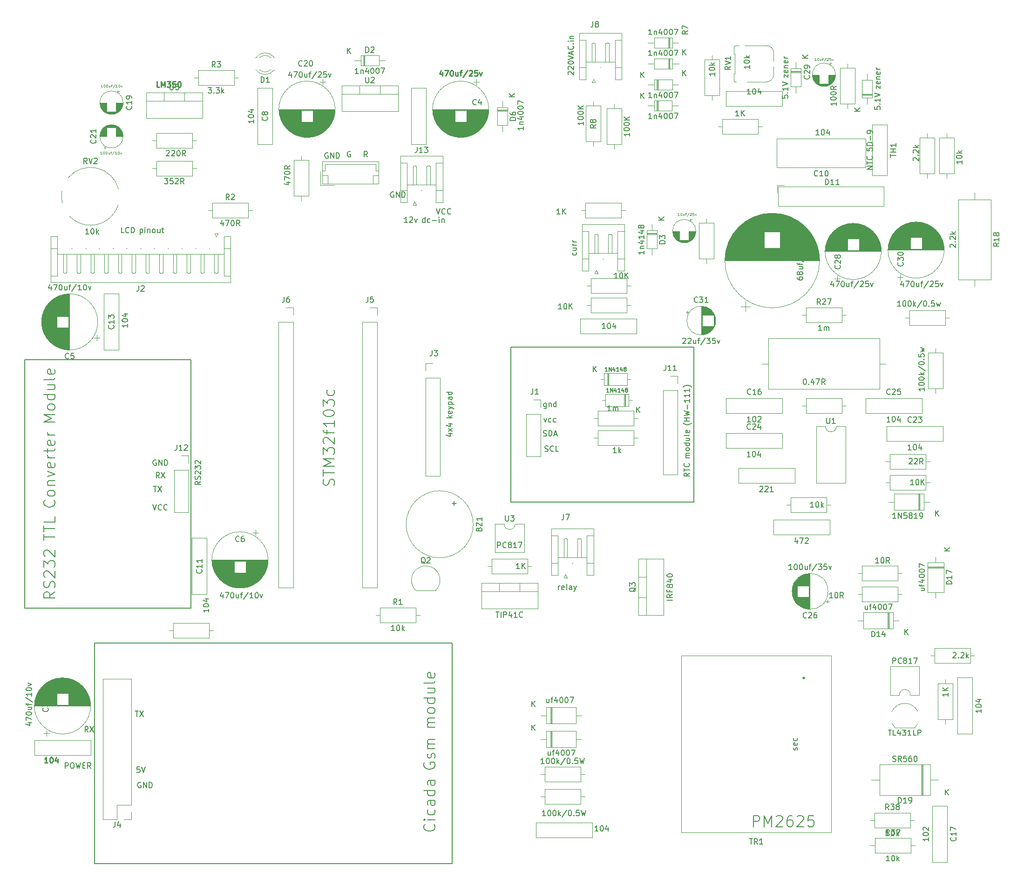
<source format=gbr>
%TF.GenerationSoftware,KiCad,Pcbnew,(6.99.0-1031-g46d719ed42)*%
%TF.CreationDate,2022-04-15T23:36:10+01:00*%
%TF.ProjectId,EnAcess PCB,456e4163-6573-4732-9050-43422e6b6963,rev?*%
%TF.SameCoordinates,Original*%
%TF.FileFunction,Legend,Top*%
%TF.FilePolarity,Positive*%
%FSLAX46Y46*%
G04 Gerber Fmt 4.6, Leading zero omitted, Abs format (unit mm)*
G04 Created by KiCad (PCBNEW (6.99.0-1031-g46d719ed42)) date 2022-04-15 23:36:10*
%MOMM*%
%LPD*%
G01*
G04 APERTURE LIST*
%ADD10C,0.150000*%
%ADD11C,0.125000*%
%ADD12C,0.250000*%
%ADD13C,0.120000*%
G04 APERTURE END LIST*
D10*
X104877000Y-76434000D02*
X138151000Y-76434000D01*
X138151000Y-76434000D02*
X138151000Y-104628000D01*
X138151000Y-104628000D02*
X104877000Y-104628000D01*
X104877000Y-104628000D02*
X104877000Y-76434000D01*
X29210000Y-130302000D02*
X94234000Y-130302000D01*
X94234000Y-130302000D02*
X94234000Y-170434000D01*
X94234000Y-170434000D02*
X29210000Y-170434000D01*
X29210000Y-170434000D02*
X29210000Y-130302000D01*
X16510000Y-123952000D02*
X46736000Y-123952000D01*
X46736000Y-123952000D02*
X46736000Y-78740000D01*
X46736000Y-78740000D02*
X16510000Y-78740000D01*
X16510000Y-78740000D02*
X16510000Y-123952000D01*
X137358380Y-99389238D02*
X136882190Y-99722571D01*
X137358380Y-99960666D02*
X136358380Y-99960666D01*
X136358380Y-99960666D02*
X136358380Y-99579714D01*
X136358380Y-99579714D02*
X136406000Y-99484476D01*
X136406000Y-99484476D02*
X136453619Y-99436857D01*
X136453619Y-99436857D02*
X136548857Y-99389238D01*
X136548857Y-99389238D02*
X136691714Y-99389238D01*
X136691714Y-99389238D02*
X136786952Y-99436857D01*
X136786952Y-99436857D02*
X136834571Y-99484476D01*
X136834571Y-99484476D02*
X136882190Y-99579714D01*
X136882190Y-99579714D02*
X136882190Y-99960666D01*
X136358380Y-99103523D02*
X136358380Y-98532095D01*
X137358380Y-98817809D02*
X136358380Y-98817809D01*
X137263142Y-97627333D02*
X137310761Y-97674952D01*
X137310761Y-97674952D02*
X137358380Y-97817809D01*
X137358380Y-97817809D02*
X137358380Y-97913047D01*
X137358380Y-97913047D02*
X137310761Y-98055904D01*
X137310761Y-98055904D02*
X137215523Y-98151142D01*
X137215523Y-98151142D02*
X137120285Y-98198761D01*
X137120285Y-98198761D02*
X136929809Y-98246380D01*
X136929809Y-98246380D02*
X136786952Y-98246380D01*
X136786952Y-98246380D02*
X136596476Y-98198761D01*
X136596476Y-98198761D02*
X136501238Y-98151142D01*
X136501238Y-98151142D02*
X136406000Y-98055904D01*
X136406000Y-98055904D02*
X136358380Y-97913047D01*
X136358380Y-97913047D02*
X136358380Y-97817809D01*
X136358380Y-97817809D02*
X136406000Y-97674952D01*
X136406000Y-97674952D02*
X136453619Y-97627333D01*
X137358380Y-96598761D02*
X136691714Y-96598761D01*
X136786952Y-96598761D02*
X136739333Y-96551142D01*
X136739333Y-96551142D02*
X136691714Y-96455904D01*
X136691714Y-96455904D02*
X136691714Y-96313047D01*
X136691714Y-96313047D02*
X136739333Y-96217809D01*
X136739333Y-96217809D02*
X136834571Y-96170190D01*
X136834571Y-96170190D02*
X137358380Y-96170190D01*
X136834571Y-96170190D02*
X136739333Y-96122571D01*
X136739333Y-96122571D02*
X136691714Y-96027333D01*
X136691714Y-96027333D02*
X136691714Y-95884476D01*
X136691714Y-95884476D02*
X136739333Y-95789237D01*
X136739333Y-95789237D02*
X136834571Y-95741618D01*
X136834571Y-95741618D02*
X137358380Y-95741618D01*
X137358380Y-95122571D02*
X137310761Y-95217809D01*
X137310761Y-95217809D02*
X137263142Y-95265428D01*
X137263142Y-95265428D02*
X137167904Y-95313047D01*
X137167904Y-95313047D02*
X136882190Y-95313047D01*
X136882190Y-95313047D02*
X136786952Y-95265428D01*
X136786952Y-95265428D02*
X136739333Y-95217809D01*
X136739333Y-95217809D02*
X136691714Y-95122571D01*
X136691714Y-95122571D02*
X136691714Y-94979714D01*
X136691714Y-94979714D02*
X136739333Y-94884476D01*
X136739333Y-94884476D02*
X136786952Y-94836857D01*
X136786952Y-94836857D02*
X136882190Y-94789238D01*
X136882190Y-94789238D02*
X137167904Y-94789238D01*
X137167904Y-94789238D02*
X137263142Y-94836857D01*
X137263142Y-94836857D02*
X137310761Y-94884476D01*
X137310761Y-94884476D02*
X137358380Y-94979714D01*
X137358380Y-94979714D02*
X137358380Y-95122571D01*
X137358380Y-93932095D02*
X136358380Y-93932095D01*
X137310761Y-93932095D02*
X137358380Y-94027333D01*
X137358380Y-94027333D02*
X137358380Y-94217809D01*
X137358380Y-94217809D02*
X137310761Y-94313047D01*
X137310761Y-94313047D02*
X137263142Y-94360666D01*
X137263142Y-94360666D02*
X137167904Y-94408285D01*
X137167904Y-94408285D02*
X136882190Y-94408285D01*
X136882190Y-94408285D02*
X136786952Y-94360666D01*
X136786952Y-94360666D02*
X136739333Y-94313047D01*
X136739333Y-94313047D02*
X136691714Y-94217809D01*
X136691714Y-94217809D02*
X136691714Y-94027333D01*
X136691714Y-94027333D02*
X136739333Y-93932095D01*
X136691714Y-93027333D02*
X137358380Y-93027333D01*
X136691714Y-93455904D02*
X137215523Y-93455904D01*
X137215523Y-93455904D02*
X137310761Y-93408285D01*
X137310761Y-93408285D02*
X137358380Y-93313047D01*
X137358380Y-93313047D02*
X137358380Y-93170190D01*
X137358380Y-93170190D02*
X137310761Y-93074952D01*
X137310761Y-93074952D02*
X137263142Y-93027333D01*
X137358380Y-92408285D02*
X137310761Y-92503523D01*
X137310761Y-92503523D02*
X137215523Y-92551142D01*
X137215523Y-92551142D02*
X136358380Y-92551142D01*
X137310761Y-91646380D02*
X137358380Y-91741618D01*
X137358380Y-91741618D02*
X137358380Y-91932094D01*
X137358380Y-91932094D02*
X137310761Y-92027332D01*
X137310761Y-92027332D02*
X137215523Y-92074951D01*
X137215523Y-92074951D02*
X136834571Y-92074951D01*
X136834571Y-92074951D02*
X136739333Y-92027332D01*
X136739333Y-92027332D02*
X136691714Y-91932094D01*
X136691714Y-91932094D02*
X136691714Y-91741618D01*
X136691714Y-91741618D02*
X136739333Y-91646380D01*
X136739333Y-91646380D02*
X136834571Y-91598761D01*
X136834571Y-91598761D02*
X136929809Y-91598761D01*
X136929809Y-91598761D02*
X137025047Y-92074951D01*
X137739333Y-90284475D02*
X137691714Y-90332094D01*
X137691714Y-90332094D02*
X137548857Y-90427332D01*
X137548857Y-90427332D02*
X137453619Y-90474951D01*
X137453619Y-90474951D02*
X137310761Y-90522570D01*
X137310761Y-90522570D02*
X137072666Y-90570189D01*
X137072666Y-90570189D02*
X136882190Y-90570189D01*
X136882190Y-90570189D02*
X136644095Y-90522570D01*
X136644095Y-90522570D02*
X136501238Y-90474951D01*
X136501238Y-90474951D02*
X136406000Y-90427332D01*
X136406000Y-90427332D02*
X136263142Y-90332094D01*
X136263142Y-90332094D02*
X136215523Y-90284475D01*
X137358380Y-89903522D02*
X136358380Y-89903522D01*
X136834571Y-89903522D02*
X136834571Y-89332094D01*
X137358380Y-89332094D02*
X136358380Y-89332094D01*
X136358380Y-88951141D02*
X137358380Y-88713046D01*
X137358380Y-88713046D02*
X136644095Y-88522570D01*
X136644095Y-88522570D02*
X137358380Y-88332094D01*
X137358380Y-88332094D02*
X136358380Y-88093999D01*
X136977428Y-87713046D02*
X136977428Y-86951142D01*
X137358380Y-85951142D02*
X137358380Y-86522570D01*
X137358380Y-86236856D02*
X136358380Y-86236856D01*
X136358380Y-86236856D02*
X136501238Y-86332094D01*
X136501238Y-86332094D02*
X136596476Y-86427332D01*
X136596476Y-86427332D02*
X136644095Y-86522570D01*
X137358380Y-84998761D02*
X137358380Y-85570189D01*
X137358380Y-85284475D02*
X136358380Y-85284475D01*
X136358380Y-85284475D02*
X136501238Y-85379713D01*
X136501238Y-85379713D02*
X136596476Y-85474951D01*
X136596476Y-85474951D02*
X136644095Y-85570189D01*
X137358380Y-84046380D02*
X137358380Y-84617808D01*
X137358380Y-84332094D02*
X136358380Y-84332094D01*
X136358380Y-84332094D02*
X136501238Y-84427332D01*
X136501238Y-84427332D02*
X136596476Y-84522570D01*
X136596476Y-84522570D02*
X136644095Y-84617808D01*
X137739333Y-83713046D02*
X137691714Y-83665427D01*
X137691714Y-83665427D02*
X137548857Y-83570189D01*
X137548857Y-83570189D02*
X137453619Y-83522570D01*
X137453619Y-83522570D02*
X137310761Y-83474951D01*
X137310761Y-83474951D02*
X137072666Y-83427332D01*
X137072666Y-83427332D02*
X136882190Y-83427332D01*
X136882190Y-83427332D02*
X136644095Y-83474951D01*
X136644095Y-83474951D02*
X136501238Y-83522570D01*
X136501238Y-83522570D02*
X136406000Y-83570189D01*
X136406000Y-83570189D02*
X136263142Y-83665427D01*
X136263142Y-83665427D02*
X136215523Y-83713046D01*
D11*
X30627049Y-29182190D02*
X30341335Y-29182190D01*
X30484192Y-29182190D02*
X30484192Y-28682190D01*
X30484192Y-28682190D02*
X30436573Y-28753619D01*
X30436573Y-28753619D02*
X30388954Y-28801238D01*
X30388954Y-28801238D02*
X30341335Y-28825047D01*
X30936572Y-28682190D02*
X30984191Y-28682190D01*
X30984191Y-28682190D02*
X31031810Y-28706000D01*
X31031810Y-28706000D02*
X31055620Y-28729809D01*
X31055620Y-28729809D02*
X31079429Y-28777428D01*
X31079429Y-28777428D02*
X31103239Y-28872666D01*
X31103239Y-28872666D02*
X31103239Y-28991714D01*
X31103239Y-28991714D02*
X31079429Y-29086952D01*
X31079429Y-29086952D02*
X31055620Y-29134571D01*
X31055620Y-29134571D02*
X31031810Y-29158380D01*
X31031810Y-29158380D02*
X30984191Y-29182190D01*
X30984191Y-29182190D02*
X30936572Y-29182190D01*
X30936572Y-29182190D02*
X30888953Y-29158380D01*
X30888953Y-29158380D02*
X30865144Y-29134571D01*
X30865144Y-29134571D02*
X30841334Y-29086952D01*
X30841334Y-29086952D02*
X30817525Y-28991714D01*
X30817525Y-28991714D02*
X30817525Y-28872666D01*
X30817525Y-28872666D02*
X30841334Y-28777428D01*
X30841334Y-28777428D02*
X30865144Y-28729809D01*
X30865144Y-28729809D02*
X30888953Y-28706000D01*
X30888953Y-28706000D02*
X30936572Y-28682190D01*
X31412762Y-28682190D02*
X31460381Y-28682190D01*
X31460381Y-28682190D02*
X31508000Y-28706000D01*
X31508000Y-28706000D02*
X31531810Y-28729809D01*
X31531810Y-28729809D02*
X31555619Y-28777428D01*
X31555619Y-28777428D02*
X31579429Y-28872666D01*
X31579429Y-28872666D02*
X31579429Y-28991714D01*
X31579429Y-28991714D02*
X31555619Y-29086952D01*
X31555619Y-29086952D02*
X31531810Y-29134571D01*
X31531810Y-29134571D02*
X31508000Y-29158380D01*
X31508000Y-29158380D02*
X31460381Y-29182190D01*
X31460381Y-29182190D02*
X31412762Y-29182190D01*
X31412762Y-29182190D02*
X31365143Y-29158380D01*
X31365143Y-29158380D02*
X31341334Y-29134571D01*
X31341334Y-29134571D02*
X31317524Y-29086952D01*
X31317524Y-29086952D02*
X31293715Y-28991714D01*
X31293715Y-28991714D02*
X31293715Y-28872666D01*
X31293715Y-28872666D02*
X31317524Y-28777428D01*
X31317524Y-28777428D02*
X31341334Y-28729809D01*
X31341334Y-28729809D02*
X31365143Y-28706000D01*
X31365143Y-28706000D02*
X31412762Y-28682190D01*
X32008000Y-28848857D02*
X32008000Y-29182190D01*
X31793714Y-28848857D02*
X31793714Y-29110761D01*
X31793714Y-29110761D02*
X31817524Y-29158380D01*
X31817524Y-29158380D02*
X31865143Y-29182190D01*
X31865143Y-29182190D02*
X31936571Y-29182190D01*
X31936571Y-29182190D02*
X31984190Y-29158380D01*
X31984190Y-29158380D02*
X32008000Y-29134571D01*
X32174667Y-28848857D02*
X32365143Y-28848857D01*
X32246095Y-29182190D02*
X32246095Y-28753619D01*
X32246095Y-28753619D02*
X32269905Y-28706000D01*
X32269905Y-28706000D02*
X32317524Y-28682190D01*
X32317524Y-28682190D02*
X32365143Y-28682190D01*
X32888952Y-28658380D02*
X32460381Y-29301238D01*
X33317524Y-29182190D02*
X33031810Y-29182190D01*
X33174667Y-29182190D02*
X33174667Y-28682190D01*
X33174667Y-28682190D02*
X33127048Y-28753619D01*
X33127048Y-28753619D02*
X33079429Y-28801238D01*
X33079429Y-28801238D02*
X33031810Y-28825047D01*
X33627047Y-28682190D02*
X33674666Y-28682190D01*
X33674666Y-28682190D02*
X33722285Y-28706000D01*
X33722285Y-28706000D02*
X33746095Y-28729809D01*
X33746095Y-28729809D02*
X33769904Y-28777428D01*
X33769904Y-28777428D02*
X33793714Y-28872666D01*
X33793714Y-28872666D02*
X33793714Y-28991714D01*
X33793714Y-28991714D02*
X33769904Y-29086952D01*
X33769904Y-29086952D02*
X33746095Y-29134571D01*
X33746095Y-29134571D02*
X33722285Y-29158380D01*
X33722285Y-29158380D02*
X33674666Y-29182190D01*
X33674666Y-29182190D02*
X33627047Y-29182190D01*
X33627047Y-29182190D02*
X33579428Y-29158380D01*
X33579428Y-29158380D02*
X33555619Y-29134571D01*
X33555619Y-29134571D02*
X33531809Y-29086952D01*
X33531809Y-29086952D02*
X33508000Y-28991714D01*
X33508000Y-28991714D02*
X33508000Y-28872666D01*
X33508000Y-28872666D02*
X33531809Y-28777428D01*
X33531809Y-28777428D02*
X33555619Y-28729809D01*
X33555619Y-28729809D02*
X33579428Y-28706000D01*
X33579428Y-28706000D02*
X33627047Y-28682190D01*
X33960380Y-28848857D02*
X34079428Y-29182190D01*
X34079428Y-29182190D02*
X34198475Y-28848857D01*
D10*
X37401523Y-152868380D02*
X36925333Y-152868380D01*
X36925333Y-152868380D02*
X36877714Y-153344571D01*
X36877714Y-153344571D02*
X36925333Y-153296952D01*
X36925333Y-153296952D02*
X37020571Y-153249333D01*
X37020571Y-153249333D02*
X37258666Y-153249333D01*
X37258666Y-153249333D02*
X37353904Y-153296952D01*
X37353904Y-153296952D02*
X37401523Y-153344571D01*
X37401523Y-153344571D02*
X37449142Y-153439809D01*
X37449142Y-153439809D02*
X37449142Y-153677904D01*
X37449142Y-153677904D02*
X37401523Y-153773142D01*
X37401523Y-153773142D02*
X37353904Y-153820761D01*
X37353904Y-153820761D02*
X37258666Y-153868380D01*
X37258666Y-153868380D02*
X37020571Y-153868380D01*
X37020571Y-153868380D02*
X36925333Y-153820761D01*
X36925333Y-153820761D02*
X36877714Y-153773142D01*
X37734857Y-152868380D02*
X38068190Y-153868380D01*
X38068190Y-153868380D02*
X38401523Y-152868380D01*
X37592095Y-155710000D02*
X37496857Y-155662380D01*
X37496857Y-155662380D02*
X37354000Y-155662380D01*
X37354000Y-155662380D02*
X37211143Y-155710000D01*
X37211143Y-155710000D02*
X37115905Y-155805238D01*
X37115905Y-155805238D02*
X37068286Y-155900476D01*
X37068286Y-155900476D02*
X37020667Y-156090952D01*
X37020667Y-156090952D02*
X37020667Y-156233809D01*
X37020667Y-156233809D02*
X37068286Y-156424285D01*
X37068286Y-156424285D02*
X37115905Y-156519523D01*
X37115905Y-156519523D02*
X37211143Y-156614761D01*
X37211143Y-156614761D02*
X37354000Y-156662380D01*
X37354000Y-156662380D02*
X37449238Y-156662380D01*
X37449238Y-156662380D02*
X37592095Y-156614761D01*
X37592095Y-156614761D02*
X37639714Y-156567142D01*
X37639714Y-156567142D02*
X37639714Y-156233809D01*
X37639714Y-156233809D02*
X37449238Y-156233809D01*
X38068286Y-156662380D02*
X38068286Y-155662380D01*
X38068286Y-155662380D02*
X38639714Y-156662380D01*
X38639714Y-156662380D02*
X38639714Y-155662380D01*
X39115905Y-156662380D02*
X39115905Y-155662380D01*
X39115905Y-155662380D02*
X39354000Y-155662380D01*
X39354000Y-155662380D02*
X39496857Y-155710000D01*
X39496857Y-155710000D02*
X39592095Y-155805238D01*
X39592095Y-155805238D02*
X39639714Y-155900476D01*
X39639714Y-155900476D02*
X39687333Y-156090952D01*
X39687333Y-156090952D02*
X39687333Y-156233809D01*
X39687333Y-156233809D02*
X39639714Y-156424285D01*
X39639714Y-156424285D02*
X39592095Y-156519523D01*
X39592095Y-156519523D02*
X39496857Y-156614761D01*
X39496857Y-156614761D02*
X39354000Y-156662380D01*
X39354000Y-156662380D02*
X39115905Y-156662380D01*
X72691523Y-101630666D02*
X72786761Y-101344952D01*
X72786761Y-101344952D02*
X72786761Y-100868761D01*
X72786761Y-100868761D02*
X72691523Y-100678285D01*
X72691523Y-100678285D02*
X72596285Y-100583047D01*
X72596285Y-100583047D02*
X72405809Y-100487809D01*
X72405809Y-100487809D02*
X72215333Y-100487809D01*
X72215333Y-100487809D02*
X72024857Y-100583047D01*
X72024857Y-100583047D02*
X71929619Y-100678285D01*
X71929619Y-100678285D02*
X71834380Y-100868761D01*
X71834380Y-100868761D02*
X71739142Y-101249714D01*
X71739142Y-101249714D02*
X71643904Y-101440190D01*
X71643904Y-101440190D02*
X71548666Y-101535428D01*
X71548666Y-101535428D02*
X71358190Y-101630666D01*
X71358190Y-101630666D02*
X71167714Y-101630666D01*
X71167714Y-101630666D02*
X70977238Y-101535428D01*
X70977238Y-101535428D02*
X70882000Y-101440190D01*
X70882000Y-101440190D02*
X70786761Y-101249714D01*
X70786761Y-101249714D02*
X70786761Y-100773523D01*
X70786761Y-100773523D02*
X70882000Y-100487809D01*
X70786761Y-99916380D02*
X70786761Y-98773523D01*
X72786761Y-99344952D02*
X70786761Y-99344952D01*
X72786761Y-98106856D02*
X70786761Y-98106856D01*
X70786761Y-98106856D02*
X72215333Y-97440189D01*
X72215333Y-97440189D02*
X70786761Y-96773523D01*
X70786761Y-96773523D02*
X72786761Y-96773523D01*
X70786761Y-96011618D02*
X70786761Y-94773523D01*
X70786761Y-94773523D02*
X71548666Y-95440190D01*
X71548666Y-95440190D02*
X71548666Y-95154475D01*
X71548666Y-95154475D02*
X71643904Y-94963999D01*
X71643904Y-94963999D02*
X71739142Y-94868761D01*
X71739142Y-94868761D02*
X71929619Y-94773523D01*
X71929619Y-94773523D02*
X72405809Y-94773523D01*
X72405809Y-94773523D02*
X72596285Y-94868761D01*
X72596285Y-94868761D02*
X72691523Y-94963999D01*
X72691523Y-94963999D02*
X72786761Y-95154475D01*
X72786761Y-95154475D02*
X72786761Y-95725904D01*
X72786761Y-95725904D02*
X72691523Y-95916380D01*
X72691523Y-95916380D02*
X72596285Y-96011618D01*
X70977238Y-94011618D02*
X70882000Y-93916380D01*
X70882000Y-93916380D02*
X70786761Y-93725904D01*
X70786761Y-93725904D02*
X70786761Y-93249713D01*
X70786761Y-93249713D02*
X70882000Y-93059237D01*
X70882000Y-93059237D02*
X70977238Y-92963999D01*
X70977238Y-92963999D02*
X71167714Y-92868761D01*
X71167714Y-92868761D02*
X71358190Y-92868761D01*
X71358190Y-92868761D02*
X71643904Y-92963999D01*
X71643904Y-92963999D02*
X72786761Y-94106856D01*
X72786761Y-94106856D02*
X72786761Y-92868761D01*
X71453428Y-92297332D02*
X71453428Y-91535428D01*
X72786761Y-92011618D02*
X71072476Y-92011618D01*
X71072476Y-92011618D02*
X70882000Y-91916380D01*
X70882000Y-91916380D02*
X70786761Y-91725904D01*
X70786761Y-91725904D02*
X70786761Y-91535428D01*
X72786761Y-89821142D02*
X72786761Y-90963999D01*
X72786761Y-90392571D02*
X70786761Y-90392571D01*
X70786761Y-90392571D02*
X71072476Y-90583047D01*
X71072476Y-90583047D02*
X71262952Y-90773523D01*
X71262952Y-90773523D02*
X71358190Y-90963999D01*
X70786761Y-88583047D02*
X70786761Y-88392570D01*
X70786761Y-88392570D02*
X70882000Y-88202094D01*
X70882000Y-88202094D02*
X70977238Y-88106856D01*
X70977238Y-88106856D02*
X71167714Y-88011618D01*
X71167714Y-88011618D02*
X71548666Y-87916380D01*
X71548666Y-87916380D02*
X72024857Y-87916380D01*
X72024857Y-87916380D02*
X72405809Y-88011618D01*
X72405809Y-88011618D02*
X72596285Y-88106856D01*
X72596285Y-88106856D02*
X72691523Y-88202094D01*
X72691523Y-88202094D02*
X72786761Y-88392570D01*
X72786761Y-88392570D02*
X72786761Y-88583047D01*
X72786761Y-88583047D02*
X72691523Y-88773523D01*
X72691523Y-88773523D02*
X72596285Y-88868761D01*
X72596285Y-88868761D02*
X72405809Y-88963999D01*
X72405809Y-88963999D02*
X72024857Y-89059237D01*
X72024857Y-89059237D02*
X71548666Y-89059237D01*
X71548666Y-89059237D02*
X71167714Y-88963999D01*
X71167714Y-88963999D02*
X70977238Y-88868761D01*
X70977238Y-88868761D02*
X70882000Y-88773523D01*
X70882000Y-88773523D02*
X70786761Y-88583047D01*
X70786761Y-87249713D02*
X70786761Y-86011618D01*
X70786761Y-86011618D02*
X71548666Y-86678285D01*
X71548666Y-86678285D02*
X71548666Y-86392570D01*
X71548666Y-86392570D02*
X71643904Y-86202094D01*
X71643904Y-86202094D02*
X71739142Y-86106856D01*
X71739142Y-86106856D02*
X71929619Y-86011618D01*
X71929619Y-86011618D02*
X72405809Y-86011618D01*
X72405809Y-86011618D02*
X72596285Y-86106856D01*
X72596285Y-86106856D02*
X72691523Y-86202094D01*
X72691523Y-86202094D02*
X72786761Y-86392570D01*
X72786761Y-86392570D02*
X72786761Y-86963999D01*
X72786761Y-86963999D02*
X72691523Y-87154475D01*
X72691523Y-87154475D02*
X72596285Y-87249713D01*
X72691523Y-84297332D02*
X72786761Y-84487808D01*
X72786761Y-84487808D02*
X72786761Y-84868761D01*
X72786761Y-84868761D02*
X72691523Y-85059237D01*
X72691523Y-85059237D02*
X72596285Y-85154475D01*
X72596285Y-85154475D02*
X72405809Y-85249713D01*
X72405809Y-85249713D02*
X71834380Y-85249713D01*
X71834380Y-85249713D02*
X71643904Y-85154475D01*
X71643904Y-85154475D02*
X71548666Y-85059237D01*
X71548666Y-85059237D02*
X71453428Y-84868761D01*
X71453428Y-84868761D02*
X71453428Y-84487808D01*
X71453428Y-84487808D02*
X71548666Y-84297332D01*
X78795523Y-41854380D02*
X78462190Y-41378190D01*
X78224095Y-41854380D02*
X78224095Y-40854380D01*
X78224095Y-40854380D02*
X78605047Y-40854380D01*
X78605047Y-40854380D02*
X78700285Y-40902000D01*
X78700285Y-40902000D02*
X78747904Y-40949619D01*
X78747904Y-40949619D02*
X78795523Y-41044857D01*
X78795523Y-41044857D02*
X78795523Y-41187714D01*
X78795523Y-41187714D02*
X78747904Y-41282952D01*
X78747904Y-41282952D02*
X78700285Y-41330571D01*
X78700285Y-41330571D02*
X78605047Y-41378190D01*
X78605047Y-41378190D02*
X78224095Y-41378190D01*
D12*
X92400856Y-26455714D02*
X92400856Y-27122380D01*
X92162761Y-26074761D02*
X91924666Y-26789047D01*
X91924666Y-26789047D02*
X92543713Y-26789047D01*
X92829428Y-26122380D02*
X93496094Y-26122380D01*
X93496094Y-26122380D02*
X93067523Y-27122380D01*
X94067523Y-26122380D02*
X94162761Y-26122380D01*
X94162761Y-26122380D02*
X94257999Y-26170000D01*
X94257999Y-26170000D02*
X94305618Y-26217619D01*
X94305618Y-26217619D02*
X94353237Y-26312857D01*
X94353237Y-26312857D02*
X94400856Y-26503333D01*
X94400856Y-26503333D02*
X94400856Y-26741428D01*
X94400856Y-26741428D02*
X94353237Y-26931904D01*
X94353237Y-26931904D02*
X94305618Y-27027142D01*
X94305618Y-27027142D02*
X94257999Y-27074761D01*
X94257999Y-27074761D02*
X94162761Y-27122380D01*
X94162761Y-27122380D02*
X94067523Y-27122380D01*
X94067523Y-27122380D02*
X93972285Y-27074761D01*
X93972285Y-27074761D02*
X93924666Y-27027142D01*
X93924666Y-27027142D02*
X93877047Y-26931904D01*
X93877047Y-26931904D02*
X93829428Y-26741428D01*
X93829428Y-26741428D02*
X93829428Y-26503333D01*
X93829428Y-26503333D02*
X93877047Y-26312857D01*
X93877047Y-26312857D02*
X93924666Y-26217619D01*
X93924666Y-26217619D02*
X93972285Y-26170000D01*
X93972285Y-26170000D02*
X94067523Y-26122380D01*
X95257999Y-26455714D02*
X95257999Y-27122380D01*
X94829428Y-26455714D02*
X94829428Y-26979523D01*
X94829428Y-26979523D02*
X94877047Y-27074761D01*
X94877047Y-27074761D02*
X94972285Y-27122380D01*
X94972285Y-27122380D02*
X95115142Y-27122380D01*
X95115142Y-27122380D02*
X95210380Y-27074761D01*
X95210380Y-27074761D02*
X95257999Y-27027142D01*
X95591333Y-26455714D02*
X95972285Y-26455714D01*
X95734190Y-27122380D02*
X95734190Y-26265238D01*
X95734190Y-26265238D02*
X95781809Y-26170000D01*
X95781809Y-26170000D02*
X95877047Y-26122380D01*
X95877047Y-26122380D02*
X95972285Y-26122380D01*
X97019904Y-26074761D02*
X96162762Y-27360476D01*
X97305619Y-26217619D02*
X97353238Y-26170000D01*
X97353238Y-26170000D02*
X97448476Y-26122380D01*
X97448476Y-26122380D02*
X97686571Y-26122380D01*
X97686571Y-26122380D02*
X97781809Y-26170000D01*
X97781809Y-26170000D02*
X97829428Y-26217619D01*
X97829428Y-26217619D02*
X97877047Y-26312857D01*
X97877047Y-26312857D02*
X97877047Y-26408095D01*
X97877047Y-26408095D02*
X97829428Y-26550952D01*
X97829428Y-26550952D02*
X97258000Y-27122380D01*
X97258000Y-27122380D02*
X97877047Y-27122380D01*
X98781809Y-26122380D02*
X98305619Y-26122380D01*
X98305619Y-26122380D02*
X98258000Y-26598571D01*
X98258000Y-26598571D02*
X98305619Y-26550952D01*
X98305619Y-26550952D02*
X98400857Y-26503333D01*
X98400857Y-26503333D02*
X98638952Y-26503333D01*
X98638952Y-26503333D02*
X98734190Y-26550952D01*
X98734190Y-26550952D02*
X98781809Y-26598571D01*
X98781809Y-26598571D02*
X98829428Y-26693809D01*
X98829428Y-26693809D02*
X98829428Y-26931904D01*
X98829428Y-26931904D02*
X98781809Y-27027142D01*
X98781809Y-27027142D02*
X98734190Y-27074761D01*
X98734190Y-27074761D02*
X98638952Y-27122380D01*
X98638952Y-27122380D02*
X98400857Y-27122380D01*
X98400857Y-27122380D02*
X98305619Y-27074761D01*
X98305619Y-27074761D02*
X98258000Y-27027142D01*
X99162762Y-26455714D02*
X99400857Y-27122380D01*
X99400857Y-27122380D02*
X99638952Y-26455714D01*
D10*
X110799714Y-92606761D02*
X110942571Y-92654380D01*
X110942571Y-92654380D02*
X111180666Y-92654380D01*
X111180666Y-92654380D02*
X111275904Y-92606761D01*
X111275904Y-92606761D02*
X111323523Y-92559142D01*
X111323523Y-92559142D02*
X111371142Y-92463904D01*
X111371142Y-92463904D02*
X111371142Y-92368666D01*
X111371142Y-92368666D02*
X111323523Y-92273428D01*
X111323523Y-92273428D02*
X111275904Y-92225809D01*
X111275904Y-92225809D02*
X111180666Y-92178190D01*
X111180666Y-92178190D02*
X110990190Y-92130571D01*
X110990190Y-92130571D02*
X110894952Y-92082952D01*
X110894952Y-92082952D02*
X110847333Y-92035333D01*
X110847333Y-92035333D02*
X110799714Y-91940095D01*
X110799714Y-91940095D02*
X110799714Y-91844857D01*
X110799714Y-91844857D02*
X110847333Y-91749619D01*
X110847333Y-91749619D02*
X110894952Y-91702000D01*
X110894952Y-91702000D02*
X110990190Y-91654380D01*
X110990190Y-91654380D02*
X111228285Y-91654380D01*
X111228285Y-91654380D02*
X111371142Y-91702000D01*
X111799714Y-92654380D02*
X111799714Y-91654380D01*
X111799714Y-91654380D02*
X112037809Y-91654380D01*
X112037809Y-91654380D02*
X112180666Y-91702000D01*
X112180666Y-91702000D02*
X112275904Y-91797238D01*
X112275904Y-91797238D02*
X112323523Y-91892476D01*
X112323523Y-91892476D02*
X112371142Y-92082952D01*
X112371142Y-92082952D02*
X112371142Y-92225809D01*
X112371142Y-92225809D02*
X112323523Y-92416285D01*
X112323523Y-92416285D02*
X112275904Y-92511523D01*
X112275904Y-92511523D02*
X112180666Y-92606761D01*
X112180666Y-92606761D02*
X112037809Y-92654380D01*
X112037809Y-92654380D02*
X111799714Y-92654380D01*
X112752095Y-92368666D02*
X113228285Y-92368666D01*
X112656857Y-92654380D02*
X112990190Y-91654380D01*
X112990190Y-91654380D02*
X113323523Y-92654380D01*
X110918762Y-89447714D02*
X111156857Y-90114380D01*
X111156857Y-90114380D02*
X111394952Y-89447714D01*
X112204476Y-90066761D02*
X112109238Y-90114380D01*
X112109238Y-90114380D02*
X111918762Y-90114380D01*
X111918762Y-90114380D02*
X111823524Y-90066761D01*
X111823524Y-90066761D02*
X111775905Y-90019142D01*
X111775905Y-90019142D02*
X111728286Y-89923904D01*
X111728286Y-89923904D02*
X111728286Y-89638190D01*
X111728286Y-89638190D02*
X111775905Y-89542952D01*
X111775905Y-89542952D02*
X111823524Y-89495333D01*
X111823524Y-89495333D02*
X111918762Y-89447714D01*
X111918762Y-89447714D02*
X112109238Y-89447714D01*
X112109238Y-89447714D02*
X112204476Y-89495333D01*
X113061619Y-90066761D02*
X112966381Y-90114380D01*
X112966381Y-90114380D02*
X112775905Y-90114380D01*
X112775905Y-90114380D02*
X112680667Y-90066761D01*
X112680667Y-90066761D02*
X112633048Y-90019142D01*
X112633048Y-90019142D02*
X112585429Y-89923904D01*
X112585429Y-89923904D02*
X112585429Y-89638190D01*
X112585429Y-89638190D02*
X112633048Y-89542952D01*
X112633048Y-89542952D02*
X112680667Y-89495333D01*
X112680667Y-89495333D02*
X112775905Y-89447714D01*
X112775905Y-89447714D02*
X112966381Y-89447714D01*
X112966381Y-89447714D02*
X113061619Y-89495333D01*
X21986761Y-121003144D02*
X21034380Y-121669811D01*
X21986761Y-122146001D02*
X19986761Y-122146001D01*
X19986761Y-122146001D02*
X19986761Y-121384096D01*
X19986761Y-121384096D02*
X20082000Y-121193620D01*
X20082000Y-121193620D02*
X20177238Y-121098382D01*
X20177238Y-121098382D02*
X20367714Y-121003144D01*
X20367714Y-121003144D02*
X20653428Y-121003144D01*
X20653428Y-121003144D02*
X20843904Y-121098382D01*
X20843904Y-121098382D02*
X20939142Y-121193620D01*
X20939142Y-121193620D02*
X21034380Y-121384096D01*
X21034380Y-121384096D02*
X21034380Y-122146001D01*
X21891523Y-120241239D02*
X21986761Y-119955525D01*
X21986761Y-119955525D02*
X21986761Y-119479334D01*
X21986761Y-119479334D02*
X21891523Y-119288858D01*
X21891523Y-119288858D02*
X21796285Y-119193620D01*
X21796285Y-119193620D02*
X21605809Y-119098382D01*
X21605809Y-119098382D02*
X21415333Y-119098382D01*
X21415333Y-119098382D02*
X21224857Y-119193620D01*
X21224857Y-119193620D02*
X21129619Y-119288858D01*
X21129619Y-119288858D02*
X21034380Y-119479334D01*
X21034380Y-119479334D02*
X20939142Y-119860287D01*
X20939142Y-119860287D02*
X20843904Y-120050763D01*
X20843904Y-120050763D02*
X20748666Y-120146001D01*
X20748666Y-120146001D02*
X20558190Y-120241239D01*
X20558190Y-120241239D02*
X20367714Y-120241239D01*
X20367714Y-120241239D02*
X20177238Y-120146001D01*
X20177238Y-120146001D02*
X20082000Y-120050763D01*
X20082000Y-120050763D02*
X19986761Y-119860287D01*
X19986761Y-119860287D02*
X19986761Y-119384096D01*
X19986761Y-119384096D02*
X20082000Y-119098382D01*
X20177238Y-118336477D02*
X20082000Y-118241239D01*
X20082000Y-118241239D02*
X19986761Y-118050763D01*
X19986761Y-118050763D02*
X19986761Y-117574572D01*
X19986761Y-117574572D02*
X20082000Y-117384096D01*
X20082000Y-117384096D02*
X20177238Y-117288858D01*
X20177238Y-117288858D02*
X20367714Y-117193620D01*
X20367714Y-117193620D02*
X20558190Y-117193620D01*
X20558190Y-117193620D02*
X20843904Y-117288858D01*
X20843904Y-117288858D02*
X21986761Y-118431715D01*
X21986761Y-118431715D02*
X21986761Y-117193620D01*
X19986761Y-116526953D02*
X19986761Y-115288858D01*
X19986761Y-115288858D02*
X20748666Y-115955525D01*
X20748666Y-115955525D02*
X20748666Y-115669810D01*
X20748666Y-115669810D02*
X20843904Y-115479334D01*
X20843904Y-115479334D02*
X20939142Y-115384096D01*
X20939142Y-115384096D02*
X21129619Y-115288858D01*
X21129619Y-115288858D02*
X21605809Y-115288858D01*
X21605809Y-115288858D02*
X21796285Y-115384096D01*
X21796285Y-115384096D02*
X21891523Y-115479334D01*
X21891523Y-115479334D02*
X21986761Y-115669810D01*
X21986761Y-115669810D02*
X21986761Y-116241239D01*
X21986761Y-116241239D02*
X21891523Y-116431715D01*
X21891523Y-116431715D02*
X21796285Y-116526953D01*
X20177238Y-114526953D02*
X20082000Y-114431715D01*
X20082000Y-114431715D02*
X19986761Y-114241239D01*
X19986761Y-114241239D02*
X19986761Y-113765048D01*
X19986761Y-113765048D02*
X20082000Y-113574572D01*
X20082000Y-113574572D02*
X20177238Y-113479334D01*
X20177238Y-113479334D02*
X20367714Y-113384096D01*
X20367714Y-113384096D02*
X20558190Y-113384096D01*
X20558190Y-113384096D02*
X20843904Y-113479334D01*
X20843904Y-113479334D02*
X21986761Y-114622191D01*
X21986761Y-114622191D02*
X21986761Y-113384096D01*
X19986761Y-111612667D02*
X19986761Y-110469810D01*
X21986761Y-111041239D02*
X19986761Y-111041239D01*
X19986761Y-110088857D02*
X19986761Y-108946000D01*
X21986761Y-109517429D02*
X19986761Y-109517429D01*
X21986761Y-107326952D02*
X21986761Y-108279333D01*
X21986761Y-108279333D02*
X19986761Y-108279333D01*
X21796285Y-104317428D02*
X21891523Y-104412666D01*
X21891523Y-104412666D02*
X21986761Y-104698380D01*
X21986761Y-104698380D02*
X21986761Y-104888856D01*
X21986761Y-104888856D02*
X21891523Y-105174571D01*
X21891523Y-105174571D02*
X21701047Y-105365047D01*
X21701047Y-105365047D02*
X21510571Y-105460285D01*
X21510571Y-105460285D02*
X21129619Y-105555523D01*
X21129619Y-105555523D02*
X20843904Y-105555523D01*
X20843904Y-105555523D02*
X20462952Y-105460285D01*
X20462952Y-105460285D02*
X20272476Y-105365047D01*
X20272476Y-105365047D02*
X20082000Y-105174571D01*
X20082000Y-105174571D02*
X19986761Y-104888856D01*
X19986761Y-104888856D02*
X19986761Y-104698380D01*
X19986761Y-104698380D02*
X20082000Y-104412666D01*
X20082000Y-104412666D02*
X20177238Y-104317428D01*
X21986761Y-103174571D02*
X21891523Y-103365047D01*
X21891523Y-103365047D02*
X21796285Y-103460285D01*
X21796285Y-103460285D02*
X21605809Y-103555523D01*
X21605809Y-103555523D02*
X21034380Y-103555523D01*
X21034380Y-103555523D02*
X20843904Y-103460285D01*
X20843904Y-103460285D02*
X20748666Y-103365047D01*
X20748666Y-103365047D02*
X20653428Y-103174571D01*
X20653428Y-103174571D02*
X20653428Y-102888856D01*
X20653428Y-102888856D02*
X20748666Y-102698380D01*
X20748666Y-102698380D02*
X20843904Y-102603142D01*
X20843904Y-102603142D02*
X21034380Y-102507904D01*
X21034380Y-102507904D02*
X21605809Y-102507904D01*
X21605809Y-102507904D02*
X21796285Y-102603142D01*
X21796285Y-102603142D02*
X21891523Y-102698380D01*
X21891523Y-102698380D02*
X21986761Y-102888856D01*
X21986761Y-102888856D02*
X21986761Y-103174571D01*
X20653428Y-101650761D02*
X21986761Y-101650761D01*
X20843904Y-101650761D02*
X20748666Y-101555523D01*
X20748666Y-101555523D02*
X20653428Y-101365047D01*
X20653428Y-101365047D02*
X20653428Y-101079332D01*
X20653428Y-101079332D02*
X20748666Y-100888856D01*
X20748666Y-100888856D02*
X20939142Y-100793618D01*
X20939142Y-100793618D02*
X21986761Y-100793618D01*
X20653428Y-100031713D02*
X21986761Y-99555523D01*
X21986761Y-99555523D02*
X20653428Y-99079332D01*
X21891523Y-97555522D02*
X21986761Y-97745998D01*
X21986761Y-97745998D02*
X21986761Y-98126951D01*
X21986761Y-98126951D02*
X21891523Y-98317427D01*
X21891523Y-98317427D02*
X21701047Y-98412665D01*
X21701047Y-98412665D02*
X20939142Y-98412665D01*
X20939142Y-98412665D02*
X20748666Y-98317427D01*
X20748666Y-98317427D02*
X20653428Y-98126951D01*
X20653428Y-98126951D02*
X20653428Y-97745998D01*
X20653428Y-97745998D02*
X20748666Y-97555522D01*
X20748666Y-97555522D02*
X20939142Y-97460284D01*
X20939142Y-97460284D02*
X21129619Y-97460284D01*
X21129619Y-97460284D02*
X21320095Y-98412665D01*
X21986761Y-96603141D02*
X20653428Y-96603141D01*
X21034380Y-96603141D02*
X20843904Y-96507903D01*
X20843904Y-96507903D02*
X20748666Y-96412665D01*
X20748666Y-96412665D02*
X20653428Y-96222189D01*
X20653428Y-96222189D02*
X20653428Y-96031712D01*
X20653428Y-95650760D02*
X20653428Y-94888856D01*
X19986761Y-95365046D02*
X21701047Y-95365046D01*
X21701047Y-95365046D02*
X21891523Y-95269808D01*
X21891523Y-95269808D02*
X21986761Y-95079332D01*
X21986761Y-95079332D02*
X21986761Y-94888856D01*
X21891523Y-93460284D02*
X21986761Y-93650760D01*
X21986761Y-93650760D02*
X21986761Y-94031713D01*
X21986761Y-94031713D02*
X21891523Y-94222189D01*
X21891523Y-94222189D02*
X21701047Y-94317427D01*
X21701047Y-94317427D02*
X20939142Y-94317427D01*
X20939142Y-94317427D02*
X20748666Y-94222189D01*
X20748666Y-94222189D02*
X20653428Y-94031713D01*
X20653428Y-94031713D02*
X20653428Y-93650760D01*
X20653428Y-93650760D02*
X20748666Y-93460284D01*
X20748666Y-93460284D02*
X20939142Y-93365046D01*
X20939142Y-93365046D02*
X21129619Y-93365046D01*
X21129619Y-93365046D02*
X21320095Y-94317427D01*
X21986761Y-92507903D02*
X20653428Y-92507903D01*
X21034380Y-92507903D02*
X20843904Y-92412665D01*
X20843904Y-92412665D02*
X20748666Y-92317427D01*
X20748666Y-92317427D02*
X20653428Y-92126951D01*
X20653428Y-92126951D02*
X20653428Y-91936474D01*
X21986761Y-90069808D02*
X19986761Y-90069808D01*
X19986761Y-90069808D02*
X21415333Y-89403141D01*
X21415333Y-89403141D02*
X19986761Y-88736475D01*
X19986761Y-88736475D02*
X21986761Y-88736475D01*
X21986761Y-87498380D02*
X21891523Y-87688856D01*
X21891523Y-87688856D02*
X21796285Y-87784094D01*
X21796285Y-87784094D02*
X21605809Y-87879332D01*
X21605809Y-87879332D02*
X21034380Y-87879332D01*
X21034380Y-87879332D02*
X20843904Y-87784094D01*
X20843904Y-87784094D02*
X20748666Y-87688856D01*
X20748666Y-87688856D02*
X20653428Y-87498380D01*
X20653428Y-87498380D02*
X20653428Y-87212665D01*
X20653428Y-87212665D02*
X20748666Y-87022189D01*
X20748666Y-87022189D02*
X20843904Y-86926951D01*
X20843904Y-86926951D02*
X21034380Y-86831713D01*
X21034380Y-86831713D02*
X21605809Y-86831713D01*
X21605809Y-86831713D02*
X21796285Y-86926951D01*
X21796285Y-86926951D02*
X21891523Y-87022189D01*
X21891523Y-87022189D02*
X21986761Y-87212665D01*
X21986761Y-87212665D02*
X21986761Y-87498380D01*
X21986761Y-85117427D02*
X19986761Y-85117427D01*
X21891523Y-85117427D02*
X21986761Y-85307903D01*
X21986761Y-85307903D02*
X21986761Y-85688856D01*
X21986761Y-85688856D02*
X21891523Y-85879332D01*
X21891523Y-85879332D02*
X21796285Y-85974570D01*
X21796285Y-85974570D02*
X21605809Y-86069808D01*
X21605809Y-86069808D02*
X21034380Y-86069808D01*
X21034380Y-86069808D02*
X20843904Y-85974570D01*
X20843904Y-85974570D02*
X20748666Y-85879332D01*
X20748666Y-85879332D02*
X20653428Y-85688856D01*
X20653428Y-85688856D02*
X20653428Y-85307903D01*
X20653428Y-85307903D02*
X20748666Y-85117427D01*
X20653428Y-83307903D02*
X21986761Y-83307903D01*
X20653428Y-84165046D02*
X21701047Y-84165046D01*
X21701047Y-84165046D02*
X21891523Y-84069808D01*
X21891523Y-84069808D02*
X21986761Y-83879332D01*
X21986761Y-83879332D02*
X21986761Y-83593617D01*
X21986761Y-83593617D02*
X21891523Y-83403141D01*
X21891523Y-83403141D02*
X21796285Y-83307903D01*
X21986761Y-82069808D02*
X21891523Y-82260284D01*
X21891523Y-82260284D02*
X21701047Y-82355522D01*
X21701047Y-82355522D02*
X19986761Y-82355522D01*
X21891523Y-80545998D02*
X21986761Y-80736474D01*
X21986761Y-80736474D02*
X21986761Y-81117427D01*
X21986761Y-81117427D02*
X21891523Y-81307903D01*
X21891523Y-81307903D02*
X21701047Y-81403141D01*
X21701047Y-81403141D02*
X20939142Y-81403141D01*
X20939142Y-81403141D02*
X20748666Y-81307903D01*
X20748666Y-81307903D02*
X20653428Y-81117427D01*
X20653428Y-81117427D02*
X20653428Y-80736474D01*
X20653428Y-80736474D02*
X20748666Y-80545998D01*
X20748666Y-80545998D02*
X20939142Y-80450760D01*
X20939142Y-80450760D02*
X21129619Y-80450760D01*
X21129619Y-80450760D02*
X21320095Y-81403141D01*
D12*
X40981523Y-29154380D02*
X40505333Y-29154380D01*
X40505333Y-29154380D02*
X40505333Y-28154380D01*
X41314857Y-29154380D02*
X41314857Y-28154380D01*
X41314857Y-28154380D02*
X41648190Y-28868666D01*
X41648190Y-28868666D02*
X41981523Y-28154380D01*
X41981523Y-28154380D02*
X41981523Y-29154380D01*
X42362476Y-28154380D02*
X42981523Y-28154380D01*
X42981523Y-28154380D02*
X42648190Y-28535333D01*
X42648190Y-28535333D02*
X42791047Y-28535333D01*
X42791047Y-28535333D02*
X42886285Y-28582952D01*
X42886285Y-28582952D02*
X42933904Y-28630571D01*
X42933904Y-28630571D02*
X42981523Y-28725809D01*
X42981523Y-28725809D02*
X42981523Y-28963904D01*
X42981523Y-28963904D02*
X42933904Y-29059142D01*
X42933904Y-29059142D02*
X42886285Y-29106761D01*
X42886285Y-29106761D02*
X42791047Y-29154380D01*
X42791047Y-29154380D02*
X42505333Y-29154380D01*
X42505333Y-29154380D02*
X42410095Y-29106761D01*
X42410095Y-29106761D02*
X42362476Y-29059142D01*
X43886285Y-28154380D02*
X43410095Y-28154380D01*
X43410095Y-28154380D02*
X43362476Y-28630571D01*
X43362476Y-28630571D02*
X43410095Y-28582952D01*
X43410095Y-28582952D02*
X43505333Y-28535333D01*
X43505333Y-28535333D02*
X43743428Y-28535333D01*
X43743428Y-28535333D02*
X43838666Y-28582952D01*
X43838666Y-28582952D02*
X43886285Y-28630571D01*
X43886285Y-28630571D02*
X43933904Y-28725809D01*
X43933904Y-28725809D02*
X43933904Y-28963904D01*
X43933904Y-28963904D02*
X43886285Y-29059142D01*
X43886285Y-29059142D02*
X43838666Y-29106761D01*
X43838666Y-29106761D02*
X43743428Y-29154380D01*
X43743428Y-29154380D02*
X43505333Y-29154380D01*
X43505333Y-29154380D02*
X43410095Y-29106761D01*
X43410095Y-29106761D02*
X43362476Y-29059142D01*
X44552952Y-28154380D02*
X44648190Y-28154380D01*
X44648190Y-28154380D02*
X44743428Y-28202000D01*
X44743428Y-28202000D02*
X44791047Y-28249619D01*
X44791047Y-28249619D02*
X44838666Y-28344857D01*
X44838666Y-28344857D02*
X44886285Y-28535333D01*
X44886285Y-28535333D02*
X44886285Y-28773428D01*
X44886285Y-28773428D02*
X44838666Y-28963904D01*
X44838666Y-28963904D02*
X44791047Y-29059142D01*
X44791047Y-29059142D02*
X44743428Y-29106761D01*
X44743428Y-29106761D02*
X44648190Y-29154380D01*
X44648190Y-29154380D02*
X44552952Y-29154380D01*
X44552952Y-29154380D02*
X44457714Y-29106761D01*
X44457714Y-29106761D02*
X44410095Y-29059142D01*
X44410095Y-29059142D02*
X44362476Y-28963904D01*
X44362476Y-28963904D02*
X44314857Y-28773428D01*
X44314857Y-28773428D02*
X44314857Y-28535333D01*
X44314857Y-28535333D02*
X44362476Y-28344857D01*
X44362476Y-28344857D02*
X44410095Y-28249619D01*
X44410095Y-28249619D02*
X44457714Y-28202000D01*
X44457714Y-28202000D02*
X44552952Y-28154380D01*
D10*
X111077524Y-95400761D02*
X111220381Y-95448380D01*
X111220381Y-95448380D02*
X111458476Y-95448380D01*
X111458476Y-95448380D02*
X111553714Y-95400761D01*
X111553714Y-95400761D02*
X111601333Y-95353142D01*
X111601333Y-95353142D02*
X111648952Y-95257904D01*
X111648952Y-95257904D02*
X111648952Y-95162666D01*
X111648952Y-95162666D02*
X111601333Y-95067428D01*
X111601333Y-95067428D02*
X111553714Y-95019809D01*
X111553714Y-95019809D02*
X111458476Y-94972190D01*
X111458476Y-94972190D02*
X111268000Y-94924571D01*
X111268000Y-94924571D02*
X111172762Y-94876952D01*
X111172762Y-94876952D02*
X111125143Y-94829333D01*
X111125143Y-94829333D02*
X111077524Y-94734095D01*
X111077524Y-94734095D02*
X111077524Y-94638857D01*
X111077524Y-94638857D02*
X111125143Y-94543619D01*
X111125143Y-94543619D02*
X111172762Y-94496000D01*
X111172762Y-94496000D02*
X111268000Y-94448380D01*
X111268000Y-94448380D02*
X111506095Y-94448380D01*
X111506095Y-94448380D02*
X111648952Y-94496000D01*
X112648952Y-95353142D02*
X112601333Y-95400761D01*
X112601333Y-95400761D02*
X112458476Y-95448380D01*
X112458476Y-95448380D02*
X112363238Y-95448380D01*
X112363238Y-95448380D02*
X112220381Y-95400761D01*
X112220381Y-95400761D02*
X112125143Y-95305523D01*
X112125143Y-95305523D02*
X112077524Y-95210285D01*
X112077524Y-95210285D02*
X112029905Y-95019809D01*
X112029905Y-95019809D02*
X112029905Y-94876952D01*
X112029905Y-94876952D02*
X112077524Y-94686476D01*
X112077524Y-94686476D02*
X112125143Y-94591238D01*
X112125143Y-94591238D02*
X112220381Y-94496000D01*
X112220381Y-94496000D02*
X112363238Y-94448380D01*
X112363238Y-94448380D02*
X112458476Y-94448380D01*
X112458476Y-94448380D02*
X112601333Y-94496000D01*
X112601333Y-94496000D02*
X112648952Y-94543619D01*
X113553714Y-95448380D02*
X113077524Y-95448380D01*
X113077524Y-95448380D02*
X113077524Y-94448380D01*
X39878095Y-101814380D02*
X40449523Y-101814380D01*
X40163809Y-102814380D02*
X40163809Y-101814380D01*
X40687619Y-101814380D02*
X41354285Y-102814380D01*
X41354285Y-101814380D02*
X40687619Y-102814380D01*
D12*
X20669333Y-152090380D02*
X20097905Y-152090380D01*
X20383619Y-152090380D02*
X20383619Y-151090380D01*
X20383619Y-151090380D02*
X20288381Y-151233238D01*
X20288381Y-151233238D02*
X20193143Y-151328476D01*
X20193143Y-151328476D02*
X20097905Y-151376095D01*
X21288381Y-151090380D02*
X21383619Y-151090380D01*
X21383619Y-151090380D02*
X21478857Y-151138000D01*
X21478857Y-151138000D02*
X21526476Y-151185619D01*
X21526476Y-151185619D02*
X21574095Y-151280857D01*
X21574095Y-151280857D02*
X21621714Y-151471333D01*
X21621714Y-151471333D02*
X21621714Y-151709428D01*
X21621714Y-151709428D02*
X21574095Y-151899904D01*
X21574095Y-151899904D02*
X21526476Y-151995142D01*
X21526476Y-151995142D02*
X21478857Y-152042761D01*
X21478857Y-152042761D02*
X21383619Y-152090380D01*
X21383619Y-152090380D02*
X21288381Y-152090380D01*
X21288381Y-152090380D02*
X21193143Y-152042761D01*
X21193143Y-152042761D02*
X21145524Y-151995142D01*
X21145524Y-151995142D02*
X21097905Y-151899904D01*
X21097905Y-151899904D02*
X21050286Y-151709428D01*
X21050286Y-151709428D02*
X21050286Y-151471333D01*
X21050286Y-151471333D02*
X21097905Y-151280857D01*
X21097905Y-151280857D02*
X21145524Y-151185619D01*
X21145524Y-151185619D02*
X21193143Y-151138000D01*
X21193143Y-151138000D02*
X21288381Y-151090380D01*
X22478857Y-151423714D02*
X22478857Y-152090380D01*
X22240762Y-151042761D02*
X22002667Y-151757047D01*
X22002667Y-151757047D02*
X22621714Y-151757047D01*
D10*
X91376667Y-51268380D02*
X91710000Y-52268380D01*
X91710000Y-52268380D02*
X92043333Y-51268380D01*
X92948095Y-52173142D02*
X92900476Y-52220761D01*
X92900476Y-52220761D02*
X92757619Y-52268380D01*
X92757619Y-52268380D02*
X92662381Y-52268380D01*
X92662381Y-52268380D02*
X92519524Y-52220761D01*
X92519524Y-52220761D02*
X92424286Y-52125523D01*
X92424286Y-52125523D02*
X92376667Y-52030285D01*
X92376667Y-52030285D02*
X92329048Y-51839809D01*
X92329048Y-51839809D02*
X92329048Y-51696952D01*
X92329048Y-51696952D02*
X92376667Y-51506476D01*
X92376667Y-51506476D02*
X92424286Y-51411238D01*
X92424286Y-51411238D02*
X92519524Y-51316000D01*
X92519524Y-51316000D02*
X92662381Y-51268380D01*
X92662381Y-51268380D02*
X92757619Y-51268380D01*
X92757619Y-51268380D02*
X92900476Y-51316000D01*
X92900476Y-51316000D02*
X92948095Y-51363619D01*
X93948095Y-52173142D02*
X93900476Y-52220761D01*
X93900476Y-52220761D02*
X93757619Y-52268380D01*
X93757619Y-52268380D02*
X93662381Y-52268380D01*
X93662381Y-52268380D02*
X93519524Y-52220761D01*
X93519524Y-52220761D02*
X93424286Y-52125523D01*
X93424286Y-52125523D02*
X93376667Y-52030285D01*
X93376667Y-52030285D02*
X93329048Y-51839809D01*
X93329048Y-51839809D02*
X93329048Y-51696952D01*
X93329048Y-51696952D02*
X93376667Y-51506476D01*
X93376667Y-51506476D02*
X93424286Y-51411238D01*
X93424286Y-51411238D02*
X93519524Y-51316000D01*
X93519524Y-51316000D02*
X93662381Y-51268380D01*
X93662381Y-51268380D02*
X93757619Y-51268380D01*
X93757619Y-51268380D02*
X93900476Y-51316000D01*
X93900476Y-51316000D02*
X93948095Y-51363619D01*
X36576095Y-142708380D02*
X37147523Y-142708380D01*
X36861809Y-143708380D02*
X36861809Y-142708380D01*
X37385619Y-142708380D02*
X38052285Y-143708380D01*
X38052285Y-142708380D02*
X37385619Y-143708380D01*
X90884285Y-163314001D02*
X90979523Y-163409239D01*
X90979523Y-163409239D02*
X91074761Y-163694953D01*
X91074761Y-163694953D02*
X91074761Y-163885429D01*
X91074761Y-163885429D02*
X90979523Y-164171144D01*
X90979523Y-164171144D02*
X90789047Y-164361620D01*
X90789047Y-164361620D02*
X90598571Y-164456858D01*
X90598571Y-164456858D02*
X90217619Y-164552096D01*
X90217619Y-164552096D02*
X89931904Y-164552096D01*
X89931904Y-164552096D02*
X89550952Y-164456858D01*
X89550952Y-164456858D02*
X89360476Y-164361620D01*
X89360476Y-164361620D02*
X89170000Y-164171144D01*
X89170000Y-164171144D02*
X89074761Y-163885429D01*
X89074761Y-163885429D02*
X89074761Y-163694953D01*
X89074761Y-163694953D02*
X89170000Y-163409239D01*
X89170000Y-163409239D02*
X89265238Y-163314001D01*
X91074761Y-162456858D02*
X89741428Y-162456858D01*
X89074761Y-162456858D02*
X89170000Y-162552096D01*
X89170000Y-162552096D02*
X89265238Y-162456858D01*
X89265238Y-162456858D02*
X89170000Y-162361620D01*
X89170000Y-162361620D02*
X89074761Y-162456858D01*
X89074761Y-162456858D02*
X89265238Y-162456858D01*
X90979523Y-160647334D02*
X91074761Y-160837810D01*
X91074761Y-160837810D02*
X91074761Y-161218763D01*
X91074761Y-161218763D02*
X90979523Y-161409239D01*
X90979523Y-161409239D02*
X90884285Y-161504477D01*
X90884285Y-161504477D02*
X90693809Y-161599715D01*
X90693809Y-161599715D02*
X90122380Y-161599715D01*
X90122380Y-161599715D02*
X89931904Y-161504477D01*
X89931904Y-161504477D02*
X89836666Y-161409239D01*
X89836666Y-161409239D02*
X89741428Y-161218763D01*
X89741428Y-161218763D02*
X89741428Y-160837810D01*
X89741428Y-160837810D02*
X89836666Y-160647334D01*
X91074761Y-158933048D02*
X90027142Y-158933048D01*
X90027142Y-158933048D02*
X89836666Y-159028286D01*
X89836666Y-159028286D02*
X89741428Y-159218762D01*
X89741428Y-159218762D02*
X89741428Y-159599715D01*
X89741428Y-159599715D02*
X89836666Y-159790191D01*
X90979523Y-158933048D02*
X91074761Y-159123524D01*
X91074761Y-159123524D02*
X91074761Y-159599715D01*
X91074761Y-159599715D02*
X90979523Y-159790191D01*
X90979523Y-159790191D02*
X90789047Y-159885429D01*
X90789047Y-159885429D02*
X90598571Y-159885429D01*
X90598571Y-159885429D02*
X90408095Y-159790191D01*
X90408095Y-159790191D02*
X90312857Y-159599715D01*
X90312857Y-159599715D02*
X90312857Y-159123524D01*
X90312857Y-159123524D02*
X90217619Y-158933048D01*
X91074761Y-157123524D02*
X89074761Y-157123524D01*
X90979523Y-157123524D02*
X91074761Y-157314000D01*
X91074761Y-157314000D02*
X91074761Y-157694953D01*
X91074761Y-157694953D02*
X90979523Y-157885429D01*
X90979523Y-157885429D02*
X90884285Y-157980667D01*
X90884285Y-157980667D02*
X90693809Y-158075905D01*
X90693809Y-158075905D02*
X90122380Y-158075905D01*
X90122380Y-158075905D02*
X89931904Y-157980667D01*
X89931904Y-157980667D02*
X89836666Y-157885429D01*
X89836666Y-157885429D02*
X89741428Y-157694953D01*
X89741428Y-157694953D02*
X89741428Y-157314000D01*
X89741428Y-157314000D02*
X89836666Y-157123524D01*
X91074761Y-155314000D02*
X90027142Y-155314000D01*
X90027142Y-155314000D02*
X89836666Y-155409238D01*
X89836666Y-155409238D02*
X89741428Y-155599714D01*
X89741428Y-155599714D02*
X89741428Y-155980667D01*
X89741428Y-155980667D02*
X89836666Y-156171143D01*
X90979523Y-155314000D02*
X91074761Y-155504476D01*
X91074761Y-155504476D02*
X91074761Y-155980667D01*
X91074761Y-155980667D02*
X90979523Y-156171143D01*
X90979523Y-156171143D02*
X90789047Y-156266381D01*
X90789047Y-156266381D02*
X90598571Y-156266381D01*
X90598571Y-156266381D02*
X90408095Y-156171143D01*
X90408095Y-156171143D02*
X90312857Y-155980667D01*
X90312857Y-155980667D02*
X90312857Y-155504476D01*
X90312857Y-155504476D02*
X90217619Y-155314000D01*
X89170000Y-152114000D02*
X89074761Y-152304476D01*
X89074761Y-152304476D02*
X89074761Y-152590190D01*
X89074761Y-152590190D02*
X89170000Y-152875905D01*
X89170000Y-152875905D02*
X89360476Y-153066381D01*
X89360476Y-153066381D02*
X89550952Y-153161619D01*
X89550952Y-153161619D02*
X89931904Y-153256857D01*
X89931904Y-153256857D02*
X90217619Y-153256857D01*
X90217619Y-153256857D02*
X90598571Y-153161619D01*
X90598571Y-153161619D02*
X90789047Y-153066381D01*
X90789047Y-153066381D02*
X90979523Y-152875905D01*
X90979523Y-152875905D02*
X91074761Y-152590190D01*
X91074761Y-152590190D02*
X91074761Y-152399714D01*
X91074761Y-152399714D02*
X90979523Y-152114000D01*
X90979523Y-152114000D02*
X90884285Y-152018762D01*
X90884285Y-152018762D02*
X90217619Y-152018762D01*
X90217619Y-152018762D02*
X90217619Y-152399714D01*
X90979523Y-151256857D02*
X91074761Y-151066381D01*
X91074761Y-151066381D02*
X91074761Y-150685429D01*
X91074761Y-150685429D02*
X90979523Y-150494952D01*
X90979523Y-150494952D02*
X90789047Y-150399714D01*
X90789047Y-150399714D02*
X90693809Y-150399714D01*
X90693809Y-150399714D02*
X90503333Y-150494952D01*
X90503333Y-150494952D02*
X90408095Y-150685429D01*
X90408095Y-150685429D02*
X90408095Y-150971143D01*
X90408095Y-150971143D02*
X90312857Y-151161619D01*
X90312857Y-151161619D02*
X90122380Y-151256857D01*
X90122380Y-151256857D02*
X90027142Y-151256857D01*
X90027142Y-151256857D02*
X89836666Y-151161619D01*
X89836666Y-151161619D02*
X89741428Y-150971143D01*
X89741428Y-150971143D02*
X89741428Y-150685429D01*
X89741428Y-150685429D02*
X89836666Y-150494952D01*
X91074761Y-149542571D02*
X89741428Y-149542571D01*
X89931904Y-149542571D02*
X89836666Y-149447333D01*
X89836666Y-149447333D02*
X89741428Y-149256857D01*
X89741428Y-149256857D02*
X89741428Y-148971142D01*
X89741428Y-148971142D02*
X89836666Y-148780666D01*
X89836666Y-148780666D02*
X90027142Y-148685428D01*
X90027142Y-148685428D02*
X91074761Y-148685428D01*
X90027142Y-148685428D02*
X89836666Y-148590190D01*
X89836666Y-148590190D02*
X89741428Y-148399714D01*
X89741428Y-148399714D02*
X89741428Y-148114000D01*
X89741428Y-148114000D02*
X89836666Y-147923523D01*
X89836666Y-147923523D02*
X90027142Y-147828285D01*
X90027142Y-147828285D02*
X91074761Y-147828285D01*
X91074761Y-145675904D02*
X89741428Y-145675904D01*
X89931904Y-145675904D02*
X89836666Y-145580666D01*
X89836666Y-145580666D02*
X89741428Y-145390190D01*
X89741428Y-145390190D02*
X89741428Y-145104475D01*
X89741428Y-145104475D02*
X89836666Y-144913999D01*
X89836666Y-144913999D02*
X90027142Y-144818761D01*
X90027142Y-144818761D02*
X91074761Y-144818761D01*
X90027142Y-144818761D02*
X89836666Y-144723523D01*
X89836666Y-144723523D02*
X89741428Y-144533047D01*
X89741428Y-144533047D02*
X89741428Y-144247333D01*
X89741428Y-144247333D02*
X89836666Y-144056856D01*
X89836666Y-144056856D02*
X90027142Y-143961618D01*
X90027142Y-143961618D02*
X91074761Y-143961618D01*
X91074761Y-142723523D02*
X90979523Y-142913999D01*
X90979523Y-142913999D02*
X90884285Y-143009237D01*
X90884285Y-143009237D02*
X90693809Y-143104475D01*
X90693809Y-143104475D02*
X90122380Y-143104475D01*
X90122380Y-143104475D02*
X89931904Y-143009237D01*
X89931904Y-143009237D02*
X89836666Y-142913999D01*
X89836666Y-142913999D02*
X89741428Y-142723523D01*
X89741428Y-142723523D02*
X89741428Y-142437808D01*
X89741428Y-142437808D02*
X89836666Y-142247332D01*
X89836666Y-142247332D02*
X89931904Y-142152094D01*
X89931904Y-142152094D02*
X90122380Y-142056856D01*
X90122380Y-142056856D02*
X90693809Y-142056856D01*
X90693809Y-142056856D02*
X90884285Y-142152094D01*
X90884285Y-142152094D02*
X90979523Y-142247332D01*
X90979523Y-142247332D02*
X91074761Y-142437808D01*
X91074761Y-142437808D02*
X91074761Y-142723523D01*
X91074761Y-140342570D02*
X89074761Y-140342570D01*
X90979523Y-140342570D02*
X91074761Y-140533046D01*
X91074761Y-140533046D02*
X91074761Y-140913999D01*
X91074761Y-140913999D02*
X90979523Y-141104475D01*
X90979523Y-141104475D02*
X90884285Y-141199713D01*
X90884285Y-141199713D02*
X90693809Y-141294951D01*
X90693809Y-141294951D02*
X90122380Y-141294951D01*
X90122380Y-141294951D02*
X89931904Y-141199713D01*
X89931904Y-141199713D02*
X89836666Y-141104475D01*
X89836666Y-141104475D02*
X89741428Y-140913999D01*
X89741428Y-140913999D02*
X89741428Y-140533046D01*
X89741428Y-140533046D02*
X89836666Y-140342570D01*
X89741428Y-138533046D02*
X91074761Y-138533046D01*
X89741428Y-139390189D02*
X90789047Y-139390189D01*
X90789047Y-139390189D02*
X90979523Y-139294951D01*
X90979523Y-139294951D02*
X91074761Y-139104475D01*
X91074761Y-139104475D02*
X91074761Y-138818760D01*
X91074761Y-138818760D02*
X90979523Y-138628284D01*
X90979523Y-138628284D02*
X90884285Y-138533046D01*
X91074761Y-137294951D02*
X90979523Y-137485427D01*
X90979523Y-137485427D02*
X90789047Y-137580665D01*
X90789047Y-137580665D02*
X89074761Y-137580665D01*
X90979523Y-135771141D02*
X91074761Y-135961617D01*
X91074761Y-135961617D02*
X91074761Y-136342570D01*
X91074761Y-136342570D02*
X90979523Y-136533046D01*
X90979523Y-136533046D02*
X90789047Y-136628284D01*
X90789047Y-136628284D02*
X90027142Y-136628284D01*
X90027142Y-136628284D02*
X89836666Y-136533046D01*
X89836666Y-136533046D02*
X89741428Y-136342570D01*
X89741428Y-136342570D02*
X89741428Y-135961617D01*
X89741428Y-135961617D02*
X89836666Y-135771141D01*
X89836666Y-135771141D02*
X90027142Y-135675903D01*
X90027142Y-135675903D02*
X90217619Y-135675903D01*
X90217619Y-135675903D02*
X90408095Y-136628284D01*
X148955809Y-163718761D02*
X148955809Y-161718761D01*
X148955809Y-161718761D02*
X149717714Y-161718761D01*
X149717714Y-161718761D02*
X149908190Y-161814000D01*
X149908190Y-161814000D02*
X150003428Y-161909238D01*
X150003428Y-161909238D02*
X150098666Y-162099714D01*
X150098666Y-162099714D02*
X150098666Y-162385428D01*
X150098666Y-162385428D02*
X150003428Y-162575904D01*
X150003428Y-162575904D02*
X149908190Y-162671142D01*
X149908190Y-162671142D02*
X149717714Y-162766380D01*
X149717714Y-162766380D02*
X148955809Y-162766380D01*
X150955809Y-163718761D02*
X150955809Y-161718761D01*
X150955809Y-161718761D02*
X151622476Y-163147333D01*
X151622476Y-163147333D02*
X152289142Y-161718761D01*
X152289142Y-161718761D02*
X152289142Y-163718761D01*
X153146285Y-161909238D02*
X153241523Y-161814000D01*
X153241523Y-161814000D02*
X153431999Y-161718761D01*
X153431999Y-161718761D02*
X153908190Y-161718761D01*
X153908190Y-161718761D02*
X154098666Y-161814000D01*
X154098666Y-161814000D02*
X154193904Y-161909238D01*
X154193904Y-161909238D02*
X154289142Y-162099714D01*
X154289142Y-162099714D02*
X154289142Y-162290190D01*
X154289142Y-162290190D02*
X154193904Y-162575904D01*
X154193904Y-162575904D02*
X153051047Y-163718761D01*
X153051047Y-163718761D02*
X154289142Y-163718761D01*
X156003428Y-161718761D02*
X155622475Y-161718761D01*
X155622475Y-161718761D02*
X155431999Y-161814000D01*
X155431999Y-161814000D02*
X155336761Y-161909238D01*
X155336761Y-161909238D02*
X155146285Y-162194952D01*
X155146285Y-162194952D02*
X155051047Y-162575904D01*
X155051047Y-162575904D02*
X155051047Y-163337809D01*
X155051047Y-163337809D02*
X155146285Y-163528285D01*
X155146285Y-163528285D02*
X155241523Y-163623523D01*
X155241523Y-163623523D02*
X155431999Y-163718761D01*
X155431999Y-163718761D02*
X155812952Y-163718761D01*
X155812952Y-163718761D02*
X156003428Y-163623523D01*
X156003428Y-163623523D02*
X156098666Y-163528285D01*
X156098666Y-163528285D02*
X156193904Y-163337809D01*
X156193904Y-163337809D02*
X156193904Y-162861619D01*
X156193904Y-162861619D02*
X156098666Y-162671142D01*
X156098666Y-162671142D02*
X156003428Y-162575904D01*
X156003428Y-162575904D02*
X155812952Y-162480666D01*
X155812952Y-162480666D02*
X155431999Y-162480666D01*
X155431999Y-162480666D02*
X155241523Y-162575904D01*
X155241523Y-162575904D02*
X155146285Y-162671142D01*
X155146285Y-162671142D02*
X155051047Y-162861619D01*
X156955809Y-161909238D02*
X157051047Y-161814000D01*
X157051047Y-161814000D02*
X157241523Y-161718761D01*
X157241523Y-161718761D02*
X157717714Y-161718761D01*
X157717714Y-161718761D02*
X157908190Y-161814000D01*
X157908190Y-161814000D02*
X158003428Y-161909238D01*
X158003428Y-161909238D02*
X158098666Y-162099714D01*
X158098666Y-162099714D02*
X158098666Y-162290190D01*
X158098666Y-162290190D02*
X158003428Y-162575904D01*
X158003428Y-162575904D02*
X156860571Y-163718761D01*
X156860571Y-163718761D02*
X158098666Y-163718761D01*
X159908190Y-161718761D02*
X158955809Y-161718761D01*
X158955809Y-161718761D02*
X158860571Y-162671142D01*
X158860571Y-162671142D02*
X158955809Y-162575904D01*
X158955809Y-162575904D02*
X159146285Y-162480666D01*
X159146285Y-162480666D02*
X159622476Y-162480666D01*
X159622476Y-162480666D02*
X159812952Y-162575904D01*
X159812952Y-162575904D02*
X159908190Y-162671142D01*
X159908190Y-162671142D02*
X160003428Y-162861619D01*
X160003428Y-162861619D02*
X160003428Y-163337809D01*
X160003428Y-163337809D02*
X159908190Y-163528285D01*
X159908190Y-163528285D02*
X159812952Y-163623523D01*
X159812952Y-163623523D02*
X159622476Y-163718761D01*
X159622476Y-163718761D02*
X159146285Y-163718761D01*
X159146285Y-163718761D02*
X158955809Y-163623523D01*
X158955809Y-163623523D02*
X158860571Y-163528285D01*
X83566095Y-48268000D02*
X83470857Y-48220380D01*
X83470857Y-48220380D02*
X83328000Y-48220380D01*
X83328000Y-48220380D02*
X83185143Y-48268000D01*
X83185143Y-48268000D02*
X83089905Y-48363238D01*
X83089905Y-48363238D02*
X83042286Y-48458476D01*
X83042286Y-48458476D02*
X82994667Y-48648952D01*
X82994667Y-48648952D02*
X82994667Y-48791809D01*
X82994667Y-48791809D02*
X83042286Y-48982285D01*
X83042286Y-48982285D02*
X83089905Y-49077523D01*
X83089905Y-49077523D02*
X83185143Y-49172761D01*
X83185143Y-49172761D02*
X83328000Y-49220380D01*
X83328000Y-49220380D02*
X83423238Y-49220380D01*
X83423238Y-49220380D02*
X83566095Y-49172761D01*
X83566095Y-49172761D02*
X83613714Y-49125142D01*
X83613714Y-49125142D02*
X83613714Y-48791809D01*
X83613714Y-48791809D02*
X83423238Y-48791809D01*
X84042286Y-49220380D02*
X84042286Y-48220380D01*
X84042286Y-48220380D02*
X84613714Y-49220380D01*
X84613714Y-49220380D02*
X84613714Y-48220380D01*
X85089905Y-49220380D02*
X85089905Y-48220380D01*
X85089905Y-48220380D02*
X85328000Y-48220380D01*
X85328000Y-48220380D02*
X85470857Y-48268000D01*
X85470857Y-48268000D02*
X85566095Y-48363238D01*
X85566095Y-48363238D02*
X85613714Y-48458476D01*
X85613714Y-48458476D02*
X85661333Y-48648952D01*
X85661333Y-48648952D02*
X85661333Y-48791809D01*
X85661333Y-48791809D02*
X85613714Y-48982285D01*
X85613714Y-48982285D02*
X85566095Y-49077523D01*
X85566095Y-49077523D02*
X85470857Y-49172761D01*
X85470857Y-49172761D02*
X85328000Y-49220380D01*
X85328000Y-49220380D02*
X85089905Y-49220380D01*
X23852476Y-153106380D02*
X23852476Y-152106380D01*
X23852476Y-152106380D02*
X24233428Y-152106380D01*
X24233428Y-152106380D02*
X24328666Y-152154000D01*
X24328666Y-152154000D02*
X24376285Y-152201619D01*
X24376285Y-152201619D02*
X24423904Y-152296857D01*
X24423904Y-152296857D02*
X24423904Y-152439714D01*
X24423904Y-152439714D02*
X24376285Y-152534952D01*
X24376285Y-152534952D02*
X24328666Y-152582571D01*
X24328666Y-152582571D02*
X24233428Y-152630190D01*
X24233428Y-152630190D02*
X23852476Y-152630190D01*
X25042952Y-152106380D02*
X25233428Y-152106380D01*
X25233428Y-152106380D02*
X25328666Y-152154000D01*
X25328666Y-152154000D02*
X25423904Y-152249238D01*
X25423904Y-152249238D02*
X25471523Y-152439714D01*
X25471523Y-152439714D02*
X25471523Y-152773047D01*
X25471523Y-152773047D02*
X25423904Y-152963523D01*
X25423904Y-152963523D02*
X25328666Y-153058761D01*
X25328666Y-153058761D02*
X25233428Y-153106380D01*
X25233428Y-153106380D02*
X25042952Y-153106380D01*
X25042952Y-153106380D02*
X24947714Y-153058761D01*
X24947714Y-153058761D02*
X24852476Y-152963523D01*
X24852476Y-152963523D02*
X24804857Y-152773047D01*
X24804857Y-152773047D02*
X24804857Y-152439714D01*
X24804857Y-152439714D02*
X24852476Y-152249238D01*
X24852476Y-152249238D02*
X24947714Y-152154000D01*
X24947714Y-152154000D02*
X25042952Y-152106380D01*
X25804857Y-152106380D02*
X26042952Y-153106380D01*
X26042952Y-153106380D02*
X26233428Y-152392095D01*
X26233428Y-152392095D02*
X26423904Y-153106380D01*
X26423904Y-153106380D02*
X26662000Y-152106380D01*
X27042952Y-152582571D02*
X27376285Y-152582571D01*
X27519142Y-153106380D02*
X27042952Y-153106380D01*
X27042952Y-153106380D02*
X27042952Y-152106380D01*
X27042952Y-152106380D02*
X27519142Y-152106380D01*
X28519142Y-153106380D02*
X28185809Y-152630190D01*
X27947714Y-153106380D02*
X27947714Y-152106380D01*
X27947714Y-152106380D02*
X28328666Y-152106380D01*
X28328666Y-152106380D02*
X28423904Y-152154000D01*
X28423904Y-152154000D02*
X28471523Y-152201619D01*
X28471523Y-152201619D02*
X28519142Y-152296857D01*
X28519142Y-152296857D02*
X28519142Y-152439714D01*
X28519142Y-152439714D02*
X28471523Y-152534952D01*
X28471523Y-152534952D02*
X28423904Y-152582571D01*
X28423904Y-152582571D02*
X28328666Y-152630190D01*
X28328666Y-152630190D02*
X27947714Y-152630190D01*
X39814667Y-105116380D02*
X40148000Y-106116380D01*
X40148000Y-106116380D02*
X40481333Y-105116380D01*
X41386095Y-106021142D02*
X41338476Y-106068761D01*
X41338476Y-106068761D02*
X41195619Y-106116380D01*
X41195619Y-106116380D02*
X41100381Y-106116380D01*
X41100381Y-106116380D02*
X40957524Y-106068761D01*
X40957524Y-106068761D02*
X40862286Y-105973523D01*
X40862286Y-105973523D02*
X40814667Y-105878285D01*
X40814667Y-105878285D02*
X40767048Y-105687809D01*
X40767048Y-105687809D02*
X40767048Y-105544952D01*
X40767048Y-105544952D02*
X40814667Y-105354476D01*
X40814667Y-105354476D02*
X40862286Y-105259238D01*
X40862286Y-105259238D02*
X40957524Y-105164000D01*
X40957524Y-105164000D02*
X41100381Y-105116380D01*
X41100381Y-105116380D02*
X41195619Y-105116380D01*
X41195619Y-105116380D02*
X41338476Y-105164000D01*
X41338476Y-105164000D02*
X41386095Y-105211619D01*
X42386095Y-106021142D02*
X42338476Y-106068761D01*
X42338476Y-106068761D02*
X42195619Y-106116380D01*
X42195619Y-106116380D02*
X42100381Y-106116380D01*
X42100381Y-106116380D02*
X41957524Y-106068761D01*
X41957524Y-106068761D02*
X41862286Y-105973523D01*
X41862286Y-105973523D02*
X41814667Y-105878285D01*
X41814667Y-105878285D02*
X41767048Y-105687809D01*
X41767048Y-105687809D02*
X41767048Y-105544952D01*
X41767048Y-105544952D02*
X41814667Y-105354476D01*
X41814667Y-105354476D02*
X41862286Y-105259238D01*
X41862286Y-105259238D02*
X41957524Y-105164000D01*
X41957524Y-105164000D02*
X42100381Y-105116380D01*
X42100381Y-105116380D02*
X42195619Y-105116380D01*
X42195619Y-105116380D02*
X42338476Y-105164000D01*
X42338476Y-105164000D02*
X42386095Y-105211619D01*
X107132380Y-36361428D02*
X107132380Y-36932856D01*
X107132380Y-36647142D02*
X106132380Y-36647142D01*
X106132380Y-36647142D02*
X106275238Y-36742380D01*
X106275238Y-36742380D02*
X106370476Y-36837618D01*
X106370476Y-36837618D02*
X106418095Y-36932856D01*
X106465714Y-35932856D02*
X107132380Y-35932856D01*
X106560952Y-35932856D02*
X106513333Y-35885237D01*
X106513333Y-35885237D02*
X106465714Y-35789999D01*
X106465714Y-35789999D02*
X106465714Y-35647142D01*
X106465714Y-35647142D02*
X106513333Y-35551904D01*
X106513333Y-35551904D02*
X106608571Y-35504285D01*
X106608571Y-35504285D02*
X107132380Y-35504285D01*
X106465714Y-34599523D02*
X107132380Y-34599523D01*
X106084761Y-34837618D02*
X106799047Y-35075713D01*
X106799047Y-35075713D02*
X106799047Y-34456666D01*
X106132380Y-33885237D02*
X106132380Y-33789999D01*
X106132380Y-33789999D02*
X106180000Y-33694761D01*
X106180000Y-33694761D02*
X106227619Y-33647142D01*
X106227619Y-33647142D02*
X106322857Y-33599523D01*
X106322857Y-33599523D02*
X106513333Y-33551904D01*
X106513333Y-33551904D02*
X106751428Y-33551904D01*
X106751428Y-33551904D02*
X106941904Y-33599523D01*
X106941904Y-33599523D02*
X107037142Y-33647142D01*
X107037142Y-33647142D02*
X107084761Y-33694761D01*
X107084761Y-33694761D02*
X107132380Y-33789999D01*
X107132380Y-33789999D02*
X107132380Y-33885237D01*
X107132380Y-33885237D02*
X107084761Y-33980475D01*
X107084761Y-33980475D02*
X107037142Y-34028094D01*
X107037142Y-34028094D02*
X106941904Y-34075713D01*
X106941904Y-34075713D02*
X106751428Y-34123332D01*
X106751428Y-34123332D02*
X106513333Y-34123332D01*
X106513333Y-34123332D02*
X106322857Y-34075713D01*
X106322857Y-34075713D02*
X106227619Y-34028094D01*
X106227619Y-34028094D02*
X106180000Y-33980475D01*
X106180000Y-33980475D02*
X106132380Y-33885237D01*
X106132380Y-32932856D02*
X106132380Y-32837618D01*
X106132380Y-32837618D02*
X106180000Y-32742380D01*
X106180000Y-32742380D02*
X106227619Y-32694761D01*
X106227619Y-32694761D02*
X106322857Y-32647142D01*
X106322857Y-32647142D02*
X106513333Y-32599523D01*
X106513333Y-32599523D02*
X106751428Y-32599523D01*
X106751428Y-32599523D02*
X106941904Y-32647142D01*
X106941904Y-32647142D02*
X107037142Y-32694761D01*
X107037142Y-32694761D02*
X107084761Y-32742380D01*
X107084761Y-32742380D02*
X107132380Y-32837618D01*
X107132380Y-32837618D02*
X107132380Y-32932856D01*
X107132380Y-32932856D02*
X107084761Y-33028094D01*
X107084761Y-33028094D02*
X107037142Y-33075713D01*
X107037142Y-33075713D02*
X106941904Y-33123332D01*
X106941904Y-33123332D02*
X106751428Y-33170951D01*
X106751428Y-33170951D02*
X106513333Y-33170951D01*
X106513333Y-33170951D02*
X106322857Y-33123332D01*
X106322857Y-33123332D02*
X106227619Y-33075713D01*
X106227619Y-33075713D02*
X106180000Y-33028094D01*
X106180000Y-33028094D02*
X106132380Y-32932856D01*
X106132380Y-32266189D02*
X106132380Y-31599523D01*
X106132380Y-31599523D02*
X107132380Y-32028094D01*
X28027333Y-146502380D02*
X27694000Y-146026190D01*
X27455905Y-146502380D02*
X27455905Y-145502380D01*
X27455905Y-145502380D02*
X27836857Y-145502380D01*
X27836857Y-145502380D02*
X27932095Y-145550000D01*
X27932095Y-145550000D02*
X27979714Y-145597619D01*
X27979714Y-145597619D02*
X28027333Y-145692857D01*
X28027333Y-145692857D02*
X28027333Y-145835714D01*
X28027333Y-145835714D02*
X27979714Y-145930952D01*
X27979714Y-145930952D02*
X27932095Y-145978571D01*
X27932095Y-145978571D02*
X27836857Y-146026190D01*
X27836857Y-146026190D02*
X27455905Y-146026190D01*
X28360667Y-145502380D02*
X29027333Y-146502380D01*
X29027333Y-145502380D02*
X28360667Y-146502380D01*
X40386095Y-97036000D02*
X40290857Y-96988380D01*
X40290857Y-96988380D02*
X40148000Y-96988380D01*
X40148000Y-96988380D02*
X40005143Y-97036000D01*
X40005143Y-97036000D02*
X39909905Y-97131238D01*
X39909905Y-97131238D02*
X39862286Y-97226476D01*
X39862286Y-97226476D02*
X39814667Y-97416952D01*
X39814667Y-97416952D02*
X39814667Y-97559809D01*
X39814667Y-97559809D02*
X39862286Y-97750285D01*
X39862286Y-97750285D02*
X39909905Y-97845523D01*
X39909905Y-97845523D02*
X40005143Y-97940761D01*
X40005143Y-97940761D02*
X40148000Y-97988380D01*
X40148000Y-97988380D02*
X40243238Y-97988380D01*
X40243238Y-97988380D02*
X40386095Y-97940761D01*
X40386095Y-97940761D02*
X40433714Y-97893142D01*
X40433714Y-97893142D02*
X40433714Y-97559809D01*
X40433714Y-97559809D02*
X40243238Y-97559809D01*
X40862286Y-97988380D02*
X40862286Y-96988380D01*
X40862286Y-96988380D02*
X41433714Y-97988380D01*
X41433714Y-97988380D02*
X41433714Y-96988380D01*
X41909905Y-97988380D02*
X41909905Y-96988380D01*
X41909905Y-96988380D02*
X42148000Y-96988380D01*
X42148000Y-96988380D02*
X42290857Y-97036000D01*
X42290857Y-97036000D02*
X42386095Y-97131238D01*
X42386095Y-97131238D02*
X42433714Y-97226476D01*
X42433714Y-97226476D02*
X42481333Y-97416952D01*
X42481333Y-97416952D02*
X42481333Y-97559809D01*
X42481333Y-97559809D02*
X42433714Y-97750285D01*
X42433714Y-97750285D02*
X42386095Y-97845523D01*
X42386095Y-97845523D02*
X42290857Y-97940761D01*
X42290857Y-97940761D02*
X42148000Y-97988380D01*
X42148000Y-97988380D02*
X41909905Y-97988380D01*
X111323523Y-86653714D02*
X111323523Y-87463238D01*
X111323523Y-87463238D02*
X111275904Y-87558476D01*
X111275904Y-87558476D02*
X111228285Y-87606095D01*
X111228285Y-87606095D02*
X111133047Y-87653714D01*
X111133047Y-87653714D02*
X110990190Y-87653714D01*
X110990190Y-87653714D02*
X110894952Y-87606095D01*
X111323523Y-87272761D02*
X111228285Y-87320380D01*
X111228285Y-87320380D02*
X111037809Y-87320380D01*
X111037809Y-87320380D02*
X110942571Y-87272761D01*
X110942571Y-87272761D02*
X110894952Y-87225142D01*
X110894952Y-87225142D02*
X110847333Y-87129904D01*
X110847333Y-87129904D02*
X110847333Y-86844190D01*
X110847333Y-86844190D02*
X110894952Y-86748952D01*
X110894952Y-86748952D02*
X110942571Y-86701333D01*
X110942571Y-86701333D02*
X111037809Y-86653714D01*
X111037809Y-86653714D02*
X111228285Y-86653714D01*
X111228285Y-86653714D02*
X111323523Y-86701333D01*
X111799714Y-86653714D02*
X111799714Y-87320380D01*
X111799714Y-86748952D02*
X111847333Y-86701333D01*
X111847333Y-86701333D02*
X111942571Y-86653714D01*
X111942571Y-86653714D02*
X112085428Y-86653714D01*
X112085428Y-86653714D02*
X112180666Y-86701333D01*
X112180666Y-86701333D02*
X112228285Y-86796571D01*
X112228285Y-86796571D02*
X112228285Y-87320380D01*
X113133047Y-87320380D02*
X113133047Y-86320380D01*
X113133047Y-87272761D02*
X113037809Y-87320380D01*
X113037809Y-87320380D02*
X112847333Y-87320380D01*
X112847333Y-87320380D02*
X112752095Y-87272761D01*
X112752095Y-87272761D02*
X112704476Y-87225142D01*
X112704476Y-87225142D02*
X112656857Y-87129904D01*
X112656857Y-87129904D02*
X112656857Y-86844190D01*
X112656857Y-86844190D02*
X112704476Y-86748952D01*
X112704476Y-86748952D02*
X112752095Y-86701333D01*
X112752095Y-86701333D02*
X112847333Y-86653714D01*
X112847333Y-86653714D02*
X113037809Y-86653714D01*
X113037809Y-86653714D02*
X113133047Y-86701333D01*
X75699904Y-40902000D02*
X75604666Y-40854380D01*
X75604666Y-40854380D02*
X75461809Y-40854380D01*
X75461809Y-40854380D02*
X75318952Y-40902000D01*
X75318952Y-40902000D02*
X75223714Y-40997238D01*
X75223714Y-40997238D02*
X75176095Y-41092476D01*
X75176095Y-41092476D02*
X75128476Y-41282952D01*
X75128476Y-41282952D02*
X75128476Y-41425809D01*
X75128476Y-41425809D02*
X75176095Y-41616285D01*
X75176095Y-41616285D02*
X75223714Y-41711523D01*
X75223714Y-41711523D02*
X75318952Y-41806761D01*
X75318952Y-41806761D02*
X75461809Y-41854380D01*
X75461809Y-41854380D02*
X75557047Y-41854380D01*
X75557047Y-41854380D02*
X75699904Y-41806761D01*
X75699904Y-41806761D02*
X75747523Y-41759142D01*
X75747523Y-41759142D02*
X75747523Y-41425809D01*
X75747523Y-41425809D02*
X75557047Y-41425809D01*
X40981333Y-100274380D02*
X40648000Y-99798190D01*
X40409905Y-100274380D02*
X40409905Y-99274380D01*
X40409905Y-99274380D02*
X40790857Y-99274380D01*
X40790857Y-99274380D02*
X40886095Y-99322000D01*
X40886095Y-99322000D02*
X40933714Y-99369619D01*
X40933714Y-99369619D02*
X40981333Y-99464857D01*
X40981333Y-99464857D02*
X40981333Y-99607714D01*
X40981333Y-99607714D02*
X40933714Y-99702952D01*
X40933714Y-99702952D02*
X40886095Y-99750571D01*
X40886095Y-99750571D02*
X40790857Y-99798190D01*
X40790857Y-99798190D02*
X40409905Y-99798190D01*
X41314667Y-99274380D02*
X41981333Y-100274380D01*
X41981333Y-99274380D02*
X41314667Y-100274380D01*
X71628095Y-41156000D02*
X71532857Y-41108380D01*
X71532857Y-41108380D02*
X71390000Y-41108380D01*
X71390000Y-41108380D02*
X71247143Y-41156000D01*
X71247143Y-41156000D02*
X71151905Y-41251238D01*
X71151905Y-41251238D02*
X71104286Y-41346476D01*
X71104286Y-41346476D02*
X71056667Y-41536952D01*
X71056667Y-41536952D02*
X71056667Y-41679809D01*
X71056667Y-41679809D02*
X71104286Y-41870285D01*
X71104286Y-41870285D02*
X71151905Y-41965523D01*
X71151905Y-41965523D02*
X71247143Y-42060761D01*
X71247143Y-42060761D02*
X71390000Y-42108380D01*
X71390000Y-42108380D02*
X71485238Y-42108380D01*
X71485238Y-42108380D02*
X71628095Y-42060761D01*
X71628095Y-42060761D02*
X71675714Y-42013142D01*
X71675714Y-42013142D02*
X71675714Y-41679809D01*
X71675714Y-41679809D02*
X71485238Y-41679809D01*
X72104286Y-42108380D02*
X72104286Y-41108380D01*
X72104286Y-41108380D02*
X72675714Y-42108380D01*
X72675714Y-42108380D02*
X72675714Y-41108380D01*
X73151905Y-42108380D02*
X73151905Y-41108380D01*
X73151905Y-41108380D02*
X73390000Y-41108380D01*
X73390000Y-41108380D02*
X73532857Y-41156000D01*
X73532857Y-41156000D02*
X73628095Y-41251238D01*
X73628095Y-41251238D02*
X73675714Y-41346476D01*
X73675714Y-41346476D02*
X73723333Y-41536952D01*
X73723333Y-41536952D02*
X73723333Y-41679809D01*
X73723333Y-41679809D02*
X73675714Y-41870285D01*
X73675714Y-41870285D02*
X73628095Y-41965523D01*
X73628095Y-41965523D02*
X73532857Y-42060761D01*
X73532857Y-42060761D02*
X73390000Y-42108380D01*
X73390000Y-42108380D02*
X73151905Y-42108380D01*
%TO.C,R24*%
X186888380Y-42505238D02*
X186888380Y-43076666D01*
X186888380Y-42790952D02*
X185888380Y-42790952D01*
X185888380Y-42790952D02*
X186031238Y-42886190D01*
X186031238Y-42886190D02*
X186126476Y-42981428D01*
X186126476Y-42981428D02*
X186174095Y-43076666D01*
X185888380Y-41886190D02*
X185888380Y-41790952D01*
X185888380Y-41790952D02*
X185936000Y-41695714D01*
X185936000Y-41695714D02*
X185983619Y-41648095D01*
X185983619Y-41648095D02*
X186078857Y-41600476D01*
X186078857Y-41600476D02*
X186269333Y-41552857D01*
X186269333Y-41552857D02*
X186507428Y-41552857D01*
X186507428Y-41552857D02*
X186697904Y-41600476D01*
X186697904Y-41600476D02*
X186793142Y-41648095D01*
X186793142Y-41648095D02*
X186840761Y-41695714D01*
X186840761Y-41695714D02*
X186888380Y-41790952D01*
X186888380Y-41790952D02*
X186888380Y-41886190D01*
X186888380Y-41886190D02*
X186840761Y-41981428D01*
X186840761Y-41981428D02*
X186793142Y-42029047D01*
X186793142Y-42029047D02*
X186697904Y-42076666D01*
X186697904Y-42076666D02*
X186507428Y-42124285D01*
X186507428Y-42124285D02*
X186269333Y-42124285D01*
X186269333Y-42124285D02*
X186078857Y-42076666D01*
X186078857Y-42076666D02*
X185983619Y-42029047D01*
X185983619Y-42029047D02*
X185936000Y-41981428D01*
X185936000Y-41981428D02*
X185888380Y-41886190D01*
X186888380Y-41124285D02*
X185888380Y-41124285D01*
X186507428Y-41029047D02*
X186888380Y-40743333D01*
X186221714Y-40743333D02*
X186602666Y-41124285D01*
%TO.C,C20*%
X66921142Y-25249142D02*
X66873523Y-25296761D01*
X66873523Y-25296761D02*
X66730666Y-25344380D01*
X66730666Y-25344380D02*
X66635428Y-25344380D01*
X66635428Y-25344380D02*
X66492571Y-25296761D01*
X66492571Y-25296761D02*
X66397333Y-25201523D01*
X66397333Y-25201523D02*
X66349714Y-25106285D01*
X66349714Y-25106285D02*
X66302095Y-24915809D01*
X66302095Y-24915809D02*
X66302095Y-24772952D01*
X66302095Y-24772952D02*
X66349714Y-24582476D01*
X66349714Y-24582476D02*
X66397333Y-24487238D01*
X66397333Y-24487238D02*
X66492571Y-24392000D01*
X66492571Y-24392000D02*
X66635428Y-24344380D01*
X66635428Y-24344380D02*
X66730666Y-24344380D01*
X66730666Y-24344380D02*
X66873523Y-24392000D01*
X66873523Y-24392000D02*
X66921142Y-24439619D01*
X67302095Y-24439619D02*
X67349714Y-24392000D01*
X67349714Y-24392000D02*
X67444952Y-24344380D01*
X67444952Y-24344380D02*
X67683047Y-24344380D01*
X67683047Y-24344380D02*
X67778285Y-24392000D01*
X67778285Y-24392000D02*
X67825904Y-24439619D01*
X67825904Y-24439619D02*
X67873523Y-24534857D01*
X67873523Y-24534857D02*
X67873523Y-24630095D01*
X67873523Y-24630095D02*
X67825904Y-24772952D01*
X67825904Y-24772952D02*
X67254476Y-25344380D01*
X67254476Y-25344380D02*
X67873523Y-25344380D01*
X68492571Y-24344380D02*
X68587809Y-24344380D01*
X68587809Y-24344380D02*
X68683047Y-24392000D01*
X68683047Y-24392000D02*
X68730666Y-24439619D01*
X68730666Y-24439619D02*
X68778285Y-24534857D01*
X68778285Y-24534857D02*
X68825904Y-24725333D01*
X68825904Y-24725333D02*
X68825904Y-24963428D01*
X68825904Y-24963428D02*
X68778285Y-25153904D01*
X68778285Y-25153904D02*
X68730666Y-25249142D01*
X68730666Y-25249142D02*
X68683047Y-25296761D01*
X68683047Y-25296761D02*
X68587809Y-25344380D01*
X68587809Y-25344380D02*
X68492571Y-25344380D01*
X68492571Y-25344380D02*
X68397333Y-25296761D01*
X68397333Y-25296761D02*
X68349714Y-25249142D01*
X68349714Y-25249142D02*
X68302095Y-25153904D01*
X68302095Y-25153904D02*
X68254476Y-24963428D01*
X68254476Y-24963428D02*
X68254476Y-24725333D01*
X68254476Y-24725333D02*
X68302095Y-24534857D01*
X68302095Y-24534857D02*
X68349714Y-24439619D01*
X68349714Y-24439619D02*
X68397333Y-24392000D01*
X68397333Y-24392000D02*
X68492571Y-24344380D01*
X64968856Y-26709714D02*
X64968856Y-27376380D01*
X64730761Y-26328761D02*
X64492666Y-27043047D01*
X64492666Y-27043047D02*
X65111713Y-27043047D01*
X65397428Y-26376380D02*
X66064094Y-26376380D01*
X66064094Y-26376380D02*
X65635523Y-27376380D01*
X66635523Y-26376380D02*
X66730761Y-26376380D01*
X66730761Y-26376380D02*
X66825999Y-26424000D01*
X66825999Y-26424000D02*
X66873618Y-26471619D01*
X66873618Y-26471619D02*
X66921237Y-26566857D01*
X66921237Y-26566857D02*
X66968856Y-26757333D01*
X66968856Y-26757333D02*
X66968856Y-26995428D01*
X66968856Y-26995428D02*
X66921237Y-27185904D01*
X66921237Y-27185904D02*
X66873618Y-27281142D01*
X66873618Y-27281142D02*
X66825999Y-27328761D01*
X66825999Y-27328761D02*
X66730761Y-27376380D01*
X66730761Y-27376380D02*
X66635523Y-27376380D01*
X66635523Y-27376380D02*
X66540285Y-27328761D01*
X66540285Y-27328761D02*
X66492666Y-27281142D01*
X66492666Y-27281142D02*
X66445047Y-27185904D01*
X66445047Y-27185904D02*
X66397428Y-26995428D01*
X66397428Y-26995428D02*
X66397428Y-26757333D01*
X66397428Y-26757333D02*
X66445047Y-26566857D01*
X66445047Y-26566857D02*
X66492666Y-26471619D01*
X66492666Y-26471619D02*
X66540285Y-26424000D01*
X66540285Y-26424000D02*
X66635523Y-26376380D01*
X67825999Y-26709714D02*
X67825999Y-27376380D01*
X67397428Y-26709714D02*
X67397428Y-27233523D01*
X67397428Y-27233523D02*
X67445047Y-27328761D01*
X67445047Y-27328761D02*
X67540285Y-27376380D01*
X67540285Y-27376380D02*
X67683142Y-27376380D01*
X67683142Y-27376380D02*
X67778380Y-27328761D01*
X67778380Y-27328761D02*
X67825999Y-27281142D01*
X68159333Y-26709714D02*
X68540285Y-26709714D01*
X68302190Y-27376380D02*
X68302190Y-26519238D01*
X68302190Y-26519238D02*
X68349809Y-26424000D01*
X68349809Y-26424000D02*
X68445047Y-26376380D01*
X68445047Y-26376380D02*
X68540285Y-26376380D01*
X69587904Y-26328761D02*
X68730762Y-27614476D01*
X69873619Y-26471619D02*
X69921238Y-26424000D01*
X69921238Y-26424000D02*
X70016476Y-26376380D01*
X70016476Y-26376380D02*
X70254571Y-26376380D01*
X70254571Y-26376380D02*
X70349809Y-26424000D01*
X70349809Y-26424000D02*
X70397428Y-26471619D01*
X70397428Y-26471619D02*
X70445047Y-26566857D01*
X70445047Y-26566857D02*
X70445047Y-26662095D01*
X70445047Y-26662095D02*
X70397428Y-26804952D01*
X70397428Y-26804952D02*
X69826000Y-27376380D01*
X69826000Y-27376380D02*
X70445047Y-27376380D01*
X71349809Y-26376380D02*
X70873619Y-26376380D01*
X70873619Y-26376380D02*
X70826000Y-26852571D01*
X70826000Y-26852571D02*
X70873619Y-26804952D01*
X70873619Y-26804952D02*
X70968857Y-26757333D01*
X70968857Y-26757333D02*
X71206952Y-26757333D01*
X71206952Y-26757333D02*
X71302190Y-26804952D01*
X71302190Y-26804952D02*
X71349809Y-26852571D01*
X71349809Y-26852571D02*
X71397428Y-26947809D01*
X71397428Y-26947809D02*
X71397428Y-27185904D01*
X71397428Y-27185904D02*
X71349809Y-27281142D01*
X71349809Y-27281142D02*
X71302190Y-27328761D01*
X71302190Y-27328761D02*
X71206952Y-27376380D01*
X71206952Y-27376380D02*
X70968857Y-27376380D01*
X70968857Y-27376380D02*
X70873619Y-27328761D01*
X70873619Y-27328761D02*
X70826000Y-27281142D01*
X71730762Y-26709714D02*
X71968857Y-27376380D01*
X71968857Y-27376380D02*
X72206952Y-26709714D01*
D11*
%TO.C,C2*%
X135513144Y-52550190D02*
X135227430Y-52550190D01*
X135370287Y-52550190D02*
X135370287Y-52050190D01*
X135370287Y-52050190D02*
X135322668Y-52121619D01*
X135322668Y-52121619D02*
X135275049Y-52169238D01*
X135275049Y-52169238D02*
X135227430Y-52193047D01*
X135822667Y-52050190D02*
X135870286Y-52050190D01*
X135870286Y-52050190D02*
X135917905Y-52074000D01*
X135917905Y-52074000D02*
X135941715Y-52097809D01*
X135941715Y-52097809D02*
X135965524Y-52145428D01*
X135965524Y-52145428D02*
X135989334Y-52240666D01*
X135989334Y-52240666D02*
X135989334Y-52359714D01*
X135989334Y-52359714D02*
X135965524Y-52454952D01*
X135965524Y-52454952D02*
X135941715Y-52502571D01*
X135941715Y-52502571D02*
X135917905Y-52526380D01*
X135917905Y-52526380D02*
X135870286Y-52550190D01*
X135870286Y-52550190D02*
X135822667Y-52550190D01*
X135822667Y-52550190D02*
X135775048Y-52526380D01*
X135775048Y-52526380D02*
X135751239Y-52502571D01*
X135751239Y-52502571D02*
X135727429Y-52454952D01*
X135727429Y-52454952D02*
X135703620Y-52359714D01*
X135703620Y-52359714D02*
X135703620Y-52240666D01*
X135703620Y-52240666D02*
X135727429Y-52145428D01*
X135727429Y-52145428D02*
X135751239Y-52097809D01*
X135751239Y-52097809D02*
X135775048Y-52074000D01*
X135775048Y-52074000D02*
X135822667Y-52050190D01*
X136417905Y-52216857D02*
X136417905Y-52550190D01*
X136203619Y-52216857D02*
X136203619Y-52478761D01*
X136203619Y-52478761D02*
X136227429Y-52526380D01*
X136227429Y-52526380D02*
X136275048Y-52550190D01*
X136275048Y-52550190D02*
X136346476Y-52550190D01*
X136346476Y-52550190D02*
X136394095Y-52526380D01*
X136394095Y-52526380D02*
X136417905Y-52502571D01*
X136584572Y-52216857D02*
X136775048Y-52216857D01*
X136656000Y-52550190D02*
X136656000Y-52121619D01*
X136656000Y-52121619D02*
X136679810Y-52074000D01*
X136679810Y-52074000D02*
X136727429Y-52050190D01*
X136727429Y-52050190D02*
X136775048Y-52050190D01*
X137298857Y-52026380D02*
X136870286Y-52669238D01*
X137441715Y-52097809D02*
X137465524Y-52074000D01*
X137465524Y-52074000D02*
X137513143Y-52050190D01*
X137513143Y-52050190D02*
X137632191Y-52050190D01*
X137632191Y-52050190D02*
X137679810Y-52074000D01*
X137679810Y-52074000D02*
X137703619Y-52097809D01*
X137703619Y-52097809D02*
X137727429Y-52145428D01*
X137727429Y-52145428D02*
X137727429Y-52193047D01*
X137727429Y-52193047D02*
X137703619Y-52264476D01*
X137703619Y-52264476D02*
X137417905Y-52550190D01*
X137417905Y-52550190D02*
X137727429Y-52550190D01*
X138179809Y-52050190D02*
X137941714Y-52050190D01*
X137941714Y-52050190D02*
X137917905Y-52288285D01*
X137917905Y-52288285D02*
X137941714Y-52264476D01*
X137941714Y-52264476D02*
X137989333Y-52240666D01*
X137989333Y-52240666D02*
X138108381Y-52240666D01*
X138108381Y-52240666D02*
X138156000Y-52264476D01*
X138156000Y-52264476D02*
X138179809Y-52288285D01*
X138179809Y-52288285D02*
X138203619Y-52335904D01*
X138203619Y-52335904D02*
X138203619Y-52454952D01*
X138203619Y-52454952D02*
X138179809Y-52502571D01*
X138179809Y-52502571D02*
X138156000Y-52526380D01*
X138156000Y-52526380D02*
X138108381Y-52550190D01*
X138108381Y-52550190D02*
X137989333Y-52550190D01*
X137989333Y-52550190D02*
X137941714Y-52526380D01*
X137941714Y-52526380D02*
X137917905Y-52502571D01*
X138370285Y-52216857D02*
X138489333Y-52550190D01*
X138489333Y-52550190D02*
X138608380Y-52216857D01*
D10*
%TO.C,J6*%
X63669666Y-67299380D02*
X63669666Y-68013666D01*
X63669666Y-68013666D02*
X63622047Y-68156523D01*
X63622047Y-68156523D02*
X63526809Y-68251761D01*
X63526809Y-68251761D02*
X63383952Y-68299380D01*
X63383952Y-68299380D02*
X63288714Y-68299380D01*
X64574428Y-67299380D02*
X64383952Y-67299380D01*
X64383952Y-67299380D02*
X64288714Y-67347000D01*
X64288714Y-67347000D02*
X64241095Y-67394619D01*
X64241095Y-67394619D02*
X64145857Y-67537476D01*
X64145857Y-67537476D02*
X64098238Y-67727952D01*
X64098238Y-67727952D02*
X64098238Y-68108904D01*
X64098238Y-68108904D02*
X64145857Y-68204142D01*
X64145857Y-68204142D02*
X64193476Y-68251761D01*
X64193476Y-68251761D02*
X64288714Y-68299380D01*
X64288714Y-68299380D02*
X64479190Y-68299380D01*
X64479190Y-68299380D02*
X64574428Y-68251761D01*
X64574428Y-68251761D02*
X64622047Y-68204142D01*
X64622047Y-68204142D02*
X64669666Y-68108904D01*
X64669666Y-68108904D02*
X64669666Y-67870809D01*
X64669666Y-67870809D02*
X64622047Y-67775571D01*
X64622047Y-67775571D02*
X64574428Y-67727952D01*
X64574428Y-67727952D02*
X64479190Y-67680333D01*
X64479190Y-67680333D02*
X64288714Y-67680333D01*
X64288714Y-67680333D02*
X64193476Y-67727952D01*
X64193476Y-67727952D02*
X64145857Y-67775571D01*
X64145857Y-67775571D02*
X64098238Y-67870809D01*
%TO.C,C26*%
X158635142Y-125661142D02*
X158587523Y-125708761D01*
X158587523Y-125708761D02*
X158444666Y-125756380D01*
X158444666Y-125756380D02*
X158349428Y-125756380D01*
X158349428Y-125756380D02*
X158206571Y-125708761D01*
X158206571Y-125708761D02*
X158111333Y-125613523D01*
X158111333Y-125613523D02*
X158063714Y-125518285D01*
X158063714Y-125518285D02*
X158016095Y-125327809D01*
X158016095Y-125327809D02*
X158016095Y-125184952D01*
X158016095Y-125184952D02*
X158063714Y-124994476D01*
X158063714Y-124994476D02*
X158111333Y-124899238D01*
X158111333Y-124899238D02*
X158206571Y-124804000D01*
X158206571Y-124804000D02*
X158349428Y-124756380D01*
X158349428Y-124756380D02*
X158444666Y-124756380D01*
X158444666Y-124756380D02*
X158587523Y-124804000D01*
X158587523Y-124804000D02*
X158635142Y-124851619D01*
X159016095Y-124851619D02*
X159063714Y-124804000D01*
X159063714Y-124804000D02*
X159158952Y-124756380D01*
X159158952Y-124756380D02*
X159397047Y-124756380D01*
X159397047Y-124756380D02*
X159492285Y-124804000D01*
X159492285Y-124804000D02*
X159539904Y-124851619D01*
X159539904Y-124851619D02*
X159587523Y-124946857D01*
X159587523Y-124946857D02*
X159587523Y-125042095D01*
X159587523Y-125042095D02*
X159539904Y-125184952D01*
X159539904Y-125184952D02*
X158968476Y-125756380D01*
X158968476Y-125756380D02*
X159587523Y-125756380D01*
X160444666Y-124756380D02*
X160254190Y-124756380D01*
X160254190Y-124756380D02*
X160158952Y-124804000D01*
X160158952Y-124804000D02*
X160111333Y-124851619D01*
X160111333Y-124851619D02*
X160016095Y-124994476D01*
X160016095Y-124994476D02*
X159968476Y-125184952D01*
X159968476Y-125184952D02*
X159968476Y-125565904D01*
X159968476Y-125565904D02*
X160016095Y-125661142D01*
X160016095Y-125661142D02*
X160063714Y-125708761D01*
X160063714Y-125708761D02*
X160158952Y-125756380D01*
X160158952Y-125756380D02*
X160349428Y-125756380D01*
X160349428Y-125756380D02*
X160444666Y-125708761D01*
X160444666Y-125708761D02*
X160492285Y-125661142D01*
X160492285Y-125661142D02*
X160539904Y-125565904D01*
X160539904Y-125565904D02*
X160539904Y-125327809D01*
X160539904Y-125327809D02*
X160492285Y-125232571D01*
X160492285Y-125232571D02*
X160444666Y-125184952D01*
X160444666Y-125184952D02*
X160349428Y-125137333D01*
X160349428Y-125137333D02*
X160158952Y-125137333D01*
X160158952Y-125137333D02*
X160063714Y-125184952D01*
X160063714Y-125184952D02*
X160016095Y-125232571D01*
X160016095Y-125232571D02*
X159968476Y-125327809D01*
X156016094Y-116956380D02*
X155444666Y-116956380D01*
X155730380Y-116956380D02*
X155730380Y-115956380D01*
X155730380Y-115956380D02*
X155635142Y-116099238D01*
X155635142Y-116099238D02*
X155539904Y-116194476D01*
X155539904Y-116194476D02*
X155444666Y-116242095D01*
X156635142Y-115956380D02*
X156730380Y-115956380D01*
X156730380Y-115956380D02*
X156825618Y-116004000D01*
X156825618Y-116004000D02*
X156873237Y-116051619D01*
X156873237Y-116051619D02*
X156920856Y-116146857D01*
X156920856Y-116146857D02*
X156968475Y-116337333D01*
X156968475Y-116337333D02*
X156968475Y-116575428D01*
X156968475Y-116575428D02*
X156920856Y-116765904D01*
X156920856Y-116765904D02*
X156873237Y-116861142D01*
X156873237Y-116861142D02*
X156825618Y-116908761D01*
X156825618Y-116908761D02*
X156730380Y-116956380D01*
X156730380Y-116956380D02*
X156635142Y-116956380D01*
X156635142Y-116956380D02*
X156539904Y-116908761D01*
X156539904Y-116908761D02*
X156492285Y-116861142D01*
X156492285Y-116861142D02*
X156444666Y-116765904D01*
X156444666Y-116765904D02*
X156397047Y-116575428D01*
X156397047Y-116575428D02*
X156397047Y-116337333D01*
X156397047Y-116337333D02*
X156444666Y-116146857D01*
X156444666Y-116146857D02*
X156492285Y-116051619D01*
X156492285Y-116051619D02*
X156539904Y-116004000D01*
X156539904Y-116004000D02*
X156635142Y-115956380D01*
X157587523Y-115956380D02*
X157682761Y-115956380D01*
X157682761Y-115956380D02*
X157777999Y-116004000D01*
X157777999Y-116004000D02*
X157825618Y-116051619D01*
X157825618Y-116051619D02*
X157873237Y-116146857D01*
X157873237Y-116146857D02*
X157920856Y-116337333D01*
X157920856Y-116337333D02*
X157920856Y-116575428D01*
X157920856Y-116575428D02*
X157873237Y-116765904D01*
X157873237Y-116765904D02*
X157825618Y-116861142D01*
X157825618Y-116861142D02*
X157777999Y-116908761D01*
X157777999Y-116908761D02*
X157682761Y-116956380D01*
X157682761Y-116956380D02*
X157587523Y-116956380D01*
X157587523Y-116956380D02*
X157492285Y-116908761D01*
X157492285Y-116908761D02*
X157444666Y-116861142D01*
X157444666Y-116861142D02*
X157397047Y-116765904D01*
X157397047Y-116765904D02*
X157349428Y-116575428D01*
X157349428Y-116575428D02*
X157349428Y-116337333D01*
X157349428Y-116337333D02*
X157397047Y-116146857D01*
X157397047Y-116146857D02*
X157444666Y-116051619D01*
X157444666Y-116051619D02*
X157492285Y-116004000D01*
X157492285Y-116004000D02*
X157587523Y-115956380D01*
X158777999Y-116289714D02*
X158777999Y-116956380D01*
X158349428Y-116289714D02*
X158349428Y-116813523D01*
X158349428Y-116813523D02*
X158397047Y-116908761D01*
X158397047Y-116908761D02*
X158492285Y-116956380D01*
X158492285Y-116956380D02*
X158635142Y-116956380D01*
X158635142Y-116956380D02*
X158730380Y-116908761D01*
X158730380Y-116908761D02*
X158777999Y-116861142D01*
X159111333Y-116289714D02*
X159492285Y-116289714D01*
X159254190Y-116956380D02*
X159254190Y-116099238D01*
X159254190Y-116099238D02*
X159301809Y-116004000D01*
X159301809Y-116004000D02*
X159397047Y-115956380D01*
X159397047Y-115956380D02*
X159492285Y-115956380D01*
X160539904Y-115908761D02*
X159682762Y-117194476D01*
X160778000Y-115956380D02*
X161397047Y-115956380D01*
X161397047Y-115956380D02*
X161063714Y-116337333D01*
X161063714Y-116337333D02*
X161206571Y-116337333D01*
X161206571Y-116337333D02*
X161301809Y-116384952D01*
X161301809Y-116384952D02*
X161349428Y-116432571D01*
X161349428Y-116432571D02*
X161397047Y-116527809D01*
X161397047Y-116527809D02*
X161397047Y-116765904D01*
X161397047Y-116765904D02*
X161349428Y-116861142D01*
X161349428Y-116861142D02*
X161301809Y-116908761D01*
X161301809Y-116908761D02*
X161206571Y-116956380D01*
X161206571Y-116956380D02*
X160920857Y-116956380D01*
X160920857Y-116956380D02*
X160825619Y-116908761D01*
X160825619Y-116908761D02*
X160778000Y-116861142D01*
X162301809Y-115956380D02*
X161825619Y-115956380D01*
X161825619Y-115956380D02*
X161778000Y-116432571D01*
X161778000Y-116432571D02*
X161825619Y-116384952D01*
X161825619Y-116384952D02*
X161920857Y-116337333D01*
X161920857Y-116337333D02*
X162158952Y-116337333D01*
X162158952Y-116337333D02*
X162254190Y-116384952D01*
X162254190Y-116384952D02*
X162301809Y-116432571D01*
X162301809Y-116432571D02*
X162349428Y-116527809D01*
X162349428Y-116527809D02*
X162349428Y-116765904D01*
X162349428Y-116765904D02*
X162301809Y-116861142D01*
X162301809Y-116861142D02*
X162254190Y-116908761D01*
X162254190Y-116908761D02*
X162158952Y-116956380D01*
X162158952Y-116956380D02*
X161920857Y-116956380D01*
X161920857Y-116956380D02*
X161825619Y-116908761D01*
X161825619Y-116908761D02*
X161778000Y-116861142D01*
X162682762Y-116289714D02*
X162920857Y-116956380D01*
X162920857Y-116956380D02*
X163158952Y-116289714D01*
%TO.C,R5*%
X141930380Y-26503238D02*
X141930380Y-27074666D01*
X141930380Y-26788952D02*
X140930380Y-26788952D01*
X140930380Y-26788952D02*
X141073238Y-26884190D01*
X141073238Y-26884190D02*
X141168476Y-26979428D01*
X141168476Y-26979428D02*
X141216095Y-27074666D01*
X140930380Y-25884190D02*
X140930380Y-25788952D01*
X140930380Y-25788952D02*
X140978000Y-25693714D01*
X140978000Y-25693714D02*
X141025619Y-25646095D01*
X141025619Y-25646095D02*
X141120857Y-25598476D01*
X141120857Y-25598476D02*
X141311333Y-25550857D01*
X141311333Y-25550857D02*
X141549428Y-25550857D01*
X141549428Y-25550857D02*
X141739904Y-25598476D01*
X141739904Y-25598476D02*
X141835142Y-25646095D01*
X141835142Y-25646095D02*
X141882761Y-25693714D01*
X141882761Y-25693714D02*
X141930380Y-25788952D01*
X141930380Y-25788952D02*
X141930380Y-25884190D01*
X141930380Y-25884190D02*
X141882761Y-25979428D01*
X141882761Y-25979428D02*
X141835142Y-26027047D01*
X141835142Y-26027047D02*
X141739904Y-26074666D01*
X141739904Y-26074666D02*
X141549428Y-26122285D01*
X141549428Y-26122285D02*
X141311333Y-26122285D01*
X141311333Y-26122285D02*
X141120857Y-26074666D01*
X141120857Y-26074666D02*
X141025619Y-26027047D01*
X141025619Y-26027047D02*
X140978000Y-25979428D01*
X140978000Y-25979428D02*
X140930380Y-25884190D01*
X141930380Y-25122285D02*
X140930380Y-25122285D01*
X141549428Y-25027047D02*
X141930380Y-24741333D01*
X141263714Y-24741333D02*
X141644666Y-25122285D01*
%TO.C,C8*%
X60555142Y-34599666D02*
X60602761Y-34647285D01*
X60602761Y-34647285D02*
X60650380Y-34790142D01*
X60650380Y-34790142D02*
X60650380Y-34885380D01*
X60650380Y-34885380D02*
X60602761Y-35028237D01*
X60602761Y-35028237D02*
X60507523Y-35123475D01*
X60507523Y-35123475D02*
X60412285Y-35171094D01*
X60412285Y-35171094D02*
X60221809Y-35218713D01*
X60221809Y-35218713D02*
X60078952Y-35218713D01*
X60078952Y-35218713D02*
X59888476Y-35171094D01*
X59888476Y-35171094D02*
X59793238Y-35123475D01*
X59793238Y-35123475D02*
X59698000Y-35028237D01*
X59698000Y-35028237D02*
X59650380Y-34885380D01*
X59650380Y-34885380D02*
X59650380Y-34790142D01*
X59650380Y-34790142D02*
X59698000Y-34647285D01*
X59698000Y-34647285D02*
X59745619Y-34599666D01*
X60078952Y-34028237D02*
X60031333Y-34123475D01*
X60031333Y-34123475D02*
X59983714Y-34171094D01*
X59983714Y-34171094D02*
X59888476Y-34218713D01*
X59888476Y-34218713D02*
X59840857Y-34218713D01*
X59840857Y-34218713D02*
X59745619Y-34171094D01*
X59745619Y-34171094D02*
X59698000Y-34123475D01*
X59698000Y-34123475D02*
X59650380Y-34028237D01*
X59650380Y-34028237D02*
X59650380Y-33837761D01*
X59650380Y-33837761D02*
X59698000Y-33742523D01*
X59698000Y-33742523D02*
X59745619Y-33694904D01*
X59745619Y-33694904D02*
X59840857Y-33647285D01*
X59840857Y-33647285D02*
X59888476Y-33647285D01*
X59888476Y-33647285D02*
X59983714Y-33694904D01*
X59983714Y-33694904D02*
X60031333Y-33742523D01*
X60031333Y-33742523D02*
X60078952Y-33837761D01*
X60078952Y-33837761D02*
X60078952Y-34028237D01*
X60078952Y-34028237D02*
X60126571Y-34123475D01*
X60126571Y-34123475D02*
X60174190Y-34171094D01*
X60174190Y-34171094D02*
X60269428Y-34218713D01*
X60269428Y-34218713D02*
X60459904Y-34218713D01*
X60459904Y-34218713D02*
X60555142Y-34171094D01*
X60555142Y-34171094D02*
X60602761Y-34123475D01*
X60602761Y-34123475D02*
X60650380Y-34028237D01*
X60650380Y-34028237D02*
X60650380Y-33837761D01*
X60650380Y-33837761D02*
X60602761Y-33742523D01*
X60602761Y-33742523D02*
X60555142Y-33694904D01*
X60555142Y-33694904D02*
X60459904Y-33647285D01*
X60459904Y-33647285D02*
X60269428Y-33647285D01*
X60269428Y-33647285D02*
X60174190Y-33694904D01*
X60174190Y-33694904D02*
X60126571Y-33742523D01*
X60126571Y-33742523D02*
X60078952Y-33837761D01*
X58150380Y-35099666D02*
X58150380Y-35671094D01*
X58150380Y-35385380D02*
X57150380Y-35385380D01*
X57150380Y-35385380D02*
X57293238Y-35480618D01*
X57293238Y-35480618D02*
X57388476Y-35575856D01*
X57388476Y-35575856D02*
X57436095Y-35671094D01*
X57150380Y-34480618D02*
X57150380Y-34385380D01*
X57150380Y-34385380D02*
X57198000Y-34290142D01*
X57198000Y-34290142D02*
X57245619Y-34242523D01*
X57245619Y-34242523D02*
X57340857Y-34194904D01*
X57340857Y-34194904D02*
X57531333Y-34147285D01*
X57531333Y-34147285D02*
X57769428Y-34147285D01*
X57769428Y-34147285D02*
X57959904Y-34194904D01*
X57959904Y-34194904D02*
X58055142Y-34242523D01*
X58055142Y-34242523D02*
X58102761Y-34290142D01*
X58102761Y-34290142D02*
X58150380Y-34385380D01*
X58150380Y-34385380D02*
X58150380Y-34480618D01*
X58150380Y-34480618D02*
X58102761Y-34575856D01*
X58102761Y-34575856D02*
X58055142Y-34623475D01*
X58055142Y-34623475D02*
X57959904Y-34671094D01*
X57959904Y-34671094D02*
X57769428Y-34718713D01*
X57769428Y-34718713D02*
X57531333Y-34718713D01*
X57531333Y-34718713D02*
X57340857Y-34671094D01*
X57340857Y-34671094D02*
X57245619Y-34623475D01*
X57245619Y-34623475D02*
X57198000Y-34575856D01*
X57198000Y-34575856D02*
X57150380Y-34480618D01*
X57483714Y-33290142D02*
X58150380Y-33290142D01*
X57102761Y-33528237D02*
X57817047Y-33766332D01*
X57817047Y-33766332D02*
X57817047Y-33147285D01*
%TO.C,TH1*%
X173910380Y-41885713D02*
X173910380Y-41314285D01*
X174910380Y-41599999D02*
X173910380Y-41599999D01*
X174910380Y-40980951D02*
X173910380Y-40980951D01*
X174386571Y-40980951D02*
X174386571Y-40409523D01*
X174910380Y-40409523D02*
X173910380Y-40409523D01*
X174910380Y-39409523D02*
X174910380Y-39980951D01*
X174910380Y-39695237D02*
X173910380Y-39695237D01*
X173910380Y-39695237D02*
X174053238Y-39790475D01*
X174053238Y-39790475D02*
X174148476Y-39885713D01*
X174148476Y-39885713D02*
X174196095Y-39980951D01*
X170632380Y-44138094D02*
X169632380Y-44138094D01*
X169632380Y-44138094D02*
X170632380Y-43566666D01*
X170632380Y-43566666D02*
X169632380Y-43566666D01*
X169632380Y-43233332D02*
X169632380Y-42661904D01*
X170632380Y-42947618D02*
X169632380Y-42947618D01*
X170537142Y-41757142D02*
X170584761Y-41804761D01*
X170584761Y-41804761D02*
X170632380Y-41947618D01*
X170632380Y-41947618D02*
X170632380Y-42042856D01*
X170632380Y-42042856D02*
X170584761Y-42185713D01*
X170584761Y-42185713D02*
X170489523Y-42280951D01*
X170489523Y-42280951D02*
X170394285Y-42328570D01*
X170394285Y-42328570D02*
X170203809Y-42376189D01*
X170203809Y-42376189D02*
X170060952Y-42376189D01*
X170060952Y-42376189D02*
X169870476Y-42328570D01*
X169870476Y-42328570D02*
X169775238Y-42280951D01*
X169775238Y-42280951D02*
X169680000Y-42185713D01*
X169680000Y-42185713D02*
X169632380Y-42042856D01*
X169632380Y-42042856D02*
X169632380Y-41947618D01*
X169632380Y-41947618D02*
X169680000Y-41804761D01*
X169680000Y-41804761D02*
X169727619Y-41757142D01*
X169632380Y-40252380D02*
X169632380Y-40728570D01*
X169632380Y-40728570D02*
X170108571Y-40776189D01*
X170108571Y-40776189D02*
X170060952Y-40728570D01*
X170060952Y-40728570D02*
X170013333Y-40633332D01*
X170013333Y-40633332D02*
X170013333Y-40395237D01*
X170013333Y-40395237D02*
X170060952Y-40299999D01*
X170060952Y-40299999D02*
X170108571Y-40252380D01*
X170108571Y-40252380D02*
X170203809Y-40204761D01*
X170203809Y-40204761D02*
X170441904Y-40204761D01*
X170441904Y-40204761D02*
X170537142Y-40252380D01*
X170537142Y-40252380D02*
X170584761Y-40299999D01*
X170584761Y-40299999D02*
X170632380Y-40395237D01*
X170632380Y-40395237D02*
X170632380Y-40633332D01*
X170632380Y-40633332D02*
X170584761Y-40728570D01*
X170584761Y-40728570D02*
X170537142Y-40776189D01*
X170632380Y-39776189D02*
X169632380Y-39776189D01*
X169632380Y-39776189D02*
X169632380Y-39538094D01*
X169632380Y-39538094D02*
X169680000Y-39395237D01*
X169680000Y-39395237D02*
X169775238Y-39299999D01*
X169775238Y-39299999D02*
X169870476Y-39252380D01*
X169870476Y-39252380D02*
X170060952Y-39204761D01*
X170060952Y-39204761D02*
X170203809Y-39204761D01*
X170203809Y-39204761D02*
X170394285Y-39252380D01*
X170394285Y-39252380D02*
X170489523Y-39299999D01*
X170489523Y-39299999D02*
X170584761Y-39395237D01*
X170584761Y-39395237D02*
X170632380Y-39538094D01*
X170632380Y-39538094D02*
X170632380Y-39776189D01*
X170251428Y-38776189D02*
X170251428Y-38014285D01*
X170632380Y-37490475D02*
X170632380Y-37299999D01*
X170632380Y-37299999D02*
X170584761Y-37204761D01*
X170584761Y-37204761D02*
X170537142Y-37157142D01*
X170537142Y-37157142D02*
X170394285Y-37061904D01*
X170394285Y-37061904D02*
X170203809Y-37014285D01*
X170203809Y-37014285D02*
X169822857Y-37014285D01*
X169822857Y-37014285D02*
X169727619Y-37061904D01*
X169727619Y-37061904D02*
X169680000Y-37109523D01*
X169680000Y-37109523D02*
X169632380Y-37204761D01*
X169632380Y-37204761D02*
X169632380Y-37395237D01*
X169632380Y-37395237D02*
X169680000Y-37490475D01*
X169680000Y-37490475D02*
X169727619Y-37538094D01*
X169727619Y-37538094D02*
X169822857Y-37585713D01*
X169822857Y-37585713D02*
X170060952Y-37585713D01*
X170060952Y-37585713D02*
X170156190Y-37538094D01*
X170156190Y-37538094D02*
X170203809Y-37490475D01*
X170203809Y-37490475D02*
X170251428Y-37395237D01*
X170251428Y-37395237D02*
X170251428Y-37204761D01*
X170251428Y-37204761D02*
X170203809Y-37109523D01*
X170203809Y-37109523D02*
X170156190Y-37061904D01*
X170156190Y-37061904D02*
X170060952Y-37014285D01*
%TO.C,Q3*%
X127595619Y-120237238D02*
X127548000Y-120332476D01*
X127548000Y-120332476D02*
X127452761Y-120427714D01*
X127452761Y-120427714D02*
X127309904Y-120570571D01*
X127309904Y-120570571D02*
X127262285Y-120665809D01*
X127262285Y-120665809D02*
X127262285Y-120761047D01*
X127500380Y-120713428D02*
X127452761Y-120808666D01*
X127452761Y-120808666D02*
X127357523Y-120903904D01*
X127357523Y-120903904D02*
X127167047Y-120951523D01*
X127167047Y-120951523D02*
X126833714Y-120951523D01*
X126833714Y-120951523D02*
X126643238Y-120903904D01*
X126643238Y-120903904D02*
X126548000Y-120808666D01*
X126548000Y-120808666D02*
X126500380Y-120713428D01*
X126500380Y-120713428D02*
X126500380Y-120522952D01*
X126500380Y-120522952D02*
X126548000Y-120427714D01*
X126548000Y-120427714D02*
X126643238Y-120332476D01*
X126643238Y-120332476D02*
X126833714Y-120284857D01*
X126833714Y-120284857D02*
X127167047Y-120284857D01*
X127167047Y-120284857D02*
X127357523Y-120332476D01*
X127357523Y-120332476D02*
X127452761Y-120427714D01*
X127452761Y-120427714D02*
X127500380Y-120522952D01*
X127500380Y-120522952D02*
X127500380Y-120713428D01*
X126500380Y-119951523D02*
X126500380Y-119332476D01*
X126500380Y-119332476D02*
X126881333Y-119665809D01*
X126881333Y-119665809D02*
X126881333Y-119522952D01*
X126881333Y-119522952D02*
X126928952Y-119427714D01*
X126928952Y-119427714D02*
X126976571Y-119380095D01*
X126976571Y-119380095D02*
X127071809Y-119332476D01*
X127071809Y-119332476D02*
X127309904Y-119332476D01*
X127309904Y-119332476D02*
X127405142Y-119380095D01*
X127405142Y-119380095D02*
X127452761Y-119427714D01*
X127452761Y-119427714D02*
X127500380Y-119522952D01*
X127500380Y-119522952D02*
X127500380Y-119808666D01*
X127500380Y-119808666D02*
X127452761Y-119903904D01*
X127452761Y-119903904D02*
X127405142Y-119951523D01*
X134270380Y-122499142D02*
X133270380Y-122499142D01*
X134270380Y-121451524D02*
X133794190Y-121784857D01*
X134270380Y-122022952D02*
X133270380Y-122022952D01*
X133270380Y-122022952D02*
X133270380Y-121642000D01*
X133270380Y-121642000D02*
X133318000Y-121546762D01*
X133318000Y-121546762D02*
X133365619Y-121499143D01*
X133365619Y-121499143D02*
X133460857Y-121451524D01*
X133460857Y-121451524D02*
X133603714Y-121451524D01*
X133603714Y-121451524D02*
X133698952Y-121499143D01*
X133698952Y-121499143D02*
X133746571Y-121546762D01*
X133746571Y-121546762D02*
X133794190Y-121642000D01*
X133794190Y-121642000D02*
X133794190Y-122022952D01*
X133746571Y-120689619D02*
X133746571Y-121022952D01*
X134270380Y-121022952D02*
X133270380Y-121022952D01*
X133270380Y-121022952D02*
X133270380Y-120546762D01*
X133698952Y-120022952D02*
X133651333Y-120118190D01*
X133651333Y-120118190D02*
X133603714Y-120165809D01*
X133603714Y-120165809D02*
X133508476Y-120213428D01*
X133508476Y-120213428D02*
X133460857Y-120213428D01*
X133460857Y-120213428D02*
X133365619Y-120165809D01*
X133365619Y-120165809D02*
X133318000Y-120118190D01*
X133318000Y-120118190D02*
X133270380Y-120022952D01*
X133270380Y-120022952D02*
X133270380Y-119832476D01*
X133270380Y-119832476D02*
X133318000Y-119737238D01*
X133318000Y-119737238D02*
X133365619Y-119689619D01*
X133365619Y-119689619D02*
X133460857Y-119642000D01*
X133460857Y-119642000D02*
X133508476Y-119642000D01*
X133508476Y-119642000D02*
X133603714Y-119689619D01*
X133603714Y-119689619D02*
X133651333Y-119737238D01*
X133651333Y-119737238D02*
X133698952Y-119832476D01*
X133698952Y-119832476D02*
X133698952Y-120022952D01*
X133698952Y-120022952D02*
X133746571Y-120118190D01*
X133746571Y-120118190D02*
X133794190Y-120165809D01*
X133794190Y-120165809D02*
X133889428Y-120213428D01*
X133889428Y-120213428D02*
X134079904Y-120213428D01*
X134079904Y-120213428D02*
X134175142Y-120165809D01*
X134175142Y-120165809D02*
X134222761Y-120118190D01*
X134222761Y-120118190D02*
X134270380Y-120022952D01*
X134270380Y-120022952D02*
X134270380Y-119832476D01*
X134270380Y-119832476D02*
X134222761Y-119737238D01*
X134222761Y-119737238D02*
X134175142Y-119689619D01*
X134175142Y-119689619D02*
X134079904Y-119642000D01*
X134079904Y-119642000D02*
X133889428Y-119642000D01*
X133889428Y-119642000D02*
X133794190Y-119689619D01*
X133794190Y-119689619D02*
X133746571Y-119737238D01*
X133746571Y-119737238D02*
X133698952Y-119832476D01*
X133603714Y-118784857D02*
X134270380Y-118784857D01*
X133222761Y-119022952D02*
X133937047Y-119261047D01*
X133937047Y-119261047D02*
X133937047Y-118642000D01*
X133270380Y-118070571D02*
X133270380Y-117975333D01*
X133270380Y-117975333D02*
X133318000Y-117880095D01*
X133318000Y-117880095D02*
X133365619Y-117832476D01*
X133365619Y-117832476D02*
X133460857Y-117784857D01*
X133460857Y-117784857D02*
X133651333Y-117737238D01*
X133651333Y-117737238D02*
X133889428Y-117737238D01*
X133889428Y-117737238D02*
X134079904Y-117784857D01*
X134079904Y-117784857D02*
X134175142Y-117832476D01*
X134175142Y-117832476D02*
X134222761Y-117880095D01*
X134222761Y-117880095D02*
X134270380Y-117975333D01*
X134270380Y-117975333D02*
X134270380Y-118070571D01*
X134270380Y-118070571D02*
X134222761Y-118165809D01*
X134222761Y-118165809D02*
X134175142Y-118213428D01*
X134175142Y-118213428D02*
X134079904Y-118261047D01*
X134079904Y-118261047D02*
X133889428Y-118308666D01*
X133889428Y-118308666D02*
X133651333Y-118308666D01*
X133651333Y-118308666D02*
X133460857Y-118261047D01*
X133460857Y-118261047D02*
X133365619Y-118213428D01*
X133365619Y-118213428D02*
X133318000Y-118165809D01*
X133318000Y-118165809D02*
X133270380Y-118070571D01*
%TO.C,R11*%
X106465714Y-116784380D02*
X105894286Y-116784380D01*
X106180000Y-116784380D02*
X106180000Y-115784380D01*
X106180000Y-115784380D02*
X106084762Y-115927238D01*
X106084762Y-115927238D02*
X105989524Y-116022476D01*
X105989524Y-116022476D02*
X105894286Y-116070095D01*
X106894286Y-116784380D02*
X106894286Y-115784380D01*
X107465714Y-116784380D02*
X107037143Y-116212952D01*
X107465714Y-115784380D02*
X106894286Y-116355809D01*
%TO.C,R17*%
X64047714Y-46473904D02*
X64714380Y-46473904D01*
X63666761Y-46711999D02*
X64381047Y-46950094D01*
X64381047Y-46950094D02*
X64381047Y-46331047D01*
X63714380Y-46045332D02*
X63714380Y-45378666D01*
X63714380Y-45378666D02*
X64714380Y-45807237D01*
X63714380Y-44807237D02*
X63714380Y-44711999D01*
X63714380Y-44711999D02*
X63762000Y-44616761D01*
X63762000Y-44616761D02*
X63809619Y-44569142D01*
X63809619Y-44569142D02*
X63904857Y-44521523D01*
X63904857Y-44521523D02*
X64095333Y-44473904D01*
X64095333Y-44473904D02*
X64333428Y-44473904D01*
X64333428Y-44473904D02*
X64523904Y-44521523D01*
X64523904Y-44521523D02*
X64619142Y-44569142D01*
X64619142Y-44569142D02*
X64666761Y-44616761D01*
X64666761Y-44616761D02*
X64714380Y-44711999D01*
X64714380Y-44711999D02*
X64714380Y-44807237D01*
X64714380Y-44807237D02*
X64666761Y-44902475D01*
X64666761Y-44902475D02*
X64619142Y-44950094D01*
X64619142Y-44950094D02*
X64523904Y-44997713D01*
X64523904Y-44997713D02*
X64333428Y-45045332D01*
X64333428Y-45045332D02*
X64095333Y-45045332D01*
X64095333Y-45045332D02*
X63904857Y-44997713D01*
X63904857Y-44997713D02*
X63809619Y-44950094D01*
X63809619Y-44950094D02*
X63762000Y-44902475D01*
X63762000Y-44902475D02*
X63714380Y-44807237D01*
X64714380Y-43473904D02*
X64238190Y-43807237D01*
X64714380Y-44045332D02*
X63714380Y-44045332D01*
X63714380Y-44045332D02*
X63714380Y-43664380D01*
X63714380Y-43664380D02*
X63762000Y-43569142D01*
X63762000Y-43569142D02*
X63809619Y-43521523D01*
X63809619Y-43521523D02*
X63904857Y-43473904D01*
X63904857Y-43473904D02*
X64047714Y-43473904D01*
X64047714Y-43473904D02*
X64142952Y-43521523D01*
X64142952Y-43521523D02*
X64190571Y-43569142D01*
X64190571Y-43569142D02*
X64238190Y-43664380D01*
X64238190Y-43664380D02*
X64238190Y-44045332D01*
%TO.C,U6*%
X173506190Y-146112380D02*
X174077618Y-146112380D01*
X173791904Y-147112380D02*
X173791904Y-146112380D01*
X174887142Y-147112380D02*
X174410952Y-147112380D01*
X174410952Y-147112380D02*
X174410952Y-146112380D01*
X175649047Y-146445714D02*
X175649047Y-147112380D01*
X175410952Y-146064761D02*
X175172857Y-146779047D01*
X175172857Y-146779047D02*
X175791904Y-146779047D01*
X176077619Y-146112380D02*
X176696666Y-146112380D01*
X176696666Y-146112380D02*
X176363333Y-146493333D01*
X176363333Y-146493333D02*
X176506190Y-146493333D01*
X176506190Y-146493333D02*
X176601428Y-146540952D01*
X176601428Y-146540952D02*
X176649047Y-146588571D01*
X176649047Y-146588571D02*
X176696666Y-146683809D01*
X176696666Y-146683809D02*
X176696666Y-146921904D01*
X176696666Y-146921904D02*
X176649047Y-147017142D01*
X176649047Y-147017142D02*
X176601428Y-147064761D01*
X176601428Y-147064761D02*
X176506190Y-147112380D01*
X176506190Y-147112380D02*
X176220476Y-147112380D01*
X176220476Y-147112380D02*
X176125238Y-147064761D01*
X176125238Y-147064761D02*
X176077619Y-147017142D01*
X177649047Y-147112380D02*
X177077619Y-147112380D01*
X177363333Y-147112380D02*
X177363333Y-146112380D01*
X177363333Y-146112380D02*
X177268095Y-146255238D01*
X177268095Y-146255238D02*
X177172857Y-146350476D01*
X177172857Y-146350476D02*
X177077619Y-146398095D01*
X178553809Y-147112380D02*
X178077619Y-147112380D01*
X178077619Y-147112380D02*
X178077619Y-146112380D01*
X178887143Y-147112380D02*
X178887143Y-146112380D01*
X178887143Y-146112380D02*
X179268095Y-146112380D01*
X179268095Y-146112380D02*
X179363333Y-146160000D01*
X179363333Y-146160000D02*
X179410952Y-146207619D01*
X179410952Y-146207619D02*
X179458571Y-146302857D01*
X179458571Y-146302857D02*
X179458571Y-146445714D01*
X179458571Y-146445714D02*
X179410952Y-146540952D01*
X179410952Y-146540952D02*
X179363333Y-146588571D01*
X179363333Y-146588571D02*
X179268095Y-146636190D01*
X179268095Y-146636190D02*
X178887143Y-146636190D01*
%TO.C,C27*%
X120745333Y-164536380D02*
X120173905Y-164536380D01*
X120459619Y-164536380D02*
X120459619Y-163536380D01*
X120459619Y-163536380D02*
X120364381Y-163679238D01*
X120364381Y-163679238D02*
X120269143Y-163774476D01*
X120269143Y-163774476D02*
X120173905Y-163822095D01*
X121364381Y-163536380D02*
X121459619Y-163536380D01*
X121459619Y-163536380D02*
X121554857Y-163584000D01*
X121554857Y-163584000D02*
X121602476Y-163631619D01*
X121602476Y-163631619D02*
X121650095Y-163726857D01*
X121650095Y-163726857D02*
X121697714Y-163917333D01*
X121697714Y-163917333D02*
X121697714Y-164155428D01*
X121697714Y-164155428D02*
X121650095Y-164345904D01*
X121650095Y-164345904D02*
X121602476Y-164441142D01*
X121602476Y-164441142D02*
X121554857Y-164488761D01*
X121554857Y-164488761D02*
X121459619Y-164536380D01*
X121459619Y-164536380D02*
X121364381Y-164536380D01*
X121364381Y-164536380D02*
X121269143Y-164488761D01*
X121269143Y-164488761D02*
X121221524Y-164441142D01*
X121221524Y-164441142D02*
X121173905Y-164345904D01*
X121173905Y-164345904D02*
X121126286Y-164155428D01*
X121126286Y-164155428D02*
X121126286Y-163917333D01*
X121126286Y-163917333D02*
X121173905Y-163726857D01*
X121173905Y-163726857D02*
X121221524Y-163631619D01*
X121221524Y-163631619D02*
X121269143Y-163584000D01*
X121269143Y-163584000D02*
X121364381Y-163536380D01*
X122554857Y-163869714D02*
X122554857Y-164536380D01*
X122316762Y-163488761D02*
X122078667Y-164203047D01*
X122078667Y-164203047D02*
X122697714Y-164203047D01*
%TO.C,J1*%
X108886666Y-84034380D02*
X108886666Y-84748666D01*
X108886666Y-84748666D02*
X108839047Y-84891523D01*
X108839047Y-84891523D02*
X108743809Y-84986761D01*
X108743809Y-84986761D02*
X108600952Y-85034380D01*
X108600952Y-85034380D02*
X108505714Y-85034380D01*
X109886666Y-85034380D02*
X109315238Y-85034380D01*
X109600952Y-85034380D02*
X109600952Y-84034380D01*
X109600952Y-84034380D02*
X109505714Y-84177238D01*
X109505714Y-84177238D02*
X109410476Y-84272476D01*
X109410476Y-84272476D02*
X109315238Y-84320095D01*
%TO.C,D12*%
X122705999Y-84644666D02*
X122305999Y-84644666D01*
X122505999Y-84644666D02*
X122505999Y-83944666D01*
X122505999Y-83944666D02*
X122439332Y-84044666D01*
X122439332Y-84044666D02*
X122372666Y-84111333D01*
X122372666Y-84111333D02*
X122305999Y-84144666D01*
X123005999Y-84644666D02*
X123005999Y-83944666D01*
X123005999Y-83944666D02*
X123405999Y-84644666D01*
X123405999Y-84644666D02*
X123405999Y-83944666D01*
X124039332Y-84178000D02*
X124039332Y-84644666D01*
X123872666Y-83911333D02*
X123705999Y-84411333D01*
X123705999Y-84411333D02*
X124139332Y-84411333D01*
X124772666Y-84644666D02*
X124372666Y-84644666D01*
X124572666Y-84644666D02*
X124572666Y-83944666D01*
X124572666Y-83944666D02*
X124505999Y-84044666D01*
X124505999Y-84044666D02*
X124439333Y-84111333D01*
X124439333Y-84111333D02*
X124372666Y-84144666D01*
X125372666Y-84178000D02*
X125372666Y-84644666D01*
X125206000Y-83911333D02*
X125039333Y-84411333D01*
X125039333Y-84411333D02*
X125472666Y-84411333D01*
X125839333Y-84244666D02*
X125772667Y-84211333D01*
X125772667Y-84211333D02*
X125739333Y-84178000D01*
X125739333Y-84178000D02*
X125706000Y-84111333D01*
X125706000Y-84111333D02*
X125706000Y-84078000D01*
X125706000Y-84078000D02*
X125739333Y-84011333D01*
X125739333Y-84011333D02*
X125772667Y-83978000D01*
X125772667Y-83978000D02*
X125839333Y-83944666D01*
X125839333Y-83944666D02*
X125972667Y-83944666D01*
X125972667Y-83944666D02*
X126039333Y-83978000D01*
X126039333Y-83978000D02*
X126072667Y-84011333D01*
X126072667Y-84011333D02*
X126106000Y-84078000D01*
X126106000Y-84078000D02*
X126106000Y-84111333D01*
X126106000Y-84111333D02*
X126072667Y-84178000D01*
X126072667Y-84178000D02*
X126039333Y-84211333D01*
X126039333Y-84211333D02*
X125972667Y-84244666D01*
X125972667Y-84244666D02*
X125839333Y-84244666D01*
X125839333Y-84244666D02*
X125772667Y-84278000D01*
X125772667Y-84278000D02*
X125739333Y-84311333D01*
X125739333Y-84311333D02*
X125706000Y-84378000D01*
X125706000Y-84378000D02*
X125706000Y-84511333D01*
X125706000Y-84511333D02*
X125739333Y-84578000D01*
X125739333Y-84578000D02*
X125772667Y-84611333D01*
X125772667Y-84611333D02*
X125839333Y-84644666D01*
X125839333Y-84644666D02*
X125972667Y-84644666D01*
X125972667Y-84644666D02*
X126039333Y-84611333D01*
X126039333Y-84611333D02*
X126072667Y-84578000D01*
X126072667Y-84578000D02*
X126106000Y-84511333D01*
X126106000Y-84511333D02*
X126106000Y-84378000D01*
X126106000Y-84378000D02*
X126072667Y-84311333D01*
X126072667Y-84311333D02*
X126039333Y-84278000D01*
X126039333Y-84278000D02*
X125972667Y-84244666D01*
X127754095Y-88358380D02*
X127754095Y-87358380D01*
X128325523Y-88358380D02*
X127896952Y-87786952D01*
X128325523Y-87358380D02*
X127754095Y-87929809D01*
%TO.C,Q2*%
X89312761Y-115859619D02*
X89217523Y-115812000D01*
X89217523Y-115812000D02*
X89122285Y-115716761D01*
X89122285Y-115716761D02*
X88979428Y-115573904D01*
X88979428Y-115573904D02*
X88884190Y-115526285D01*
X88884190Y-115526285D02*
X88788952Y-115526285D01*
X88836571Y-115764380D02*
X88741333Y-115716761D01*
X88741333Y-115716761D02*
X88646095Y-115621523D01*
X88646095Y-115621523D02*
X88598476Y-115431047D01*
X88598476Y-115431047D02*
X88598476Y-115097714D01*
X88598476Y-115097714D02*
X88646095Y-114907238D01*
X88646095Y-114907238D02*
X88741333Y-114812000D01*
X88741333Y-114812000D02*
X88836571Y-114764380D01*
X88836571Y-114764380D02*
X89027047Y-114764380D01*
X89027047Y-114764380D02*
X89122285Y-114812000D01*
X89122285Y-114812000D02*
X89217523Y-114907238D01*
X89217523Y-114907238D02*
X89265142Y-115097714D01*
X89265142Y-115097714D02*
X89265142Y-115431047D01*
X89265142Y-115431047D02*
X89217523Y-115621523D01*
X89217523Y-115621523D02*
X89122285Y-115716761D01*
X89122285Y-115716761D02*
X89027047Y-115764380D01*
X89027047Y-115764380D02*
X88836571Y-115764380D01*
X89646095Y-114859619D02*
X89693714Y-114812000D01*
X89693714Y-114812000D02*
X89788952Y-114764380D01*
X89788952Y-114764380D02*
X90027047Y-114764380D01*
X90027047Y-114764380D02*
X90122285Y-114812000D01*
X90122285Y-114812000D02*
X90169904Y-114859619D01*
X90169904Y-114859619D02*
X90217523Y-114954857D01*
X90217523Y-114954857D02*
X90217523Y-115050095D01*
X90217523Y-115050095D02*
X90169904Y-115192952D01*
X90169904Y-115192952D02*
X89598476Y-115764380D01*
X89598476Y-115764380D02*
X90217523Y-115764380D01*
%TO.C,R23*%
X180030380Y-83827523D02*
X180030380Y-84398951D01*
X180030380Y-84113237D02*
X179030380Y-84113237D01*
X179030380Y-84113237D02*
X179173238Y-84208475D01*
X179173238Y-84208475D02*
X179268476Y-84303713D01*
X179268476Y-84303713D02*
X179316095Y-84398951D01*
X179030380Y-83208475D02*
X179030380Y-83113237D01*
X179030380Y-83113237D02*
X179078000Y-83017999D01*
X179078000Y-83017999D02*
X179125619Y-82970380D01*
X179125619Y-82970380D02*
X179220857Y-82922761D01*
X179220857Y-82922761D02*
X179411333Y-82875142D01*
X179411333Y-82875142D02*
X179649428Y-82875142D01*
X179649428Y-82875142D02*
X179839904Y-82922761D01*
X179839904Y-82922761D02*
X179935142Y-82970380D01*
X179935142Y-82970380D02*
X179982761Y-83017999D01*
X179982761Y-83017999D02*
X180030380Y-83113237D01*
X180030380Y-83113237D02*
X180030380Y-83208475D01*
X180030380Y-83208475D02*
X179982761Y-83303713D01*
X179982761Y-83303713D02*
X179935142Y-83351332D01*
X179935142Y-83351332D02*
X179839904Y-83398951D01*
X179839904Y-83398951D02*
X179649428Y-83446570D01*
X179649428Y-83446570D02*
X179411333Y-83446570D01*
X179411333Y-83446570D02*
X179220857Y-83398951D01*
X179220857Y-83398951D02*
X179125619Y-83351332D01*
X179125619Y-83351332D02*
X179078000Y-83303713D01*
X179078000Y-83303713D02*
X179030380Y-83208475D01*
X179030380Y-82256094D02*
X179030380Y-82160856D01*
X179030380Y-82160856D02*
X179078000Y-82065618D01*
X179078000Y-82065618D02*
X179125619Y-82017999D01*
X179125619Y-82017999D02*
X179220857Y-81970380D01*
X179220857Y-81970380D02*
X179411333Y-81922761D01*
X179411333Y-81922761D02*
X179649428Y-81922761D01*
X179649428Y-81922761D02*
X179839904Y-81970380D01*
X179839904Y-81970380D02*
X179935142Y-82017999D01*
X179935142Y-82017999D02*
X179982761Y-82065618D01*
X179982761Y-82065618D02*
X180030380Y-82160856D01*
X180030380Y-82160856D02*
X180030380Y-82256094D01*
X180030380Y-82256094D02*
X179982761Y-82351332D01*
X179982761Y-82351332D02*
X179935142Y-82398951D01*
X179935142Y-82398951D02*
X179839904Y-82446570D01*
X179839904Y-82446570D02*
X179649428Y-82494189D01*
X179649428Y-82494189D02*
X179411333Y-82494189D01*
X179411333Y-82494189D02*
X179220857Y-82446570D01*
X179220857Y-82446570D02*
X179125619Y-82398951D01*
X179125619Y-82398951D02*
X179078000Y-82351332D01*
X179078000Y-82351332D02*
X179030380Y-82256094D01*
X180030380Y-81494189D02*
X179030380Y-81494189D01*
X179649428Y-81398951D02*
X180030380Y-81113237D01*
X179363714Y-81113237D02*
X179744666Y-81494189D01*
X178982761Y-79970380D02*
X180268476Y-80827522D01*
X179030380Y-79446570D02*
X179030380Y-79351332D01*
X179030380Y-79351332D02*
X179078000Y-79256094D01*
X179078000Y-79256094D02*
X179125619Y-79208475D01*
X179125619Y-79208475D02*
X179220857Y-79160856D01*
X179220857Y-79160856D02*
X179411333Y-79113237D01*
X179411333Y-79113237D02*
X179649428Y-79113237D01*
X179649428Y-79113237D02*
X179839904Y-79160856D01*
X179839904Y-79160856D02*
X179935142Y-79208475D01*
X179935142Y-79208475D02*
X179982761Y-79256094D01*
X179982761Y-79256094D02*
X180030380Y-79351332D01*
X180030380Y-79351332D02*
X180030380Y-79446570D01*
X180030380Y-79446570D02*
X179982761Y-79541808D01*
X179982761Y-79541808D02*
X179935142Y-79589427D01*
X179935142Y-79589427D02*
X179839904Y-79637046D01*
X179839904Y-79637046D02*
X179649428Y-79684665D01*
X179649428Y-79684665D02*
X179411333Y-79684665D01*
X179411333Y-79684665D02*
X179220857Y-79637046D01*
X179220857Y-79637046D02*
X179125619Y-79589427D01*
X179125619Y-79589427D02*
X179078000Y-79541808D01*
X179078000Y-79541808D02*
X179030380Y-79446570D01*
X179935142Y-78684665D02*
X179982761Y-78637046D01*
X179982761Y-78637046D02*
X180030380Y-78684665D01*
X180030380Y-78684665D02*
X179982761Y-78732284D01*
X179982761Y-78732284D02*
X179935142Y-78684665D01*
X179935142Y-78684665D02*
X180030380Y-78684665D01*
X179030380Y-77732285D02*
X179030380Y-78208475D01*
X179030380Y-78208475D02*
X179506571Y-78256094D01*
X179506571Y-78256094D02*
X179458952Y-78208475D01*
X179458952Y-78208475D02*
X179411333Y-78113237D01*
X179411333Y-78113237D02*
X179411333Y-77875142D01*
X179411333Y-77875142D02*
X179458952Y-77779904D01*
X179458952Y-77779904D02*
X179506571Y-77732285D01*
X179506571Y-77732285D02*
X179601809Y-77684666D01*
X179601809Y-77684666D02*
X179839904Y-77684666D01*
X179839904Y-77684666D02*
X179935142Y-77732285D01*
X179935142Y-77732285D02*
X179982761Y-77779904D01*
X179982761Y-77779904D02*
X180030380Y-77875142D01*
X180030380Y-77875142D02*
X180030380Y-78113237D01*
X180030380Y-78113237D02*
X179982761Y-78208475D01*
X179982761Y-78208475D02*
X179935142Y-78256094D01*
X179363714Y-77351332D02*
X180030380Y-77160856D01*
X180030380Y-77160856D02*
X179554190Y-76970380D01*
X179554190Y-76970380D02*
X180030380Y-76779904D01*
X180030380Y-76779904D02*
X179363714Y-76589428D01*
%TO.C,R34*%
X123063047Y-88082380D02*
X122491619Y-88082380D01*
X122777333Y-88082380D02*
X122777333Y-87082380D01*
X122777333Y-87082380D02*
X122682095Y-87225238D01*
X122682095Y-87225238D02*
X122586857Y-87320476D01*
X122586857Y-87320476D02*
X122491619Y-87368095D01*
X123491619Y-88082380D02*
X123491619Y-87415714D01*
X123491619Y-87510952D02*
X123539238Y-87463333D01*
X123539238Y-87463333D02*
X123634476Y-87415714D01*
X123634476Y-87415714D02*
X123777333Y-87415714D01*
X123777333Y-87415714D02*
X123872571Y-87463333D01*
X123872571Y-87463333D02*
X123920190Y-87558571D01*
X123920190Y-87558571D02*
X123920190Y-88082380D01*
X123920190Y-87558571D02*
X123967809Y-87463333D01*
X123967809Y-87463333D02*
X124063047Y-87415714D01*
X124063047Y-87415714D02*
X124205904Y-87415714D01*
X124205904Y-87415714D02*
X124301143Y-87463333D01*
X124301143Y-87463333D02*
X124348762Y-87558571D01*
X124348762Y-87558571D02*
X124348762Y-88082380D01*
%TO.C,RV2*%
X27852761Y-43074380D02*
X27519428Y-42598190D01*
X27281333Y-43074380D02*
X27281333Y-42074380D01*
X27281333Y-42074380D02*
X27662285Y-42074380D01*
X27662285Y-42074380D02*
X27757523Y-42122000D01*
X27757523Y-42122000D02*
X27805142Y-42169619D01*
X27805142Y-42169619D02*
X27852761Y-42264857D01*
X27852761Y-42264857D02*
X27852761Y-42407714D01*
X27852761Y-42407714D02*
X27805142Y-42502952D01*
X27805142Y-42502952D02*
X27757523Y-42550571D01*
X27757523Y-42550571D02*
X27662285Y-42598190D01*
X27662285Y-42598190D02*
X27281333Y-42598190D01*
X28138476Y-42074380D02*
X28471809Y-43074380D01*
X28471809Y-43074380D02*
X28805142Y-42074380D01*
X29090857Y-42169619D02*
X29138476Y-42122000D01*
X29138476Y-42122000D02*
X29233714Y-42074380D01*
X29233714Y-42074380D02*
X29471809Y-42074380D01*
X29471809Y-42074380D02*
X29567047Y-42122000D01*
X29567047Y-42122000D02*
X29614666Y-42169619D01*
X29614666Y-42169619D02*
X29662285Y-42264857D01*
X29662285Y-42264857D02*
X29662285Y-42360095D01*
X29662285Y-42360095D02*
X29614666Y-42502952D01*
X29614666Y-42502952D02*
X29043238Y-43074380D01*
X29043238Y-43074380D02*
X29662285Y-43074380D01*
X28152761Y-55874380D02*
X27581333Y-55874380D01*
X27867047Y-55874380D02*
X27867047Y-54874380D01*
X27867047Y-54874380D02*
X27771809Y-55017238D01*
X27771809Y-55017238D02*
X27676571Y-55112476D01*
X27676571Y-55112476D02*
X27581333Y-55160095D01*
X28771809Y-54874380D02*
X28867047Y-54874380D01*
X28867047Y-54874380D02*
X28962285Y-54922000D01*
X28962285Y-54922000D02*
X29009904Y-54969619D01*
X29009904Y-54969619D02*
X29057523Y-55064857D01*
X29057523Y-55064857D02*
X29105142Y-55255333D01*
X29105142Y-55255333D02*
X29105142Y-55493428D01*
X29105142Y-55493428D02*
X29057523Y-55683904D01*
X29057523Y-55683904D02*
X29009904Y-55779142D01*
X29009904Y-55779142D02*
X28962285Y-55826761D01*
X28962285Y-55826761D02*
X28867047Y-55874380D01*
X28867047Y-55874380D02*
X28771809Y-55874380D01*
X28771809Y-55874380D02*
X28676571Y-55826761D01*
X28676571Y-55826761D02*
X28628952Y-55779142D01*
X28628952Y-55779142D02*
X28581333Y-55683904D01*
X28581333Y-55683904D02*
X28533714Y-55493428D01*
X28533714Y-55493428D02*
X28533714Y-55255333D01*
X28533714Y-55255333D02*
X28581333Y-55064857D01*
X28581333Y-55064857D02*
X28628952Y-54969619D01*
X28628952Y-54969619D02*
X28676571Y-54922000D01*
X28676571Y-54922000D02*
X28771809Y-54874380D01*
X29533714Y-55874380D02*
X29533714Y-54874380D01*
X29628952Y-55493428D02*
X29914666Y-55874380D01*
X29914666Y-55207714D02*
X29533714Y-55588666D01*
%TO.C,C5*%
X24491333Y-78489142D02*
X24443714Y-78536761D01*
X24443714Y-78536761D02*
X24300857Y-78584380D01*
X24300857Y-78584380D02*
X24205619Y-78584380D01*
X24205619Y-78584380D02*
X24062762Y-78536761D01*
X24062762Y-78536761D02*
X23967524Y-78441523D01*
X23967524Y-78441523D02*
X23919905Y-78346285D01*
X23919905Y-78346285D02*
X23872286Y-78155809D01*
X23872286Y-78155809D02*
X23872286Y-78012952D01*
X23872286Y-78012952D02*
X23919905Y-77822476D01*
X23919905Y-77822476D02*
X23967524Y-77727238D01*
X23967524Y-77727238D02*
X24062762Y-77632000D01*
X24062762Y-77632000D02*
X24205619Y-77584380D01*
X24205619Y-77584380D02*
X24300857Y-77584380D01*
X24300857Y-77584380D02*
X24443714Y-77632000D01*
X24443714Y-77632000D02*
X24491333Y-77679619D01*
X25396095Y-77584380D02*
X24919905Y-77584380D01*
X24919905Y-77584380D02*
X24872286Y-78060571D01*
X24872286Y-78060571D02*
X24919905Y-78012952D01*
X24919905Y-78012952D02*
X25015143Y-77965333D01*
X25015143Y-77965333D02*
X25253238Y-77965333D01*
X25253238Y-77965333D02*
X25348476Y-78012952D01*
X25348476Y-78012952D02*
X25396095Y-78060571D01*
X25396095Y-78060571D02*
X25443714Y-78155809D01*
X25443714Y-78155809D02*
X25443714Y-78393904D01*
X25443714Y-78393904D02*
X25396095Y-78489142D01*
X25396095Y-78489142D02*
X25348476Y-78536761D01*
X25348476Y-78536761D02*
X25253238Y-78584380D01*
X25253238Y-78584380D02*
X25015143Y-78584380D01*
X25015143Y-78584380D02*
X24919905Y-78536761D01*
X24919905Y-78536761D02*
X24872286Y-78489142D01*
X21300856Y-65417714D02*
X21300856Y-66084380D01*
X21062761Y-65036761D02*
X20824666Y-65751047D01*
X20824666Y-65751047D02*
X21443713Y-65751047D01*
X21729428Y-65084380D02*
X22396094Y-65084380D01*
X22396094Y-65084380D02*
X21967523Y-66084380D01*
X22967523Y-65084380D02*
X23062761Y-65084380D01*
X23062761Y-65084380D02*
X23157999Y-65132000D01*
X23157999Y-65132000D02*
X23205618Y-65179619D01*
X23205618Y-65179619D02*
X23253237Y-65274857D01*
X23253237Y-65274857D02*
X23300856Y-65465333D01*
X23300856Y-65465333D02*
X23300856Y-65703428D01*
X23300856Y-65703428D02*
X23253237Y-65893904D01*
X23253237Y-65893904D02*
X23205618Y-65989142D01*
X23205618Y-65989142D02*
X23157999Y-66036761D01*
X23157999Y-66036761D02*
X23062761Y-66084380D01*
X23062761Y-66084380D02*
X22967523Y-66084380D01*
X22967523Y-66084380D02*
X22872285Y-66036761D01*
X22872285Y-66036761D02*
X22824666Y-65989142D01*
X22824666Y-65989142D02*
X22777047Y-65893904D01*
X22777047Y-65893904D02*
X22729428Y-65703428D01*
X22729428Y-65703428D02*
X22729428Y-65465333D01*
X22729428Y-65465333D02*
X22777047Y-65274857D01*
X22777047Y-65274857D02*
X22824666Y-65179619D01*
X22824666Y-65179619D02*
X22872285Y-65132000D01*
X22872285Y-65132000D02*
X22967523Y-65084380D01*
X24157999Y-65417714D02*
X24157999Y-66084380D01*
X23729428Y-65417714D02*
X23729428Y-65941523D01*
X23729428Y-65941523D02*
X23777047Y-66036761D01*
X23777047Y-66036761D02*
X23872285Y-66084380D01*
X23872285Y-66084380D02*
X24015142Y-66084380D01*
X24015142Y-66084380D02*
X24110380Y-66036761D01*
X24110380Y-66036761D02*
X24157999Y-65989142D01*
X24491333Y-65417714D02*
X24872285Y-65417714D01*
X24634190Y-66084380D02*
X24634190Y-65227238D01*
X24634190Y-65227238D02*
X24681809Y-65132000D01*
X24681809Y-65132000D02*
X24777047Y-65084380D01*
X24777047Y-65084380D02*
X24872285Y-65084380D01*
X25919904Y-65036761D02*
X25062762Y-66322476D01*
X26777047Y-66084380D02*
X26205619Y-66084380D01*
X26491333Y-66084380D02*
X26491333Y-65084380D01*
X26491333Y-65084380D02*
X26396095Y-65227238D01*
X26396095Y-65227238D02*
X26300857Y-65322476D01*
X26300857Y-65322476D02*
X26205619Y-65370095D01*
X27396095Y-65084380D02*
X27491333Y-65084380D01*
X27491333Y-65084380D02*
X27586571Y-65132000D01*
X27586571Y-65132000D02*
X27634190Y-65179619D01*
X27634190Y-65179619D02*
X27681809Y-65274857D01*
X27681809Y-65274857D02*
X27729428Y-65465333D01*
X27729428Y-65465333D02*
X27729428Y-65703428D01*
X27729428Y-65703428D02*
X27681809Y-65893904D01*
X27681809Y-65893904D02*
X27634190Y-65989142D01*
X27634190Y-65989142D02*
X27586571Y-66036761D01*
X27586571Y-66036761D02*
X27491333Y-66084380D01*
X27491333Y-66084380D02*
X27396095Y-66084380D01*
X27396095Y-66084380D02*
X27300857Y-66036761D01*
X27300857Y-66036761D02*
X27253238Y-65989142D01*
X27253238Y-65989142D02*
X27205619Y-65893904D01*
X27205619Y-65893904D02*
X27158000Y-65703428D01*
X27158000Y-65703428D02*
X27158000Y-65465333D01*
X27158000Y-65465333D02*
X27205619Y-65274857D01*
X27205619Y-65274857D02*
X27253238Y-65179619D01*
X27253238Y-65179619D02*
X27300857Y-65132000D01*
X27300857Y-65132000D02*
X27396095Y-65084380D01*
X28062762Y-65417714D02*
X28300857Y-66084380D01*
X28300857Y-66084380D02*
X28538952Y-65417714D01*
%TO.C,J2*%
X37224666Y-65271880D02*
X37224666Y-65986166D01*
X37224666Y-65986166D02*
X37177047Y-66129023D01*
X37177047Y-66129023D02*
X37081809Y-66224261D01*
X37081809Y-66224261D02*
X36938952Y-66271880D01*
X36938952Y-66271880D02*
X36843714Y-66271880D01*
X37653238Y-65367119D02*
X37700857Y-65319500D01*
X37700857Y-65319500D02*
X37796095Y-65271880D01*
X37796095Y-65271880D02*
X38034190Y-65271880D01*
X38034190Y-65271880D02*
X38129428Y-65319500D01*
X38129428Y-65319500D02*
X38177047Y-65367119D01*
X38177047Y-65367119D02*
X38224666Y-65462357D01*
X38224666Y-65462357D02*
X38224666Y-65557595D01*
X38224666Y-65557595D02*
X38177047Y-65700452D01*
X38177047Y-65700452D02*
X37605619Y-66271880D01*
X37605619Y-66271880D02*
X38224666Y-66271880D01*
X34534190Y-55671880D02*
X34058000Y-55671880D01*
X34058000Y-55671880D02*
X34058000Y-54671880D01*
X35438952Y-55576642D02*
X35391333Y-55624261D01*
X35391333Y-55624261D02*
X35248476Y-55671880D01*
X35248476Y-55671880D02*
X35153238Y-55671880D01*
X35153238Y-55671880D02*
X35010381Y-55624261D01*
X35010381Y-55624261D02*
X34915143Y-55529023D01*
X34915143Y-55529023D02*
X34867524Y-55433785D01*
X34867524Y-55433785D02*
X34819905Y-55243309D01*
X34819905Y-55243309D02*
X34819905Y-55100452D01*
X34819905Y-55100452D02*
X34867524Y-54909976D01*
X34867524Y-54909976D02*
X34915143Y-54814738D01*
X34915143Y-54814738D02*
X35010381Y-54719500D01*
X35010381Y-54719500D02*
X35153238Y-54671880D01*
X35153238Y-54671880D02*
X35248476Y-54671880D01*
X35248476Y-54671880D02*
X35391333Y-54719500D01*
X35391333Y-54719500D02*
X35438952Y-54767119D01*
X35867524Y-55671880D02*
X35867524Y-54671880D01*
X35867524Y-54671880D02*
X36105619Y-54671880D01*
X36105619Y-54671880D02*
X36248476Y-54719500D01*
X36248476Y-54719500D02*
X36343714Y-54814738D01*
X36343714Y-54814738D02*
X36391333Y-54909976D01*
X36391333Y-54909976D02*
X36438952Y-55100452D01*
X36438952Y-55100452D02*
X36438952Y-55243309D01*
X36438952Y-55243309D02*
X36391333Y-55433785D01*
X36391333Y-55433785D02*
X36343714Y-55529023D01*
X36343714Y-55529023D02*
X36248476Y-55624261D01*
X36248476Y-55624261D02*
X36105619Y-55671880D01*
X36105619Y-55671880D02*
X35867524Y-55671880D01*
X37467524Y-55005214D02*
X37467524Y-56005214D01*
X37467524Y-55052833D02*
X37562762Y-55005214D01*
X37562762Y-55005214D02*
X37753238Y-55005214D01*
X37753238Y-55005214D02*
X37848476Y-55052833D01*
X37848476Y-55052833D02*
X37896095Y-55100452D01*
X37896095Y-55100452D02*
X37943714Y-55195690D01*
X37943714Y-55195690D02*
X37943714Y-55481404D01*
X37943714Y-55481404D02*
X37896095Y-55576642D01*
X37896095Y-55576642D02*
X37848476Y-55624261D01*
X37848476Y-55624261D02*
X37753238Y-55671880D01*
X37753238Y-55671880D02*
X37562762Y-55671880D01*
X37562762Y-55671880D02*
X37467524Y-55624261D01*
X38372286Y-55671880D02*
X38372286Y-55005214D01*
X38372286Y-54671880D02*
X38324667Y-54719500D01*
X38324667Y-54719500D02*
X38372286Y-54767119D01*
X38372286Y-54767119D02*
X38419905Y-54719500D01*
X38419905Y-54719500D02*
X38372286Y-54671880D01*
X38372286Y-54671880D02*
X38372286Y-54767119D01*
X38848476Y-55005214D02*
X38848476Y-55671880D01*
X38848476Y-55100452D02*
X38896095Y-55052833D01*
X38896095Y-55052833D02*
X38991333Y-55005214D01*
X38991333Y-55005214D02*
X39134190Y-55005214D01*
X39134190Y-55005214D02*
X39229428Y-55052833D01*
X39229428Y-55052833D02*
X39277047Y-55148071D01*
X39277047Y-55148071D02*
X39277047Y-55671880D01*
X39896095Y-55671880D02*
X39800857Y-55624261D01*
X39800857Y-55624261D02*
X39753238Y-55576642D01*
X39753238Y-55576642D02*
X39705619Y-55481404D01*
X39705619Y-55481404D02*
X39705619Y-55195690D01*
X39705619Y-55195690D02*
X39753238Y-55100452D01*
X39753238Y-55100452D02*
X39800857Y-55052833D01*
X39800857Y-55052833D02*
X39896095Y-55005214D01*
X39896095Y-55005214D02*
X40038952Y-55005214D01*
X40038952Y-55005214D02*
X40134190Y-55052833D01*
X40134190Y-55052833D02*
X40181809Y-55100452D01*
X40181809Y-55100452D02*
X40229428Y-55195690D01*
X40229428Y-55195690D02*
X40229428Y-55481404D01*
X40229428Y-55481404D02*
X40181809Y-55576642D01*
X40181809Y-55576642D02*
X40134190Y-55624261D01*
X40134190Y-55624261D02*
X40038952Y-55671880D01*
X40038952Y-55671880D02*
X39896095Y-55671880D01*
X41086571Y-55005214D02*
X41086571Y-55671880D01*
X40658000Y-55005214D02*
X40658000Y-55529023D01*
X40658000Y-55529023D02*
X40705619Y-55624261D01*
X40705619Y-55624261D02*
X40800857Y-55671880D01*
X40800857Y-55671880D02*
X40943714Y-55671880D01*
X40943714Y-55671880D02*
X41038952Y-55624261D01*
X41038952Y-55624261D02*
X41086571Y-55576642D01*
X41419905Y-55005214D02*
X41800857Y-55005214D01*
X41562762Y-54671880D02*
X41562762Y-55529023D01*
X41562762Y-55529023D02*
X41610381Y-55624261D01*
X41610381Y-55624261D02*
X41705619Y-55671880D01*
X41705619Y-55671880D02*
X41800857Y-55671880D01*
%TO.C,TR1*%
X148250095Y-165916380D02*
X148821523Y-165916380D01*
X148535809Y-166916380D02*
X148535809Y-165916380D01*
X149726285Y-166916380D02*
X149392952Y-166440190D01*
X149154857Y-166916380D02*
X149154857Y-165916380D01*
X149154857Y-165916380D02*
X149535809Y-165916380D01*
X149535809Y-165916380D02*
X149631047Y-165964000D01*
X149631047Y-165964000D02*
X149678666Y-166011619D01*
X149678666Y-166011619D02*
X149726285Y-166106857D01*
X149726285Y-166106857D02*
X149726285Y-166249714D01*
X149726285Y-166249714D02*
X149678666Y-166344952D01*
X149678666Y-166344952D02*
X149631047Y-166392571D01*
X149631047Y-166392571D02*
X149535809Y-166440190D01*
X149535809Y-166440190D02*
X149154857Y-166440190D01*
X150678666Y-166916380D02*
X150107238Y-166916380D01*
X150392952Y-166916380D02*
X150392952Y-165916380D01*
X150392952Y-165916380D02*
X150297714Y-166059238D01*
X150297714Y-166059238D02*
X150202476Y-166154476D01*
X150202476Y-166154476D02*
X150107238Y-166202095D01*
X156916761Y-149755428D02*
X156964380Y-149660190D01*
X156964380Y-149660190D02*
X156964380Y-149469714D01*
X156964380Y-149469714D02*
X156916761Y-149374476D01*
X156916761Y-149374476D02*
X156821523Y-149326857D01*
X156821523Y-149326857D02*
X156773904Y-149326857D01*
X156773904Y-149326857D02*
X156678666Y-149374476D01*
X156678666Y-149374476D02*
X156631047Y-149469714D01*
X156631047Y-149469714D02*
X156631047Y-149612571D01*
X156631047Y-149612571D02*
X156583428Y-149707809D01*
X156583428Y-149707809D02*
X156488190Y-149755428D01*
X156488190Y-149755428D02*
X156440571Y-149755428D01*
X156440571Y-149755428D02*
X156345333Y-149707809D01*
X156345333Y-149707809D02*
X156297714Y-149612571D01*
X156297714Y-149612571D02*
X156297714Y-149469714D01*
X156297714Y-149469714D02*
X156345333Y-149374476D01*
X156916761Y-148517333D02*
X156964380Y-148612571D01*
X156964380Y-148612571D02*
X156964380Y-148803047D01*
X156964380Y-148803047D02*
X156916761Y-148898285D01*
X156916761Y-148898285D02*
X156821523Y-148945904D01*
X156821523Y-148945904D02*
X156440571Y-148945904D01*
X156440571Y-148945904D02*
X156345333Y-148898285D01*
X156345333Y-148898285D02*
X156297714Y-148803047D01*
X156297714Y-148803047D02*
X156297714Y-148612571D01*
X156297714Y-148612571D02*
X156345333Y-148517333D01*
X156345333Y-148517333D02*
X156440571Y-148469714D01*
X156440571Y-148469714D02*
X156535809Y-148469714D01*
X156535809Y-148469714D02*
X156631047Y-148945904D01*
X156916761Y-147612571D02*
X156964380Y-147707809D01*
X156964380Y-147707809D02*
X156964380Y-147898285D01*
X156964380Y-147898285D02*
X156916761Y-147993523D01*
X156916761Y-147993523D02*
X156869142Y-148041142D01*
X156869142Y-148041142D02*
X156773904Y-148088761D01*
X156773904Y-148088761D02*
X156488190Y-148088761D01*
X156488190Y-148088761D02*
X156392952Y-148041142D01*
X156392952Y-148041142D02*
X156345333Y-147993523D01*
X156345333Y-147993523D02*
X156297714Y-147898285D01*
X156297714Y-147898285D02*
X156297714Y-147707809D01*
X156297714Y-147707809D02*
X156345333Y-147612571D01*
X157940571Y-136684000D02*
X158131047Y-136493523D01*
X158131047Y-136493523D02*
X158321523Y-136684000D01*
X158321523Y-136684000D02*
X158131047Y-136874476D01*
X158131047Y-136874476D02*
X157940571Y-136684000D01*
X157940571Y-136684000D02*
X158321523Y-136684000D01*
%TO.C,C12*%
X148471333Y-30444380D02*
X147899905Y-30444380D01*
X148185619Y-30444380D02*
X148185619Y-29444380D01*
X148185619Y-29444380D02*
X148090381Y-29587238D01*
X148090381Y-29587238D02*
X147995143Y-29682476D01*
X147995143Y-29682476D02*
X147899905Y-29730095D01*
X149090381Y-29444380D02*
X149185619Y-29444380D01*
X149185619Y-29444380D02*
X149280857Y-29492000D01*
X149280857Y-29492000D02*
X149328476Y-29539619D01*
X149328476Y-29539619D02*
X149376095Y-29634857D01*
X149376095Y-29634857D02*
X149423714Y-29825333D01*
X149423714Y-29825333D02*
X149423714Y-30063428D01*
X149423714Y-30063428D02*
X149376095Y-30253904D01*
X149376095Y-30253904D02*
X149328476Y-30349142D01*
X149328476Y-30349142D02*
X149280857Y-30396761D01*
X149280857Y-30396761D02*
X149185619Y-30444380D01*
X149185619Y-30444380D02*
X149090381Y-30444380D01*
X149090381Y-30444380D02*
X148995143Y-30396761D01*
X148995143Y-30396761D02*
X148947524Y-30349142D01*
X148947524Y-30349142D02*
X148899905Y-30253904D01*
X148899905Y-30253904D02*
X148852286Y-30063428D01*
X148852286Y-30063428D02*
X148852286Y-29825333D01*
X148852286Y-29825333D02*
X148899905Y-29634857D01*
X148899905Y-29634857D02*
X148947524Y-29539619D01*
X148947524Y-29539619D02*
X148995143Y-29492000D01*
X148995143Y-29492000D02*
X149090381Y-29444380D01*
X150280857Y-29777714D02*
X150280857Y-30444380D01*
X150042762Y-29396761D02*
X149804667Y-30111047D01*
X149804667Y-30111047D02*
X150423714Y-30111047D01*
%TO.C,R27*%
X161155142Y-68694380D02*
X160821809Y-68218190D01*
X160583714Y-68694380D02*
X160583714Y-67694380D01*
X160583714Y-67694380D02*
X160964666Y-67694380D01*
X160964666Y-67694380D02*
X161059904Y-67742000D01*
X161059904Y-67742000D02*
X161107523Y-67789619D01*
X161107523Y-67789619D02*
X161155142Y-67884857D01*
X161155142Y-67884857D02*
X161155142Y-68027714D01*
X161155142Y-68027714D02*
X161107523Y-68122952D01*
X161107523Y-68122952D02*
X161059904Y-68170571D01*
X161059904Y-68170571D02*
X160964666Y-68218190D01*
X160964666Y-68218190D02*
X160583714Y-68218190D01*
X161536095Y-67789619D02*
X161583714Y-67742000D01*
X161583714Y-67742000D02*
X161678952Y-67694380D01*
X161678952Y-67694380D02*
X161917047Y-67694380D01*
X161917047Y-67694380D02*
X162012285Y-67742000D01*
X162012285Y-67742000D02*
X162059904Y-67789619D01*
X162059904Y-67789619D02*
X162107523Y-67884857D01*
X162107523Y-67884857D02*
X162107523Y-67980095D01*
X162107523Y-67980095D02*
X162059904Y-68122952D01*
X162059904Y-68122952D02*
X161488476Y-68694380D01*
X161488476Y-68694380D02*
X162107523Y-68694380D01*
X162440857Y-67694380D02*
X163107523Y-67694380D01*
X163107523Y-67694380D02*
X162678952Y-68694380D01*
X161417047Y-73434380D02*
X160845619Y-73434380D01*
X161131333Y-73434380D02*
X161131333Y-72434380D01*
X161131333Y-72434380D02*
X161036095Y-72577238D01*
X161036095Y-72577238D02*
X160940857Y-72672476D01*
X160940857Y-72672476D02*
X160845619Y-72720095D01*
X161845619Y-73434380D02*
X161845619Y-72767714D01*
X161845619Y-72862952D02*
X161893238Y-72815333D01*
X161893238Y-72815333D02*
X161988476Y-72767714D01*
X161988476Y-72767714D02*
X162131333Y-72767714D01*
X162131333Y-72767714D02*
X162226571Y-72815333D01*
X162226571Y-72815333D02*
X162274190Y-72910571D01*
X162274190Y-72910571D02*
X162274190Y-73434380D01*
X162274190Y-72910571D02*
X162321809Y-72815333D01*
X162321809Y-72815333D02*
X162417047Y-72767714D01*
X162417047Y-72767714D02*
X162559904Y-72767714D01*
X162559904Y-72767714D02*
X162655143Y-72815333D01*
X162655143Y-72815333D02*
X162702762Y-72910571D01*
X162702762Y-72910571D02*
X162702762Y-73434380D01*
%TO.C,R37*%
X173679142Y-165228380D02*
X173345809Y-164752190D01*
X173107714Y-165228380D02*
X173107714Y-164228380D01*
X173107714Y-164228380D02*
X173488666Y-164228380D01*
X173488666Y-164228380D02*
X173583904Y-164276000D01*
X173583904Y-164276000D02*
X173631523Y-164323619D01*
X173631523Y-164323619D02*
X173679142Y-164418857D01*
X173679142Y-164418857D02*
X173679142Y-164561714D01*
X173679142Y-164561714D02*
X173631523Y-164656952D01*
X173631523Y-164656952D02*
X173583904Y-164704571D01*
X173583904Y-164704571D02*
X173488666Y-164752190D01*
X173488666Y-164752190D02*
X173107714Y-164752190D01*
X174012476Y-164228380D02*
X174631523Y-164228380D01*
X174631523Y-164228380D02*
X174298190Y-164609333D01*
X174298190Y-164609333D02*
X174441047Y-164609333D01*
X174441047Y-164609333D02*
X174536285Y-164656952D01*
X174536285Y-164656952D02*
X174583904Y-164704571D01*
X174583904Y-164704571D02*
X174631523Y-164799809D01*
X174631523Y-164799809D02*
X174631523Y-165037904D01*
X174631523Y-165037904D02*
X174583904Y-165133142D01*
X174583904Y-165133142D02*
X174536285Y-165180761D01*
X174536285Y-165180761D02*
X174441047Y-165228380D01*
X174441047Y-165228380D02*
X174155333Y-165228380D01*
X174155333Y-165228380D02*
X174060095Y-165180761D01*
X174060095Y-165180761D02*
X174012476Y-165133142D01*
X174964857Y-164228380D02*
X175631523Y-164228380D01*
X175631523Y-164228380D02*
X175202952Y-165228380D01*
X173726761Y-169968380D02*
X173155333Y-169968380D01*
X173441047Y-169968380D02*
X173441047Y-168968380D01*
X173441047Y-168968380D02*
X173345809Y-169111238D01*
X173345809Y-169111238D02*
X173250571Y-169206476D01*
X173250571Y-169206476D02*
X173155333Y-169254095D01*
X174345809Y-168968380D02*
X174441047Y-168968380D01*
X174441047Y-168968380D02*
X174536285Y-169016000D01*
X174536285Y-169016000D02*
X174583904Y-169063619D01*
X174583904Y-169063619D02*
X174631523Y-169158857D01*
X174631523Y-169158857D02*
X174679142Y-169349333D01*
X174679142Y-169349333D02*
X174679142Y-169587428D01*
X174679142Y-169587428D02*
X174631523Y-169777904D01*
X174631523Y-169777904D02*
X174583904Y-169873142D01*
X174583904Y-169873142D02*
X174536285Y-169920761D01*
X174536285Y-169920761D02*
X174441047Y-169968380D01*
X174441047Y-169968380D02*
X174345809Y-169968380D01*
X174345809Y-169968380D02*
X174250571Y-169920761D01*
X174250571Y-169920761D02*
X174202952Y-169873142D01*
X174202952Y-169873142D02*
X174155333Y-169777904D01*
X174155333Y-169777904D02*
X174107714Y-169587428D01*
X174107714Y-169587428D02*
X174107714Y-169349333D01*
X174107714Y-169349333D02*
X174155333Y-169158857D01*
X174155333Y-169158857D02*
X174202952Y-169063619D01*
X174202952Y-169063619D02*
X174250571Y-169016000D01*
X174250571Y-169016000D02*
X174345809Y-168968380D01*
X175107714Y-169968380D02*
X175107714Y-168968380D01*
X175202952Y-169587428D02*
X175488666Y-169968380D01*
X175488666Y-169301714D02*
X175107714Y-169682666D01*
%TO.C,D4*%
X171044380Y-32697571D02*
X171044380Y-33173761D01*
X171044380Y-33173761D02*
X171520571Y-33221380D01*
X171520571Y-33221380D02*
X171472952Y-33173761D01*
X171472952Y-33173761D02*
X171425333Y-33078523D01*
X171425333Y-33078523D02*
X171425333Y-32840428D01*
X171425333Y-32840428D02*
X171472952Y-32745190D01*
X171472952Y-32745190D02*
X171520571Y-32697571D01*
X171520571Y-32697571D02*
X171615809Y-32649952D01*
X171615809Y-32649952D02*
X171853904Y-32649952D01*
X171853904Y-32649952D02*
X171949142Y-32697571D01*
X171949142Y-32697571D02*
X171996761Y-32745190D01*
X171996761Y-32745190D02*
X172044380Y-32840428D01*
X172044380Y-32840428D02*
X172044380Y-33078523D01*
X172044380Y-33078523D02*
X171996761Y-33173761D01*
X171996761Y-33173761D02*
X171949142Y-33221380D01*
X171949142Y-32221380D02*
X171996761Y-32173761D01*
X171996761Y-32173761D02*
X172044380Y-32221380D01*
X172044380Y-32221380D02*
X171996761Y-32268999D01*
X171996761Y-32268999D02*
X171949142Y-32221380D01*
X171949142Y-32221380D02*
X172044380Y-32221380D01*
X172044380Y-31221381D02*
X172044380Y-31792809D01*
X172044380Y-31507095D02*
X171044380Y-31507095D01*
X171044380Y-31507095D02*
X171187238Y-31602333D01*
X171187238Y-31602333D02*
X171282476Y-31697571D01*
X171282476Y-31697571D02*
X171330095Y-31792809D01*
X171044380Y-30935666D02*
X172044380Y-30602333D01*
X172044380Y-30602333D02*
X171044380Y-30269000D01*
X171377714Y-29430904D02*
X171377714Y-28907095D01*
X171377714Y-28907095D02*
X172044380Y-29430904D01*
X172044380Y-29430904D02*
X172044380Y-28907095D01*
X171996761Y-28145190D02*
X172044380Y-28240428D01*
X172044380Y-28240428D02*
X172044380Y-28430904D01*
X172044380Y-28430904D02*
X171996761Y-28526142D01*
X171996761Y-28526142D02*
X171901523Y-28573761D01*
X171901523Y-28573761D02*
X171520571Y-28573761D01*
X171520571Y-28573761D02*
X171425333Y-28526142D01*
X171425333Y-28526142D02*
X171377714Y-28430904D01*
X171377714Y-28430904D02*
X171377714Y-28240428D01*
X171377714Y-28240428D02*
X171425333Y-28145190D01*
X171425333Y-28145190D02*
X171520571Y-28097571D01*
X171520571Y-28097571D02*
X171615809Y-28097571D01*
X171615809Y-28097571D02*
X171711047Y-28573761D01*
X171377714Y-27668999D02*
X172044380Y-27668999D01*
X171472952Y-27668999D02*
X171425333Y-27621380D01*
X171425333Y-27621380D02*
X171377714Y-27526142D01*
X171377714Y-27526142D02*
X171377714Y-27383285D01*
X171377714Y-27383285D02*
X171425333Y-27288047D01*
X171425333Y-27288047D02*
X171520571Y-27240428D01*
X171520571Y-27240428D02*
X172044380Y-27240428D01*
X171996761Y-26383285D02*
X172044380Y-26478523D01*
X172044380Y-26478523D02*
X172044380Y-26668999D01*
X172044380Y-26668999D02*
X171996761Y-26764237D01*
X171996761Y-26764237D02*
X171901523Y-26811856D01*
X171901523Y-26811856D02*
X171520571Y-26811856D01*
X171520571Y-26811856D02*
X171425333Y-26764237D01*
X171425333Y-26764237D02*
X171377714Y-26668999D01*
X171377714Y-26668999D02*
X171377714Y-26478523D01*
X171377714Y-26478523D02*
X171425333Y-26383285D01*
X171425333Y-26383285D02*
X171520571Y-26335666D01*
X171520571Y-26335666D02*
X171615809Y-26335666D01*
X171615809Y-26335666D02*
X171711047Y-26811856D01*
X172044380Y-25907094D02*
X171377714Y-25907094D01*
X171568190Y-25907094D02*
X171472952Y-25859475D01*
X171472952Y-25859475D02*
X171425333Y-25811856D01*
X171425333Y-25811856D02*
X171377714Y-25716618D01*
X171377714Y-25716618D02*
X171377714Y-25621380D01*
X168374380Y-33540904D02*
X167374380Y-33540904D01*
X168374380Y-32969476D02*
X167802952Y-33398047D01*
X167374380Y-32969476D02*
X167945809Y-33540904D01*
%TO.C,C31*%
X138848030Y-68235142D02*
X138800411Y-68282761D01*
X138800411Y-68282761D02*
X138657554Y-68330380D01*
X138657554Y-68330380D02*
X138562316Y-68330380D01*
X138562316Y-68330380D02*
X138419459Y-68282761D01*
X138419459Y-68282761D02*
X138324221Y-68187523D01*
X138324221Y-68187523D02*
X138276602Y-68092285D01*
X138276602Y-68092285D02*
X138228983Y-67901809D01*
X138228983Y-67901809D02*
X138228983Y-67758952D01*
X138228983Y-67758952D02*
X138276602Y-67568476D01*
X138276602Y-67568476D02*
X138324221Y-67473238D01*
X138324221Y-67473238D02*
X138419459Y-67378000D01*
X138419459Y-67378000D02*
X138562316Y-67330380D01*
X138562316Y-67330380D02*
X138657554Y-67330380D01*
X138657554Y-67330380D02*
X138800411Y-67378000D01*
X138800411Y-67378000D02*
X138848030Y-67425619D01*
X139181364Y-67330380D02*
X139800411Y-67330380D01*
X139800411Y-67330380D02*
X139467078Y-67711333D01*
X139467078Y-67711333D02*
X139609935Y-67711333D01*
X139609935Y-67711333D02*
X139705173Y-67758952D01*
X139705173Y-67758952D02*
X139752792Y-67806571D01*
X139752792Y-67806571D02*
X139800411Y-67901809D01*
X139800411Y-67901809D02*
X139800411Y-68139904D01*
X139800411Y-68139904D02*
X139752792Y-68235142D01*
X139752792Y-68235142D02*
X139705173Y-68282761D01*
X139705173Y-68282761D02*
X139609935Y-68330380D01*
X139609935Y-68330380D02*
X139324221Y-68330380D01*
X139324221Y-68330380D02*
X139228983Y-68282761D01*
X139228983Y-68282761D02*
X139181364Y-68235142D01*
X140752792Y-68330380D02*
X140181364Y-68330380D01*
X140467078Y-68330380D02*
X140467078Y-67330380D01*
X140467078Y-67330380D02*
X140371840Y-67473238D01*
X140371840Y-67473238D02*
X140276602Y-67568476D01*
X140276602Y-67568476D02*
X140181364Y-67616095D01*
X136133745Y-74925619D02*
X136181364Y-74878000D01*
X136181364Y-74878000D02*
X136276602Y-74830380D01*
X136276602Y-74830380D02*
X136514697Y-74830380D01*
X136514697Y-74830380D02*
X136609935Y-74878000D01*
X136609935Y-74878000D02*
X136657554Y-74925619D01*
X136657554Y-74925619D02*
X136705173Y-75020857D01*
X136705173Y-75020857D02*
X136705173Y-75116095D01*
X136705173Y-75116095D02*
X136657554Y-75258952D01*
X136657554Y-75258952D02*
X136086126Y-75830380D01*
X136086126Y-75830380D02*
X136705173Y-75830380D01*
X137086126Y-74925619D02*
X137133745Y-74878000D01*
X137133745Y-74878000D02*
X137228983Y-74830380D01*
X137228983Y-74830380D02*
X137467078Y-74830380D01*
X137467078Y-74830380D02*
X137562316Y-74878000D01*
X137562316Y-74878000D02*
X137609935Y-74925619D01*
X137609935Y-74925619D02*
X137657554Y-75020857D01*
X137657554Y-75020857D02*
X137657554Y-75116095D01*
X137657554Y-75116095D02*
X137609935Y-75258952D01*
X137609935Y-75258952D02*
X137038507Y-75830380D01*
X137038507Y-75830380D02*
X137657554Y-75830380D01*
X138514697Y-75163714D02*
X138514697Y-75830380D01*
X138086126Y-75163714D02*
X138086126Y-75687523D01*
X138086126Y-75687523D02*
X138133745Y-75782761D01*
X138133745Y-75782761D02*
X138228983Y-75830380D01*
X138228983Y-75830380D02*
X138371840Y-75830380D01*
X138371840Y-75830380D02*
X138467078Y-75782761D01*
X138467078Y-75782761D02*
X138514697Y-75735142D01*
X138848031Y-75163714D02*
X139228983Y-75163714D01*
X138990888Y-75830380D02*
X138990888Y-74973238D01*
X138990888Y-74973238D02*
X139038507Y-74878000D01*
X139038507Y-74878000D02*
X139133745Y-74830380D01*
X139133745Y-74830380D02*
X139228983Y-74830380D01*
X140276602Y-74782761D02*
X139419460Y-76068476D01*
X140514698Y-74830380D02*
X141133745Y-74830380D01*
X141133745Y-74830380D02*
X140800412Y-75211333D01*
X140800412Y-75211333D02*
X140943269Y-75211333D01*
X140943269Y-75211333D02*
X141038507Y-75258952D01*
X141038507Y-75258952D02*
X141086126Y-75306571D01*
X141086126Y-75306571D02*
X141133745Y-75401809D01*
X141133745Y-75401809D02*
X141133745Y-75639904D01*
X141133745Y-75639904D02*
X141086126Y-75735142D01*
X141086126Y-75735142D02*
X141038507Y-75782761D01*
X141038507Y-75782761D02*
X140943269Y-75830380D01*
X140943269Y-75830380D02*
X140657555Y-75830380D01*
X140657555Y-75830380D02*
X140562317Y-75782761D01*
X140562317Y-75782761D02*
X140514698Y-75735142D01*
X142038507Y-74830380D02*
X141562317Y-74830380D01*
X141562317Y-74830380D02*
X141514698Y-75306571D01*
X141514698Y-75306571D02*
X141562317Y-75258952D01*
X141562317Y-75258952D02*
X141657555Y-75211333D01*
X141657555Y-75211333D02*
X141895650Y-75211333D01*
X141895650Y-75211333D02*
X141990888Y-75258952D01*
X141990888Y-75258952D02*
X142038507Y-75306571D01*
X142038507Y-75306571D02*
X142086126Y-75401809D01*
X142086126Y-75401809D02*
X142086126Y-75639904D01*
X142086126Y-75639904D02*
X142038507Y-75735142D01*
X142038507Y-75735142D02*
X141990888Y-75782761D01*
X141990888Y-75782761D02*
X141895650Y-75830380D01*
X141895650Y-75830380D02*
X141657555Y-75830380D01*
X141657555Y-75830380D02*
X141562317Y-75782761D01*
X141562317Y-75782761D02*
X141514698Y-75735142D01*
X142419460Y-75163714D02*
X142657555Y-75830380D01*
X142657555Y-75830380D02*
X142895650Y-75163714D01*
%TO.C,C21*%
X29365142Y-38754857D02*
X29412761Y-38802476D01*
X29412761Y-38802476D02*
X29460380Y-38945333D01*
X29460380Y-38945333D02*
X29460380Y-39040571D01*
X29460380Y-39040571D02*
X29412761Y-39183428D01*
X29412761Y-39183428D02*
X29317523Y-39278666D01*
X29317523Y-39278666D02*
X29222285Y-39326285D01*
X29222285Y-39326285D02*
X29031809Y-39373904D01*
X29031809Y-39373904D02*
X28888952Y-39373904D01*
X28888952Y-39373904D02*
X28698476Y-39326285D01*
X28698476Y-39326285D02*
X28603238Y-39278666D01*
X28603238Y-39278666D02*
X28508000Y-39183428D01*
X28508000Y-39183428D02*
X28460380Y-39040571D01*
X28460380Y-39040571D02*
X28460380Y-38945333D01*
X28460380Y-38945333D02*
X28508000Y-38802476D01*
X28508000Y-38802476D02*
X28555619Y-38754857D01*
X28555619Y-38373904D02*
X28508000Y-38326285D01*
X28508000Y-38326285D02*
X28460380Y-38231047D01*
X28460380Y-38231047D02*
X28460380Y-37992952D01*
X28460380Y-37992952D02*
X28508000Y-37897714D01*
X28508000Y-37897714D02*
X28555619Y-37850095D01*
X28555619Y-37850095D02*
X28650857Y-37802476D01*
X28650857Y-37802476D02*
X28746095Y-37802476D01*
X28746095Y-37802476D02*
X28888952Y-37850095D01*
X28888952Y-37850095D02*
X29460380Y-38421523D01*
X29460380Y-38421523D02*
X29460380Y-37802476D01*
X29460380Y-36850095D02*
X29460380Y-37421523D01*
X29460380Y-37135809D02*
X28460380Y-37135809D01*
X28460380Y-37135809D02*
X28603238Y-37231047D01*
X28603238Y-37231047D02*
X28698476Y-37326285D01*
X28698476Y-37326285D02*
X28746095Y-37421523D01*
D11*
X30523049Y-41374190D02*
X30237335Y-41374190D01*
X30380192Y-41374190D02*
X30380192Y-40874190D01*
X30380192Y-40874190D02*
X30332573Y-40945619D01*
X30332573Y-40945619D02*
X30284954Y-40993238D01*
X30284954Y-40993238D02*
X30237335Y-41017047D01*
X30832572Y-40874190D02*
X30880191Y-40874190D01*
X30880191Y-40874190D02*
X30927810Y-40898000D01*
X30927810Y-40898000D02*
X30951620Y-40921809D01*
X30951620Y-40921809D02*
X30975429Y-40969428D01*
X30975429Y-40969428D02*
X30999239Y-41064666D01*
X30999239Y-41064666D02*
X30999239Y-41183714D01*
X30999239Y-41183714D02*
X30975429Y-41278952D01*
X30975429Y-41278952D02*
X30951620Y-41326571D01*
X30951620Y-41326571D02*
X30927810Y-41350380D01*
X30927810Y-41350380D02*
X30880191Y-41374190D01*
X30880191Y-41374190D02*
X30832572Y-41374190D01*
X30832572Y-41374190D02*
X30784953Y-41350380D01*
X30784953Y-41350380D02*
X30761144Y-41326571D01*
X30761144Y-41326571D02*
X30737334Y-41278952D01*
X30737334Y-41278952D02*
X30713525Y-41183714D01*
X30713525Y-41183714D02*
X30713525Y-41064666D01*
X30713525Y-41064666D02*
X30737334Y-40969428D01*
X30737334Y-40969428D02*
X30761144Y-40921809D01*
X30761144Y-40921809D02*
X30784953Y-40898000D01*
X30784953Y-40898000D02*
X30832572Y-40874190D01*
X31308762Y-40874190D02*
X31356381Y-40874190D01*
X31356381Y-40874190D02*
X31404000Y-40898000D01*
X31404000Y-40898000D02*
X31427810Y-40921809D01*
X31427810Y-40921809D02*
X31451619Y-40969428D01*
X31451619Y-40969428D02*
X31475429Y-41064666D01*
X31475429Y-41064666D02*
X31475429Y-41183714D01*
X31475429Y-41183714D02*
X31451619Y-41278952D01*
X31451619Y-41278952D02*
X31427810Y-41326571D01*
X31427810Y-41326571D02*
X31404000Y-41350380D01*
X31404000Y-41350380D02*
X31356381Y-41374190D01*
X31356381Y-41374190D02*
X31308762Y-41374190D01*
X31308762Y-41374190D02*
X31261143Y-41350380D01*
X31261143Y-41350380D02*
X31237334Y-41326571D01*
X31237334Y-41326571D02*
X31213524Y-41278952D01*
X31213524Y-41278952D02*
X31189715Y-41183714D01*
X31189715Y-41183714D02*
X31189715Y-41064666D01*
X31189715Y-41064666D02*
X31213524Y-40969428D01*
X31213524Y-40969428D02*
X31237334Y-40921809D01*
X31237334Y-40921809D02*
X31261143Y-40898000D01*
X31261143Y-40898000D02*
X31308762Y-40874190D01*
X31904000Y-41040857D02*
X31904000Y-41374190D01*
X31689714Y-41040857D02*
X31689714Y-41302761D01*
X31689714Y-41302761D02*
X31713524Y-41350380D01*
X31713524Y-41350380D02*
X31761143Y-41374190D01*
X31761143Y-41374190D02*
X31832571Y-41374190D01*
X31832571Y-41374190D02*
X31880190Y-41350380D01*
X31880190Y-41350380D02*
X31904000Y-41326571D01*
X32070667Y-41040857D02*
X32261143Y-41040857D01*
X32142095Y-41374190D02*
X32142095Y-40945619D01*
X32142095Y-40945619D02*
X32165905Y-40898000D01*
X32165905Y-40898000D02*
X32213524Y-40874190D01*
X32213524Y-40874190D02*
X32261143Y-40874190D01*
X32784952Y-40850380D02*
X32356381Y-41493238D01*
X33213524Y-41374190D02*
X32927810Y-41374190D01*
X33070667Y-41374190D02*
X33070667Y-40874190D01*
X33070667Y-40874190D02*
X33023048Y-40945619D01*
X33023048Y-40945619D02*
X32975429Y-40993238D01*
X32975429Y-40993238D02*
X32927810Y-41017047D01*
X33523047Y-40874190D02*
X33570666Y-40874190D01*
X33570666Y-40874190D02*
X33618285Y-40898000D01*
X33618285Y-40898000D02*
X33642095Y-40921809D01*
X33642095Y-40921809D02*
X33665904Y-40969428D01*
X33665904Y-40969428D02*
X33689714Y-41064666D01*
X33689714Y-41064666D02*
X33689714Y-41183714D01*
X33689714Y-41183714D02*
X33665904Y-41278952D01*
X33665904Y-41278952D02*
X33642095Y-41326571D01*
X33642095Y-41326571D02*
X33618285Y-41350380D01*
X33618285Y-41350380D02*
X33570666Y-41374190D01*
X33570666Y-41374190D02*
X33523047Y-41374190D01*
X33523047Y-41374190D02*
X33475428Y-41350380D01*
X33475428Y-41350380D02*
X33451619Y-41326571D01*
X33451619Y-41326571D02*
X33427809Y-41278952D01*
X33427809Y-41278952D02*
X33404000Y-41183714D01*
X33404000Y-41183714D02*
X33404000Y-41064666D01*
X33404000Y-41064666D02*
X33427809Y-40969428D01*
X33427809Y-40969428D02*
X33451619Y-40921809D01*
X33451619Y-40921809D02*
X33475428Y-40898000D01*
X33475428Y-40898000D02*
X33523047Y-40874190D01*
X33856380Y-41040857D02*
X33975428Y-41374190D01*
X33975428Y-41374190D02*
X34094475Y-41040857D01*
D10*
%TO.C,C4*%
X98591333Y-32290142D02*
X98543714Y-32337761D01*
X98543714Y-32337761D02*
X98400857Y-32385380D01*
X98400857Y-32385380D02*
X98305619Y-32385380D01*
X98305619Y-32385380D02*
X98162762Y-32337761D01*
X98162762Y-32337761D02*
X98067524Y-32242523D01*
X98067524Y-32242523D02*
X98019905Y-32147285D01*
X98019905Y-32147285D02*
X97972286Y-31956809D01*
X97972286Y-31956809D02*
X97972286Y-31813952D01*
X97972286Y-31813952D02*
X98019905Y-31623476D01*
X98019905Y-31623476D02*
X98067524Y-31528238D01*
X98067524Y-31528238D02*
X98162762Y-31433000D01*
X98162762Y-31433000D02*
X98305619Y-31385380D01*
X98305619Y-31385380D02*
X98400857Y-31385380D01*
X98400857Y-31385380D02*
X98543714Y-31433000D01*
X98543714Y-31433000D02*
X98591333Y-31480619D01*
X99448476Y-31718714D02*
X99448476Y-32385380D01*
X99210381Y-31337761D02*
X98972286Y-32052047D01*
X98972286Y-32052047D02*
X99591333Y-32052047D01*
%TO.C,C23*%
X177705142Y-90059142D02*
X177657523Y-90106761D01*
X177657523Y-90106761D02*
X177514666Y-90154380D01*
X177514666Y-90154380D02*
X177419428Y-90154380D01*
X177419428Y-90154380D02*
X177276571Y-90106761D01*
X177276571Y-90106761D02*
X177181333Y-90011523D01*
X177181333Y-90011523D02*
X177133714Y-89916285D01*
X177133714Y-89916285D02*
X177086095Y-89725809D01*
X177086095Y-89725809D02*
X177086095Y-89582952D01*
X177086095Y-89582952D02*
X177133714Y-89392476D01*
X177133714Y-89392476D02*
X177181333Y-89297238D01*
X177181333Y-89297238D02*
X177276571Y-89202000D01*
X177276571Y-89202000D02*
X177419428Y-89154380D01*
X177419428Y-89154380D02*
X177514666Y-89154380D01*
X177514666Y-89154380D02*
X177657523Y-89202000D01*
X177657523Y-89202000D02*
X177705142Y-89249619D01*
X178086095Y-89249619D02*
X178133714Y-89202000D01*
X178133714Y-89202000D02*
X178228952Y-89154380D01*
X178228952Y-89154380D02*
X178467047Y-89154380D01*
X178467047Y-89154380D02*
X178562285Y-89202000D01*
X178562285Y-89202000D02*
X178609904Y-89249619D01*
X178609904Y-89249619D02*
X178657523Y-89344857D01*
X178657523Y-89344857D02*
X178657523Y-89440095D01*
X178657523Y-89440095D02*
X178609904Y-89582952D01*
X178609904Y-89582952D02*
X178038476Y-90154380D01*
X178038476Y-90154380D02*
X178657523Y-90154380D01*
X178990857Y-89154380D02*
X179609904Y-89154380D01*
X179609904Y-89154380D02*
X179276571Y-89535333D01*
X179276571Y-89535333D02*
X179419428Y-89535333D01*
X179419428Y-89535333D02*
X179514666Y-89582952D01*
X179514666Y-89582952D02*
X179562285Y-89630571D01*
X179562285Y-89630571D02*
X179609904Y-89725809D01*
X179609904Y-89725809D02*
X179609904Y-89963904D01*
X179609904Y-89963904D02*
X179562285Y-90059142D01*
X179562285Y-90059142D02*
X179514666Y-90106761D01*
X179514666Y-90106761D02*
X179419428Y-90154380D01*
X179419428Y-90154380D02*
X179133714Y-90154380D01*
X179133714Y-90154380D02*
X179038476Y-90106761D01*
X179038476Y-90106761D02*
X178990857Y-90059142D01*
X177681333Y-95154380D02*
X177109905Y-95154380D01*
X177395619Y-95154380D02*
X177395619Y-94154380D01*
X177395619Y-94154380D02*
X177300381Y-94297238D01*
X177300381Y-94297238D02*
X177205143Y-94392476D01*
X177205143Y-94392476D02*
X177109905Y-94440095D01*
X178300381Y-94154380D02*
X178395619Y-94154380D01*
X178395619Y-94154380D02*
X178490857Y-94202000D01*
X178490857Y-94202000D02*
X178538476Y-94249619D01*
X178538476Y-94249619D02*
X178586095Y-94344857D01*
X178586095Y-94344857D02*
X178633714Y-94535333D01*
X178633714Y-94535333D02*
X178633714Y-94773428D01*
X178633714Y-94773428D02*
X178586095Y-94963904D01*
X178586095Y-94963904D02*
X178538476Y-95059142D01*
X178538476Y-95059142D02*
X178490857Y-95106761D01*
X178490857Y-95106761D02*
X178395619Y-95154380D01*
X178395619Y-95154380D02*
X178300381Y-95154380D01*
X178300381Y-95154380D02*
X178205143Y-95106761D01*
X178205143Y-95106761D02*
X178157524Y-95059142D01*
X178157524Y-95059142D02*
X178109905Y-94963904D01*
X178109905Y-94963904D02*
X178062286Y-94773428D01*
X178062286Y-94773428D02*
X178062286Y-94535333D01*
X178062286Y-94535333D02*
X178109905Y-94344857D01*
X178109905Y-94344857D02*
X178157524Y-94249619D01*
X178157524Y-94249619D02*
X178205143Y-94202000D01*
X178205143Y-94202000D02*
X178300381Y-94154380D01*
X179490857Y-94487714D02*
X179490857Y-95154380D01*
X179252762Y-94106761D02*
X179014667Y-94821047D01*
X179014667Y-94821047D02*
X179633714Y-94821047D01*
%TO.C,R19*%
X178109619Y-42552761D02*
X178062000Y-42505142D01*
X178062000Y-42505142D02*
X178014380Y-42409904D01*
X178014380Y-42409904D02*
X178014380Y-42171809D01*
X178014380Y-42171809D02*
X178062000Y-42076571D01*
X178062000Y-42076571D02*
X178109619Y-42028952D01*
X178109619Y-42028952D02*
X178204857Y-41981333D01*
X178204857Y-41981333D02*
X178300095Y-41981333D01*
X178300095Y-41981333D02*
X178442952Y-42028952D01*
X178442952Y-42028952D02*
X179014380Y-42600380D01*
X179014380Y-42600380D02*
X179014380Y-41981333D01*
X178919142Y-41552761D02*
X178966761Y-41505142D01*
X178966761Y-41505142D02*
X179014380Y-41552761D01*
X179014380Y-41552761D02*
X178966761Y-41600380D01*
X178966761Y-41600380D02*
X178919142Y-41552761D01*
X178919142Y-41552761D02*
X179014380Y-41552761D01*
X178109619Y-41124190D02*
X178062000Y-41076571D01*
X178062000Y-41076571D02*
X178014380Y-40981333D01*
X178014380Y-40981333D02*
X178014380Y-40743238D01*
X178014380Y-40743238D02*
X178062000Y-40648000D01*
X178062000Y-40648000D02*
X178109619Y-40600381D01*
X178109619Y-40600381D02*
X178204857Y-40552762D01*
X178204857Y-40552762D02*
X178300095Y-40552762D01*
X178300095Y-40552762D02*
X178442952Y-40600381D01*
X178442952Y-40600381D02*
X179014380Y-41171809D01*
X179014380Y-41171809D02*
X179014380Y-40552762D01*
X179014380Y-40124190D02*
X178014380Y-40124190D01*
X178633428Y-40028952D02*
X179014380Y-39743238D01*
X178347714Y-39743238D02*
X178728666Y-40124190D01*
%TO.C,D14*%
X170489714Y-129160380D02*
X170489714Y-128160380D01*
X170489714Y-128160380D02*
X170727809Y-128160380D01*
X170727809Y-128160380D02*
X170870666Y-128208000D01*
X170870666Y-128208000D02*
X170965904Y-128303238D01*
X170965904Y-128303238D02*
X171013523Y-128398476D01*
X171013523Y-128398476D02*
X171061142Y-128588952D01*
X171061142Y-128588952D02*
X171061142Y-128731809D01*
X171061142Y-128731809D02*
X171013523Y-128922285D01*
X171013523Y-128922285D02*
X170965904Y-129017523D01*
X170965904Y-129017523D02*
X170870666Y-129112761D01*
X170870666Y-129112761D02*
X170727809Y-129160380D01*
X170727809Y-129160380D02*
X170489714Y-129160380D01*
X172013523Y-129160380D02*
X171442095Y-129160380D01*
X171727809Y-129160380D02*
X171727809Y-128160380D01*
X171727809Y-128160380D02*
X171632571Y-128303238D01*
X171632571Y-128303238D02*
X171537333Y-128398476D01*
X171537333Y-128398476D02*
X171442095Y-128446095D01*
X172870666Y-128493714D02*
X172870666Y-129160380D01*
X172632571Y-128112761D02*
X172394476Y-128827047D01*
X172394476Y-128827047D02*
X173013523Y-128827047D01*
X169727809Y-123553714D02*
X169727809Y-124220380D01*
X169299238Y-123553714D02*
X169299238Y-124077523D01*
X169299238Y-124077523D02*
X169346857Y-124172761D01*
X169346857Y-124172761D02*
X169442095Y-124220380D01*
X169442095Y-124220380D02*
X169584952Y-124220380D01*
X169584952Y-124220380D02*
X169680190Y-124172761D01*
X169680190Y-124172761D02*
X169727809Y-124125142D01*
X170061143Y-123553714D02*
X170442095Y-123553714D01*
X170204000Y-124220380D02*
X170204000Y-123363238D01*
X170204000Y-123363238D02*
X170251619Y-123268000D01*
X170251619Y-123268000D02*
X170346857Y-123220380D01*
X170346857Y-123220380D02*
X170442095Y-123220380D01*
X171204000Y-123553714D02*
X171204000Y-124220380D01*
X170965905Y-123172761D02*
X170727810Y-123887047D01*
X170727810Y-123887047D02*
X171346857Y-123887047D01*
X171918286Y-123220380D02*
X172013524Y-123220380D01*
X172013524Y-123220380D02*
X172108762Y-123268000D01*
X172108762Y-123268000D02*
X172156381Y-123315619D01*
X172156381Y-123315619D02*
X172204000Y-123410857D01*
X172204000Y-123410857D02*
X172251619Y-123601333D01*
X172251619Y-123601333D02*
X172251619Y-123839428D01*
X172251619Y-123839428D02*
X172204000Y-124029904D01*
X172204000Y-124029904D02*
X172156381Y-124125142D01*
X172156381Y-124125142D02*
X172108762Y-124172761D01*
X172108762Y-124172761D02*
X172013524Y-124220380D01*
X172013524Y-124220380D02*
X171918286Y-124220380D01*
X171918286Y-124220380D02*
X171823048Y-124172761D01*
X171823048Y-124172761D02*
X171775429Y-124125142D01*
X171775429Y-124125142D02*
X171727810Y-124029904D01*
X171727810Y-124029904D02*
X171680191Y-123839428D01*
X171680191Y-123839428D02*
X171680191Y-123601333D01*
X171680191Y-123601333D02*
X171727810Y-123410857D01*
X171727810Y-123410857D02*
X171775429Y-123315619D01*
X171775429Y-123315619D02*
X171823048Y-123268000D01*
X171823048Y-123268000D02*
X171918286Y-123220380D01*
X172870667Y-123220380D02*
X172965905Y-123220380D01*
X172965905Y-123220380D02*
X173061143Y-123268000D01*
X173061143Y-123268000D02*
X173108762Y-123315619D01*
X173108762Y-123315619D02*
X173156381Y-123410857D01*
X173156381Y-123410857D02*
X173204000Y-123601333D01*
X173204000Y-123601333D02*
X173204000Y-123839428D01*
X173204000Y-123839428D02*
X173156381Y-124029904D01*
X173156381Y-124029904D02*
X173108762Y-124125142D01*
X173108762Y-124125142D02*
X173061143Y-124172761D01*
X173061143Y-124172761D02*
X172965905Y-124220380D01*
X172965905Y-124220380D02*
X172870667Y-124220380D01*
X172870667Y-124220380D02*
X172775429Y-124172761D01*
X172775429Y-124172761D02*
X172727810Y-124125142D01*
X172727810Y-124125142D02*
X172680191Y-124029904D01*
X172680191Y-124029904D02*
X172632572Y-123839428D01*
X172632572Y-123839428D02*
X172632572Y-123601333D01*
X172632572Y-123601333D02*
X172680191Y-123410857D01*
X172680191Y-123410857D02*
X172727810Y-123315619D01*
X172727810Y-123315619D02*
X172775429Y-123268000D01*
X172775429Y-123268000D02*
X172870667Y-123220380D01*
X173537334Y-123220380D02*
X174204000Y-123220380D01*
X174204000Y-123220380D02*
X173775429Y-124220380D01*
X176522095Y-128790380D02*
X176522095Y-127790380D01*
X177093523Y-128790380D02*
X176664952Y-128218952D01*
X177093523Y-127790380D02*
X176522095Y-128361809D01*
%TO.C,J12*%
X44148476Y-94228380D02*
X44148476Y-94942666D01*
X44148476Y-94942666D02*
X44100857Y-95085523D01*
X44100857Y-95085523D02*
X44005619Y-95180761D01*
X44005619Y-95180761D02*
X43862762Y-95228380D01*
X43862762Y-95228380D02*
X43767524Y-95228380D01*
X45148476Y-95228380D02*
X44577048Y-95228380D01*
X44862762Y-95228380D02*
X44862762Y-94228380D01*
X44862762Y-94228380D02*
X44767524Y-94371238D01*
X44767524Y-94371238D02*
X44672286Y-94466476D01*
X44672286Y-94466476D02*
X44577048Y-94514095D01*
X45529429Y-94323619D02*
X45577048Y-94276000D01*
X45577048Y-94276000D02*
X45672286Y-94228380D01*
X45672286Y-94228380D02*
X45910381Y-94228380D01*
X45910381Y-94228380D02*
X46005619Y-94276000D01*
X46005619Y-94276000D02*
X46053238Y-94323619D01*
X46053238Y-94323619D02*
X46100857Y-94418857D01*
X46100857Y-94418857D02*
X46100857Y-94514095D01*
X46100857Y-94514095D02*
X46053238Y-94656952D01*
X46053238Y-94656952D02*
X45481810Y-95228380D01*
X45481810Y-95228380D02*
X46100857Y-95228380D01*
X48458380Y-100909238D02*
X47982190Y-101242571D01*
X48458380Y-101480666D02*
X47458380Y-101480666D01*
X47458380Y-101480666D02*
X47458380Y-101099714D01*
X47458380Y-101099714D02*
X47506000Y-101004476D01*
X47506000Y-101004476D02*
X47553619Y-100956857D01*
X47553619Y-100956857D02*
X47648857Y-100909238D01*
X47648857Y-100909238D02*
X47791714Y-100909238D01*
X47791714Y-100909238D02*
X47886952Y-100956857D01*
X47886952Y-100956857D02*
X47934571Y-101004476D01*
X47934571Y-101004476D02*
X47982190Y-101099714D01*
X47982190Y-101099714D02*
X47982190Y-101480666D01*
X48410761Y-100528285D02*
X48458380Y-100385428D01*
X48458380Y-100385428D02*
X48458380Y-100147333D01*
X48458380Y-100147333D02*
X48410761Y-100052095D01*
X48410761Y-100052095D02*
X48363142Y-100004476D01*
X48363142Y-100004476D02*
X48267904Y-99956857D01*
X48267904Y-99956857D02*
X48172666Y-99956857D01*
X48172666Y-99956857D02*
X48077428Y-100004476D01*
X48077428Y-100004476D02*
X48029809Y-100052095D01*
X48029809Y-100052095D02*
X47982190Y-100147333D01*
X47982190Y-100147333D02*
X47934571Y-100337809D01*
X47934571Y-100337809D02*
X47886952Y-100433047D01*
X47886952Y-100433047D02*
X47839333Y-100480666D01*
X47839333Y-100480666D02*
X47744095Y-100528285D01*
X47744095Y-100528285D02*
X47648857Y-100528285D01*
X47648857Y-100528285D02*
X47553619Y-100480666D01*
X47553619Y-100480666D02*
X47506000Y-100433047D01*
X47506000Y-100433047D02*
X47458380Y-100337809D01*
X47458380Y-100337809D02*
X47458380Y-100099714D01*
X47458380Y-100099714D02*
X47506000Y-99956857D01*
X47553619Y-99575904D02*
X47506000Y-99528285D01*
X47506000Y-99528285D02*
X47458380Y-99433047D01*
X47458380Y-99433047D02*
X47458380Y-99194952D01*
X47458380Y-99194952D02*
X47506000Y-99099714D01*
X47506000Y-99099714D02*
X47553619Y-99052095D01*
X47553619Y-99052095D02*
X47648857Y-99004476D01*
X47648857Y-99004476D02*
X47744095Y-99004476D01*
X47744095Y-99004476D02*
X47886952Y-99052095D01*
X47886952Y-99052095D02*
X48458380Y-99623523D01*
X48458380Y-99623523D02*
X48458380Y-99004476D01*
X47458380Y-98671142D02*
X47458380Y-98052095D01*
X47458380Y-98052095D02*
X47839333Y-98385428D01*
X47839333Y-98385428D02*
X47839333Y-98242571D01*
X47839333Y-98242571D02*
X47886952Y-98147333D01*
X47886952Y-98147333D02*
X47934571Y-98099714D01*
X47934571Y-98099714D02*
X48029809Y-98052095D01*
X48029809Y-98052095D02*
X48267904Y-98052095D01*
X48267904Y-98052095D02*
X48363142Y-98099714D01*
X48363142Y-98099714D02*
X48410761Y-98147333D01*
X48410761Y-98147333D02*
X48458380Y-98242571D01*
X48458380Y-98242571D02*
X48458380Y-98528285D01*
X48458380Y-98528285D02*
X48410761Y-98623523D01*
X48410761Y-98623523D02*
X48363142Y-98671142D01*
X47553619Y-97671142D02*
X47506000Y-97623523D01*
X47506000Y-97623523D02*
X47458380Y-97528285D01*
X47458380Y-97528285D02*
X47458380Y-97290190D01*
X47458380Y-97290190D02*
X47506000Y-97194952D01*
X47506000Y-97194952D02*
X47553619Y-97147333D01*
X47553619Y-97147333D02*
X47648857Y-97099714D01*
X47648857Y-97099714D02*
X47744095Y-97099714D01*
X47744095Y-97099714D02*
X47886952Y-97147333D01*
X47886952Y-97147333D02*
X48458380Y-97718761D01*
X48458380Y-97718761D02*
X48458380Y-97099714D01*
%TO.C,D16*%
X111815809Y-140501714D02*
X111815809Y-141168380D01*
X111387238Y-140501714D02*
X111387238Y-141025523D01*
X111387238Y-141025523D02*
X111434857Y-141120761D01*
X111434857Y-141120761D02*
X111530095Y-141168380D01*
X111530095Y-141168380D02*
X111672952Y-141168380D01*
X111672952Y-141168380D02*
X111768190Y-141120761D01*
X111768190Y-141120761D02*
X111815809Y-141073142D01*
X112149143Y-140501714D02*
X112530095Y-140501714D01*
X112292000Y-141168380D02*
X112292000Y-140311238D01*
X112292000Y-140311238D02*
X112339619Y-140216000D01*
X112339619Y-140216000D02*
X112434857Y-140168380D01*
X112434857Y-140168380D02*
X112530095Y-140168380D01*
X113292000Y-140501714D02*
X113292000Y-141168380D01*
X113053905Y-140120761D02*
X112815810Y-140835047D01*
X112815810Y-140835047D02*
X113434857Y-140835047D01*
X114006286Y-140168380D02*
X114101524Y-140168380D01*
X114101524Y-140168380D02*
X114196762Y-140216000D01*
X114196762Y-140216000D02*
X114244381Y-140263619D01*
X114244381Y-140263619D02*
X114292000Y-140358857D01*
X114292000Y-140358857D02*
X114339619Y-140549333D01*
X114339619Y-140549333D02*
X114339619Y-140787428D01*
X114339619Y-140787428D02*
X114292000Y-140977904D01*
X114292000Y-140977904D02*
X114244381Y-141073142D01*
X114244381Y-141073142D02*
X114196762Y-141120761D01*
X114196762Y-141120761D02*
X114101524Y-141168380D01*
X114101524Y-141168380D02*
X114006286Y-141168380D01*
X114006286Y-141168380D02*
X113911048Y-141120761D01*
X113911048Y-141120761D02*
X113863429Y-141073142D01*
X113863429Y-141073142D02*
X113815810Y-140977904D01*
X113815810Y-140977904D02*
X113768191Y-140787428D01*
X113768191Y-140787428D02*
X113768191Y-140549333D01*
X113768191Y-140549333D02*
X113815810Y-140358857D01*
X113815810Y-140358857D02*
X113863429Y-140263619D01*
X113863429Y-140263619D02*
X113911048Y-140216000D01*
X113911048Y-140216000D02*
X114006286Y-140168380D01*
X114958667Y-140168380D02*
X115053905Y-140168380D01*
X115053905Y-140168380D02*
X115149143Y-140216000D01*
X115149143Y-140216000D02*
X115196762Y-140263619D01*
X115196762Y-140263619D02*
X115244381Y-140358857D01*
X115244381Y-140358857D02*
X115292000Y-140549333D01*
X115292000Y-140549333D02*
X115292000Y-140787428D01*
X115292000Y-140787428D02*
X115244381Y-140977904D01*
X115244381Y-140977904D02*
X115196762Y-141073142D01*
X115196762Y-141073142D02*
X115149143Y-141120761D01*
X115149143Y-141120761D02*
X115053905Y-141168380D01*
X115053905Y-141168380D02*
X114958667Y-141168380D01*
X114958667Y-141168380D02*
X114863429Y-141120761D01*
X114863429Y-141120761D02*
X114815810Y-141073142D01*
X114815810Y-141073142D02*
X114768191Y-140977904D01*
X114768191Y-140977904D02*
X114720572Y-140787428D01*
X114720572Y-140787428D02*
X114720572Y-140549333D01*
X114720572Y-140549333D02*
X114768191Y-140358857D01*
X114768191Y-140358857D02*
X114815810Y-140263619D01*
X114815810Y-140263619D02*
X114863429Y-140216000D01*
X114863429Y-140216000D02*
X114958667Y-140168380D01*
X115625334Y-140168380D02*
X116292000Y-140168380D01*
X116292000Y-140168380D02*
X115863429Y-141168380D01*
X108704095Y-141862380D02*
X108704095Y-140862380D01*
X109275523Y-141862380D02*
X108846952Y-141290952D01*
X109275523Y-140862380D02*
X108704095Y-141433809D01*
%TO.C,R36*%
X185285238Y-132135619D02*
X185332857Y-132088000D01*
X185332857Y-132088000D02*
X185428095Y-132040380D01*
X185428095Y-132040380D02*
X185666190Y-132040380D01*
X185666190Y-132040380D02*
X185761428Y-132088000D01*
X185761428Y-132088000D02*
X185809047Y-132135619D01*
X185809047Y-132135619D02*
X185856666Y-132230857D01*
X185856666Y-132230857D02*
X185856666Y-132326095D01*
X185856666Y-132326095D02*
X185809047Y-132468952D01*
X185809047Y-132468952D02*
X185237619Y-133040380D01*
X185237619Y-133040380D02*
X185856666Y-133040380D01*
X186285238Y-132945142D02*
X186332857Y-132992761D01*
X186332857Y-132992761D02*
X186285238Y-133040380D01*
X186285238Y-133040380D02*
X186237619Y-132992761D01*
X186237619Y-132992761D02*
X186285238Y-132945142D01*
X186285238Y-132945142D02*
X186285238Y-133040380D01*
X186713809Y-132135619D02*
X186761428Y-132088000D01*
X186761428Y-132088000D02*
X186856666Y-132040380D01*
X186856666Y-132040380D02*
X187094761Y-132040380D01*
X187094761Y-132040380D02*
X187189999Y-132088000D01*
X187189999Y-132088000D02*
X187237618Y-132135619D01*
X187237618Y-132135619D02*
X187285237Y-132230857D01*
X187285237Y-132230857D02*
X187285237Y-132326095D01*
X187285237Y-132326095D02*
X187237618Y-132468952D01*
X187237618Y-132468952D02*
X186666190Y-133040380D01*
X186666190Y-133040380D02*
X187285237Y-133040380D01*
X187713809Y-133040380D02*
X187713809Y-132040380D01*
X187809047Y-132659428D02*
X188094761Y-133040380D01*
X188094761Y-132373714D02*
X187713809Y-132754666D01*
%TO.C,C29*%
X159107142Y-27058857D02*
X159154761Y-27106476D01*
X159154761Y-27106476D02*
X159202380Y-27249333D01*
X159202380Y-27249333D02*
X159202380Y-27344571D01*
X159202380Y-27344571D02*
X159154761Y-27487428D01*
X159154761Y-27487428D02*
X159059523Y-27582666D01*
X159059523Y-27582666D02*
X158964285Y-27630285D01*
X158964285Y-27630285D02*
X158773809Y-27677904D01*
X158773809Y-27677904D02*
X158630952Y-27677904D01*
X158630952Y-27677904D02*
X158440476Y-27630285D01*
X158440476Y-27630285D02*
X158345238Y-27582666D01*
X158345238Y-27582666D02*
X158250000Y-27487428D01*
X158250000Y-27487428D02*
X158202380Y-27344571D01*
X158202380Y-27344571D02*
X158202380Y-27249333D01*
X158202380Y-27249333D02*
X158250000Y-27106476D01*
X158250000Y-27106476D02*
X158297619Y-27058857D01*
X158297619Y-26677904D02*
X158250000Y-26630285D01*
X158250000Y-26630285D02*
X158202380Y-26535047D01*
X158202380Y-26535047D02*
X158202380Y-26296952D01*
X158202380Y-26296952D02*
X158250000Y-26201714D01*
X158250000Y-26201714D02*
X158297619Y-26154095D01*
X158297619Y-26154095D02*
X158392857Y-26106476D01*
X158392857Y-26106476D02*
X158488095Y-26106476D01*
X158488095Y-26106476D02*
X158630952Y-26154095D01*
X158630952Y-26154095D02*
X159202380Y-26725523D01*
X159202380Y-26725523D02*
X159202380Y-26106476D01*
X159202380Y-25630285D02*
X159202380Y-25439809D01*
X159202380Y-25439809D02*
X159154761Y-25344571D01*
X159154761Y-25344571D02*
X159107142Y-25296952D01*
X159107142Y-25296952D02*
X158964285Y-25201714D01*
X158964285Y-25201714D02*
X158773809Y-25154095D01*
X158773809Y-25154095D02*
X158392857Y-25154095D01*
X158392857Y-25154095D02*
X158297619Y-25201714D01*
X158297619Y-25201714D02*
X158250000Y-25249333D01*
X158250000Y-25249333D02*
X158202380Y-25344571D01*
X158202380Y-25344571D02*
X158202380Y-25535047D01*
X158202380Y-25535047D02*
X158250000Y-25630285D01*
X158250000Y-25630285D02*
X158297619Y-25677904D01*
X158297619Y-25677904D02*
X158392857Y-25725523D01*
X158392857Y-25725523D02*
X158630952Y-25725523D01*
X158630952Y-25725523D02*
X158726190Y-25677904D01*
X158726190Y-25677904D02*
X158773809Y-25630285D01*
X158773809Y-25630285D02*
X158821428Y-25535047D01*
X158821428Y-25535047D02*
X158821428Y-25344571D01*
X158821428Y-25344571D02*
X158773809Y-25249333D01*
X158773809Y-25249333D02*
X158726190Y-25201714D01*
X158726190Y-25201714D02*
X158630952Y-25154095D01*
D11*
X160405144Y-24356190D02*
X160119430Y-24356190D01*
X160262287Y-24356190D02*
X160262287Y-23856190D01*
X160262287Y-23856190D02*
X160214668Y-23927619D01*
X160214668Y-23927619D02*
X160167049Y-23975238D01*
X160167049Y-23975238D02*
X160119430Y-23999047D01*
X160714667Y-23856190D02*
X160762286Y-23856190D01*
X160762286Y-23856190D02*
X160809905Y-23880000D01*
X160809905Y-23880000D02*
X160833715Y-23903809D01*
X160833715Y-23903809D02*
X160857524Y-23951428D01*
X160857524Y-23951428D02*
X160881334Y-24046666D01*
X160881334Y-24046666D02*
X160881334Y-24165714D01*
X160881334Y-24165714D02*
X160857524Y-24260952D01*
X160857524Y-24260952D02*
X160833715Y-24308571D01*
X160833715Y-24308571D02*
X160809905Y-24332380D01*
X160809905Y-24332380D02*
X160762286Y-24356190D01*
X160762286Y-24356190D02*
X160714667Y-24356190D01*
X160714667Y-24356190D02*
X160667048Y-24332380D01*
X160667048Y-24332380D02*
X160643239Y-24308571D01*
X160643239Y-24308571D02*
X160619429Y-24260952D01*
X160619429Y-24260952D02*
X160595620Y-24165714D01*
X160595620Y-24165714D02*
X160595620Y-24046666D01*
X160595620Y-24046666D02*
X160619429Y-23951428D01*
X160619429Y-23951428D02*
X160643239Y-23903809D01*
X160643239Y-23903809D02*
X160667048Y-23880000D01*
X160667048Y-23880000D02*
X160714667Y-23856190D01*
X161309905Y-24022857D02*
X161309905Y-24356190D01*
X161095619Y-24022857D02*
X161095619Y-24284761D01*
X161095619Y-24284761D02*
X161119429Y-24332380D01*
X161119429Y-24332380D02*
X161167048Y-24356190D01*
X161167048Y-24356190D02*
X161238476Y-24356190D01*
X161238476Y-24356190D02*
X161286095Y-24332380D01*
X161286095Y-24332380D02*
X161309905Y-24308571D01*
X161476572Y-24022857D02*
X161667048Y-24022857D01*
X161548000Y-24356190D02*
X161548000Y-23927619D01*
X161548000Y-23927619D02*
X161571810Y-23880000D01*
X161571810Y-23880000D02*
X161619429Y-23856190D01*
X161619429Y-23856190D02*
X161667048Y-23856190D01*
X162190857Y-23832380D02*
X161762286Y-24475238D01*
X162333715Y-23903809D02*
X162357524Y-23880000D01*
X162357524Y-23880000D02*
X162405143Y-23856190D01*
X162405143Y-23856190D02*
X162524191Y-23856190D01*
X162524191Y-23856190D02*
X162571810Y-23880000D01*
X162571810Y-23880000D02*
X162595619Y-23903809D01*
X162595619Y-23903809D02*
X162619429Y-23951428D01*
X162619429Y-23951428D02*
X162619429Y-23999047D01*
X162619429Y-23999047D02*
X162595619Y-24070476D01*
X162595619Y-24070476D02*
X162309905Y-24356190D01*
X162309905Y-24356190D02*
X162619429Y-24356190D01*
X163071809Y-23856190D02*
X162833714Y-23856190D01*
X162833714Y-23856190D02*
X162809905Y-24094285D01*
X162809905Y-24094285D02*
X162833714Y-24070476D01*
X162833714Y-24070476D02*
X162881333Y-24046666D01*
X162881333Y-24046666D02*
X163000381Y-24046666D01*
X163000381Y-24046666D02*
X163048000Y-24070476D01*
X163048000Y-24070476D02*
X163071809Y-24094285D01*
X163071809Y-24094285D02*
X163095619Y-24141904D01*
X163095619Y-24141904D02*
X163095619Y-24260952D01*
X163095619Y-24260952D02*
X163071809Y-24308571D01*
X163071809Y-24308571D02*
X163048000Y-24332380D01*
X163048000Y-24332380D02*
X163000381Y-24356190D01*
X163000381Y-24356190D02*
X162881333Y-24356190D01*
X162881333Y-24356190D02*
X162833714Y-24332380D01*
X162833714Y-24332380D02*
X162809905Y-24308571D01*
X163262285Y-24022857D02*
X163381333Y-24356190D01*
X163381333Y-24356190D02*
X163500380Y-24022857D01*
D10*
%TO.C,J8*%
X119808666Y-17232380D02*
X119808666Y-17946666D01*
X119808666Y-17946666D02*
X119761047Y-18089523D01*
X119761047Y-18089523D02*
X119665809Y-18184761D01*
X119665809Y-18184761D02*
X119522952Y-18232380D01*
X119522952Y-18232380D02*
X119427714Y-18232380D01*
X120427714Y-17660952D02*
X120332476Y-17613333D01*
X120332476Y-17613333D02*
X120284857Y-17565714D01*
X120284857Y-17565714D02*
X120237238Y-17470476D01*
X120237238Y-17470476D02*
X120237238Y-17422857D01*
X120237238Y-17422857D02*
X120284857Y-17327619D01*
X120284857Y-17327619D02*
X120332476Y-17280000D01*
X120332476Y-17280000D02*
X120427714Y-17232380D01*
X120427714Y-17232380D02*
X120618190Y-17232380D01*
X120618190Y-17232380D02*
X120713428Y-17280000D01*
X120713428Y-17280000D02*
X120761047Y-17327619D01*
X120761047Y-17327619D02*
X120808666Y-17422857D01*
X120808666Y-17422857D02*
X120808666Y-17470476D01*
X120808666Y-17470476D02*
X120761047Y-17565714D01*
X120761047Y-17565714D02*
X120713428Y-17613333D01*
X120713428Y-17613333D02*
X120618190Y-17660952D01*
X120618190Y-17660952D02*
X120427714Y-17660952D01*
X120427714Y-17660952D02*
X120332476Y-17708571D01*
X120332476Y-17708571D02*
X120284857Y-17756190D01*
X120284857Y-17756190D02*
X120237238Y-17851428D01*
X120237238Y-17851428D02*
X120237238Y-18041904D01*
X120237238Y-18041904D02*
X120284857Y-18137142D01*
X120284857Y-18137142D02*
X120332476Y-18184761D01*
X120332476Y-18184761D02*
X120427714Y-18232380D01*
X120427714Y-18232380D02*
X120618190Y-18232380D01*
X120618190Y-18232380D02*
X120713428Y-18184761D01*
X120713428Y-18184761D02*
X120761047Y-18137142D01*
X120761047Y-18137142D02*
X120808666Y-18041904D01*
X120808666Y-18041904D02*
X120808666Y-17851428D01*
X120808666Y-17851428D02*
X120761047Y-17756190D01*
X120761047Y-17756190D02*
X120713428Y-17708571D01*
X120713428Y-17708571D02*
X120618190Y-17660952D01*
X115371619Y-26891808D02*
X115324000Y-26844189D01*
X115324000Y-26844189D02*
X115276380Y-26748951D01*
X115276380Y-26748951D02*
X115276380Y-26510856D01*
X115276380Y-26510856D02*
X115324000Y-26415618D01*
X115324000Y-26415618D02*
X115371619Y-26367999D01*
X115371619Y-26367999D02*
X115466857Y-26320380D01*
X115466857Y-26320380D02*
X115562095Y-26320380D01*
X115562095Y-26320380D02*
X115704952Y-26367999D01*
X115704952Y-26367999D02*
X116276380Y-26939427D01*
X116276380Y-26939427D02*
X116276380Y-26320380D01*
X115371619Y-25939427D02*
X115324000Y-25891808D01*
X115324000Y-25891808D02*
X115276380Y-25796570D01*
X115276380Y-25796570D02*
X115276380Y-25558475D01*
X115276380Y-25558475D02*
X115324000Y-25463237D01*
X115324000Y-25463237D02*
X115371619Y-25415618D01*
X115371619Y-25415618D02*
X115466857Y-25367999D01*
X115466857Y-25367999D02*
X115562095Y-25367999D01*
X115562095Y-25367999D02*
X115704952Y-25415618D01*
X115704952Y-25415618D02*
X116276380Y-25987046D01*
X116276380Y-25987046D02*
X116276380Y-25367999D01*
X115276380Y-24748951D02*
X115276380Y-24653713D01*
X115276380Y-24653713D02*
X115324000Y-24558475D01*
X115324000Y-24558475D02*
X115371619Y-24510856D01*
X115371619Y-24510856D02*
X115466857Y-24463237D01*
X115466857Y-24463237D02*
X115657333Y-24415618D01*
X115657333Y-24415618D02*
X115895428Y-24415618D01*
X115895428Y-24415618D02*
X116085904Y-24463237D01*
X116085904Y-24463237D02*
X116181142Y-24510856D01*
X116181142Y-24510856D02*
X116228761Y-24558475D01*
X116228761Y-24558475D02*
X116276380Y-24653713D01*
X116276380Y-24653713D02*
X116276380Y-24748951D01*
X116276380Y-24748951D02*
X116228761Y-24844189D01*
X116228761Y-24844189D02*
X116181142Y-24891808D01*
X116181142Y-24891808D02*
X116085904Y-24939427D01*
X116085904Y-24939427D02*
X115895428Y-24987046D01*
X115895428Y-24987046D02*
X115657333Y-24987046D01*
X115657333Y-24987046D02*
X115466857Y-24939427D01*
X115466857Y-24939427D02*
X115371619Y-24891808D01*
X115371619Y-24891808D02*
X115324000Y-24844189D01*
X115324000Y-24844189D02*
X115276380Y-24748951D01*
X115276380Y-24129903D02*
X116276380Y-23796570D01*
X116276380Y-23796570D02*
X115276380Y-23463237D01*
X115990666Y-23177522D02*
X115990666Y-22701332D01*
X116276380Y-23272760D02*
X115276380Y-22939427D01*
X115276380Y-22939427D02*
X116276380Y-22606094D01*
X116181142Y-21701332D02*
X116228761Y-21748951D01*
X116228761Y-21748951D02*
X116276380Y-21891808D01*
X116276380Y-21891808D02*
X116276380Y-21987046D01*
X116276380Y-21987046D02*
X116228761Y-22129903D01*
X116228761Y-22129903D02*
X116133523Y-22225141D01*
X116133523Y-22225141D02*
X116038285Y-22272760D01*
X116038285Y-22272760D02*
X115847809Y-22320379D01*
X115847809Y-22320379D02*
X115704952Y-22320379D01*
X115704952Y-22320379D02*
X115514476Y-22272760D01*
X115514476Y-22272760D02*
X115419238Y-22225141D01*
X115419238Y-22225141D02*
X115324000Y-22129903D01*
X115324000Y-22129903D02*
X115276380Y-21987046D01*
X115276380Y-21987046D02*
X115276380Y-21891808D01*
X115276380Y-21891808D02*
X115324000Y-21748951D01*
X115324000Y-21748951D02*
X115371619Y-21701332D01*
X116181142Y-21272760D02*
X116228761Y-21225141D01*
X116228761Y-21225141D02*
X116276380Y-21272760D01*
X116276380Y-21272760D02*
X116228761Y-21320379D01*
X116228761Y-21320379D02*
X116181142Y-21272760D01*
X116181142Y-21272760D02*
X116276380Y-21272760D01*
X116276380Y-20796570D02*
X115609714Y-20796570D01*
X115276380Y-20796570D02*
X115324000Y-20844189D01*
X115324000Y-20844189D02*
X115371619Y-20796570D01*
X115371619Y-20796570D02*
X115324000Y-20748951D01*
X115324000Y-20748951D02*
X115276380Y-20796570D01*
X115276380Y-20796570D02*
X115371619Y-20796570D01*
X115609714Y-20320380D02*
X116276380Y-20320380D01*
X115704952Y-20320380D02*
X115657333Y-20272761D01*
X115657333Y-20272761D02*
X115609714Y-20177523D01*
X115609714Y-20177523D02*
X115609714Y-20034666D01*
X115609714Y-20034666D02*
X115657333Y-19939428D01*
X115657333Y-19939428D02*
X115752571Y-19891809D01*
X115752571Y-19891809D02*
X116276380Y-19891809D01*
%TO.C,C10*%
X160667142Y-45255142D02*
X160619523Y-45302761D01*
X160619523Y-45302761D02*
X160476666Y-45350380D01*
X160476666Y-45350380D02*
X160381428Y-45350380D01*
X160381428Y-45350380D02*
X160238571Y-45302761D01*
X160238571Y-45302761D02*
X160143333Y-45207523D01*
X160143333Y-45207523D02*
X160095714Y-45112285D01*
X160095714Y-45112285D02*
X160048095Y-44921809D01*
X160048095Y-44921809D02*
X160048095Y-44778952D01*
X160048095Y-44778952D02*
X160095714Y-44588476D01*
X160095714Y-44588476D02*
X160143333Y-44493238D01*
X160143333Y-44493238D02*
X160238571Y-44398000D01*
X160238571Y-44398000D02*
X160381428Y-44350380D01*
X160381428Y-44350380D02*
X160476666Y-44350380D01*
X160476666Y-44350380D02*
X160619523Y-44398000D01*
X160619523Y-44398000D02*
X160667142Y-44445619D01*
X161619523Y-45350380D02*
X161048095Y-45350380D01*
X161333809Y-45350380D02*
X161333809Y-44350380D01*
X161333809Y-44350380D02*
X161238571Y-44493238D01*
X161238571Y-44493238D02*
X161143333Y-44588476D01*
X161143333Y-44588476D02*
X161048095Y-44636095D01*
X162238571Y-44350380D02*
X162333809Y-44350380D01*
X162333809Y-44350380D02*
X162429047Y-44398000D01*
X162429047Y-44398000D02*
X162476666Y-44445619D01*
X162476666Y-44445619D02*
X162524285Y-44540857D01*
X162524285Y-44540857D02*
X162571904Y-44731333D01*
X162571904Y-44731333D02*
X162571904Y-44969428D01*
X162571904Y-44969428D02*
X162524285Y-45159904D01*
X162524285Y-45159904D02*
X162476666Y-45255142D01*
X162476666Y-45255142D02*
X162429047Y-45302761D01*
X162429047Y-45302761D02*
X162333809Y-45350380D01*
X162333809Y-45350380D02*
X162238571Y-45350380D01*
X162238571Y-45350380D02*
X162143333Y-45302761D01*
X162143333Y-45302761D02*
X162095714Y-45255142D01*
X162095714Y-45255142D02*
X162048095Y-45159904D01*
X162048095Y-45159904D02*
X162000476Y-44969428D01*
X162000476Y-44969428D02*
X162000476Y-44731333D01*
X162000476Y-44731333D02*
X162048095Y-44540857D01*
X162048095Y-44540857D02*
X162095714Y-44445619D01*
X162095714Y-44445619D02*
X162143333Y-44398000D01*
X162143333Y-44398000D02*
X162238571Y-44350380D01*
X160943333Y-37850380D02*
X160371905Y-37850380D01*
X160657619Y-37850380D02*
X160657619Y-36850380D01*
X160657619Y-36850380D02*
X160562381Y-36993238D01*
X160562381Y-36993238D02*
X160467143Y-37088476D01*
X160467143Y-37088476D02*
X160371905Y-37136095D01*
X161562381Y-36850380D02*
X161657619Y-36850380D01*
X161657619Y-36850380D02*
X161752857Y-36898000D01*
X161752857Y-36898000D02*
X161800476Y-36945619D01*
X161800476Y-36945619D02*
X161848095Y-37040857D01*
X161848095Y-37040857D02*
X161895714Y-37231333D01*
X161895714Y-37231333D02*
X161895714Y-37469428D01*
X161895714Y-37469428D02*
X161848095Y-37659904D01*
X161848095Y-37659904D02*
X161800476Y-37755142D01*
X161800476Y-37755142D02*
X161752857Y-37802761D01*
X161752857Y-37802761D02*
X161657619Y-37850380D01*
X161657619Y-37850380D02*
X161562381Y-37850380D01*
X161562381Y-37850380D02*
X161467143Y-37802761D01*
X161467143Y-37802761D02*
X161419524Y-37755142D01*
X161419524Y-37755142D02*
X161371905Y-37659904D01*
X161371905Y-37659904D02*
X161324286Y-37469428D01*
X161324286Y-37469428D02*
X161324286Y-37231333D01*
X161324286Y-37231333D02*
X161371905Y-37040857D01*
X161371905Y-37040857D02*
X161419524Y-36945619D01*
X161419524Y-36945619D02*
X161467143Y-36898000D01*
X161467143Y-36898000D02*
X161562381Y-36850380D01*
X162752857Y-37183714D02*
X162752857Y-37850380D01*
X162514762Y-36802761D02*
X162276667Y-37517047D01*
X162276667Y-37517047D02*
X162895714Y-37517047D01*
%TO.C,R28*%
X178125523Y-101544380D02*
X177554095Y-101544380D01*
X177839809Y-101544380D02*
X177839809Y-100544380D01*
X177839809Y-100544380D02*
X177744571Y-100687238D01*
X177744571Y-100687238D02*
X177649333Y-100782476D01*
X177649333Y-100782476D02*
X177554095Y-100830095D01*
X178744571Y-100544380D02*
X178839809Y-100544380D01*
X178839809Y-100544380D02*
X178935047Y-100592000D01*
X178935047Y-100592000D02*
X178982666Y-100639619D01*
X178982666Y-100639619D02*
X179030285Y-100734857D01*
X179030285Y-100734857D02*
X179077904Y-100925333D01*
X179077904Y-100925333D02*
X179077904Y-101163428D01*
X179077904Y-101163428D02*
X179030285Y-101353904D01*
X179030285Y-101353904D02*
X178982666Y-101449142D01*
X178982666Y-101449142D02*
X178935047Y-101496761D01*
X178935047Y-101496761D02*
X178839809Y-101544380D01*
X178839809Y-101544380D02*
X178744571Y-101544380D01*
X178744571Y-101544380D02*
X178649333Y-101496761D01*
X178649333Y-101496761D02*
X178601714Y-101449142D01*
X178601714Y-101449142D02*
X178554095Y-101353904D01*
X178554095Y-101353904D02*
X178506476Y-101163428D01*
X178506476Y-101163428D02*
X178506476Y-100925333D01*
X178506476Y-100925333D02*
X178554095Y-100734857D01*
X178554095Y-100734857D02*
X178601714Y-100639619D01*
X178601714Y-100639619D02*
X178649333Y-100592000D01*
X178649333Y-100592000D02*
X178744571Y-100544380D01*
X179506476Y-101544380D02*
X179506476Y-100544380D01*
X180077904Y-101544380D02*
X179649333Y-100972952D01*
X180077904Y-100544380D02*
X179506476Y-101115809D01*
%TO.C,D2*%
X78504905Y-22845380D02*
X78504905Y-21845380D01*
X78504905Y-21845380D02*
X78743000Y-21845380D01*
X78743000Y-21845380D02*
X78885857Y-21893000D01*
X78885857Y-21893000D02*
X78981095Y-21988238D01*
X78981095Y-21988238D02*
X79028714Y-22083476D01*
X79028714Y-22083476D02*
X79076333Y-22273952D01*
X79076333Y-22273952D02*
X79076333Y-22416809D01*
X79076333Y-22416809D02*
X79028714Y-22607285D01*
X79028714Y-22607285D02*
X78981095Y-22702523D01*
X78981095Y-22702523D02*
X78885857Y-22797761D01*
X78885857Y-22797761D02*
X78743000Y-22845380D01*
X78743000Y-22845380D02*
X78504905Y-22845380D01*
X79457286Y-21940619D02*
X79504905Y-21893000D01*
X79504905Y-21893000D02*
X79600143Y-21845380D01*
X79600143Y-21845380D02*
X79838238Y-21845380D01*
X79838238Y-21845380D02*
X79933476Y-21893000D01*
X79933476Y-21893000D02*
X79981095Y-21940619D01*
X79981095Y-21940619D02*
X80028714Y-22035857D01*
X80028714Y-22035857D02*
X80028714Y-22131095D01*
X80028714Y-22131095D02*
X79981095Y-22273952D01*
X79981095Y-22273952D02*
X79409667Y-22845380D01*
X79409667Y-22845380D02*
X80028714Y-22845380D01*
X77171571Y-26685380D02*
X76600143Y-26685380D01*
X76885857Y-26685380D02*
X76885857Y-25685380D01*
X76885857Y-25685380D02*
X76790619Y-25828238D01*
X76790619Y-25828238D02*
X76695381Y-25923476D01*
X76695381Y-25923476D02*
X76600143Y-25971095D01*
X77600143Y-26018714D02*
X77600143Y-26685380D01*
X77600143Y-26113952D02*
X77647762Y-26066333D01*
X77647762Y-26066333D02*
X77743000Y-26018714D01*
X77743000Y-26018714D02*
X77885857Y-26018714D01*
X77885857Y-26018714D02*
X77981095Y-26066333D01*
X77981095Y-26066333D02*
X78028714Y-26161571D01*
X78028714Y-26161571D02*
X78028714Y-26685380D01*
X78933476Y-26018714D02*
X78933476Y-26685380D01*
X78695381Y-25637761D02*
X78457286Y-26352047D01*
X78457286Y-26352047D02*
X79076333Y-26352047D01*
X79647762Y-25685380D02*
X79743000Y-25685380D01*
X79743000Y-25685380D02*
X79838238Y-25733000D01*
X79838238Y-25733000D02*
X79885857Y-25780619D01*
X79885857Y-25780619D02*
X79933476Y-25875857D01*
X79933476Y-25875857D02*
X79981095Y-26066333D01*
X79981095Y-26066333D02*
X79981095Y-26304428D01*
X79981095Y-26304428D02*
X79933476Y-26494904D01*
X79933476Y-26494904D02*
X79885857Y-26590142D01*
X79885857Y-26590142D02*
X79838238Y-26637761D01*
X79838238Y-26637761D02*
X79743000Y-26685380D01*
X79743000Y-26685380D02*
X79647762Y-26685380D01*
X79647762Y-26685380D02*
X79552524Y-26637761D01*
X79552524Y-26637761D02*
X79504905Y-26590142D01*
X79504905Y-26590142D02*
X79457286Y-26494904D01*
X79457286Y-26494904D02*
X79409667Y-26304428D01*
X79409667Y-26304428D02*
X79409667Y-26066333D01*
X79409667Y-26066333D02*
X79457286Y-25875857D01*
X79457286Y-25875857D02*
X79504905Y-25780619D01*
X79504905Y-25780619D02*
X79552524Y-25733000D01*
X79552524Y-25733000D02*
X79647762Y-25685380D01*
X80600143Y-25685380D02*
X80695381Y-25685380D01*
X80695381Y-25685380D02*
X80790619Y-25733000D01*
X80790619Y-25733000D02*
X80838238Y-25780619D01*
X80838238Y-25780619D02*
X80885857Y-25875857D01*
X80885857Y-25875857D02*
X80933476Y-26066333D01*
X80933476Y-26066333D02*
X80933476Y-26304428D01*
X80933476Y-26304428D02*
X80885857Y-26494904D01*
X80885857Y-26494904D02*
X80838238Y-26590142D01*
X80838238Y-26590142D02*
X80790619Y-26637761D01*
X80790619Y-26637761D02*
X80695381Y-26685380D01*
X80695381Y-26685380D02*
X80600143Y-26685380D01*
X80600143Y-26685380D02*
X80504905Y-26637761D01*
X80504905Y-26637761D02*
X80457286Y-26590142D01*
X80457286Y-26590142D02*
X80409667Y-26494904D01*
X80409667Y-26494904D02*
X80362048Y-26304428D01*
X80362048Y-26304428D02*
X80362048Y-26066333D01*
X80362048Y-26066333D02*
X80409667Y-25875857D01*
X80409667Y-25875857D02*
X80457286Y-25780619D01*
X80457286Y-25780619D02*
X80504905Y-25733000D01*
X80504905Y-25733000D02*
X80600143Y-25685380D01*
X81266810Y-25685380D02*
X81933476Y-25685380D01*
X81933476Y-25685380D02*
X81504905Y-26685380D01*
X75171095Y-23015380D02*
X75171095Y-22015380D01*
X75742523Y-23015380D02*
X75313952Y-22443952D01*
X75742523Y-22015380D02*
X75171095Y-22586809D01*
%TO.C,D7*%
X130516571Y-23424380D02*
X129945143Y-23424380D01*
X130230857Y-23424380D02*
X130230857Y-22424380D01*
X130230857Y-22424380D02*
X130135619Y-22567238D01*
X130135619Y-22567238D02*
X130040381Y-22662476D01*
X130040381Y-22662476D02*
X129945143Y-22710095D01*
X130945143Y-22757714D02*
X130945143Y-23424380D01*
X130945143Y-22852952D02*
X130992762Y-22805333D01*
X130992762Y-22805333D02*
X131088000Y-22757714D01*
X131088000Y-22757714D02*
X131230857Y-22757714D01*
X131230857Y-22757714D02*
X131326095Y-22805333D01*
X131326095Y-22805333D02*
X131373714Y-22900571D01*
X131373714Y-22900571D02*
X131373714Y-23424380D01*
X132278476Y-22757714D02*
X132278476Y-23424380D01*
X132040381Y-22376761D02*
X131802286Y-23091047D01*
X131802286Y-23091047D02*
X132421333Y-23091047D01*
X132992762Y-22424380D02*
X133088000Y-22424380D01*
X133088000Y-22424380D02*
X133183238Y-22472000D01*
X133183238Y-22472000D02*
X133230857Y-22519619D01*
X133230857Y-22519619D02*
X133278476Y-22614857D01*
X133278476Y-22614857D02*
X133326095Y-22805333D01*
X133326095Y-22805333D02*
X133326095Y-23043428D01*
X133326095Y-23043428D02*
X133278476Y-23233904D01*
X133278476Y-23233904D02*
X133230857Y-23329142D01*
X133230857Y-23329142D02*
X133183238Y-23376761D01*
X133183238Y-23376761D02*
X133088000Y-23424380D01*
X133088000Y-23424380D02*
X132992762Y-23424380D01*
X132992762Y-23424380D02*
X132897524Y-23376761D01*
X132897524Y-23376761D02*
X132849905Y-23329142D01*
X132849905Y-23329142D02*
X132802286Y-23233904D01*
X132802286Y-23233904D02*
X132754667Y-23043428D01*
X132754667Y-23043428D02*
X132754667Y-22805333D01*
X132754667Y-22805333D02*
X132802286Y-22614857D01*
X132802286Y-22614857D02*
X132849905Y-22519619D01*
X132849905Y-22519619D02*
X132897524Y-22472000D01*
X132897524Y-22472000D02*
X132992762Y-22424380D01*
X133945143Y-22424380D02*
X134040381Y-22424380D01*
X134040381Y-22424380D02*
X134135619Y-22472000D01*
X134135619Y-22472000D02*
X134183238Y-22519619D01*
X134183238Y-22519619D02*
X134230857Y-22614857D01*
X134230857Y-22614857D02*
X134278476Y-22805333D01*
X134278476Y-22805333D02*
X134278476Y-23043428D01*
X134278476Y-23043428D02*
X134230857Y-23233904D01*
X134230857Y-23233904D02*
X134183238Y-23329142D01*
X134183238Y-23329142D02*
X134135619Y-23376761D01*
X134135619Y-23376761D02*
X134040381Y-23424380D01*
X134040381Y-23424380D02*
X133945143Y-23424380D01*
X133945143Y-23424380D02*
X133849905Y-23376761D01*
X133849905Y-23376761D02*
X133802286Y-23329142D01*
X133802286Y-23329142D02*
X133754667Y-23233904D01*
X133754667Y-23233904D02*
X133707048Y-23043428D01*
X133707048Y-23043428D02*
X133707048Y-22805333D01*
X133707048Y-22805333D02*
X133754667Y-22614857D01*
X133754667Y-22614857D02*
X133802286Y-22519619D01*
X133802286Y-22519619D02*
X133849905Y-22472000D01*
X133849905Y-22472000D02*
X133945143Y-22424380D01*
X134611810Y-22424380D02*
X135278476Y-22424380D01*
X135278476Y-22424380D02*
X134849905Y-23424380D01*
X136136095Y-27094380D02*
X136136095Y-26094380D01*
X136707523Y-27094380D02*
X136278952Y-26522952D01*
X136707523Y-26094380D02*
X136136095Y-26665809D01*
%TO.C,R33*%
X184348380Y-139406285D02*
X184348380Y-139977713D01*
X184348380Y-139691999D02*
X183348380Y-139691999D01*
X183348380Y-139691999D02*
X183491238Y-139787237D01*
X183491238Y-139787237D02*
X183586476Y-139882475D01*
X183586476Y-139882475D02*
X183634095Y-139977713D01*
X184348380Y-138977713D02*
X183348380Y-138977713D01*
X184348380Y-138406285D02*
X183776952Y-138834856D01*
X183348380Y-138406285D02*
X183919809Y-138977713D01*
%TO.C,RV1*%
X144810380Y-25387238D02*
X144334190Y-25720571D01*
X144810380Y-25958666D02*
X143810380Y-25958666D01*
X143810380Y-25958666D02*
X143810380Y-25577714D01*
X143810380Y-25577714D02*
X143858000Y-25482476D01*
X143858000Y-25482476D02*
X143905619Y-25434857D01*
X143905619Y-25434857D02*
X144000857Y-25387238D01*
X144000857Y-25387238D02*
X144143714Y-25387238D01*
X144143714Y-25387238D02*
X144238952Y-25434857D01*
X144238952Y-25434857D02*
X144286571Y-25482476D01*
X144286571Y-25482476D02*
X144334190Y-25577714D01*
X144334190Y-25577714D02*
X144334190Y-25958666D01*
X143810380Y-25101523D02*
X144810380Y-24768190D01*
X144810380Y-24768190D02*
X143810380Y-24434857D01*
X144810380Y-23577714D02*
X144810380Y-24149142D01*
X144810380Y-23863428D02*
X143810380Y-23863428D01*
X143810380Y-23863428D02*
X143953238Y-23958666D01*
X143953238Y-23958666D02*
X144048476Y-24053904D01*
X144048476Y-24053904D02*
X144096095Y-24149142D01*
X148280380Y-25187238D02*
X148280380Y-25758666D01*
X148280380Y-25472952D02*
X147280380Y-25472952D01*
X147280380Y-25472952D02*
X147423238Y-25568190D01*
X147423238Y-25568190D02*
X147518476Y-25663428D01*
X147518476Y-25663428D02*
X147566095Y-25758666D01*
X147280380Y-24568190D02*
X147280380Y-24472952D01*
X147280380Y-24472952D02*
X147328000Y-24377714D01*
X147328000Y-24377714D02*
X147375619Y-24330095D01*
X147375619Y-24330095D02*
X147470857Y-24282476D01*
X147470857Y-24282476D02*
X147661333Y-24234857D01*
X147661333Y-24234857D02*
X147899428Y-24234857D01*
X147899428Y-24234857D02*
X148089904Y-24282476D01*
X148089904Y-24282476D02*
X148185142Y-24330095D01*
X148185142Y-24330095D02*
X148232761Y-24377714D01*
X148232761Y-24377714D02*
X148280380Y-24472952D01*
X148280380Y-24472952D02*
X148280380Y-24568190D01*
X148280380Y-24568190D02*
X148232761Y-24663428D01*
X148232761Y-24663428D02*
X148185142Y-24711047D01*
X148185142Y-24711047D02*
X148089904Y-24758666D01*
X148089904Y-24758666D02*
X147899428Y-24806285D01*
X147899428Y-24806285D02*
X147661333Y-24806285D01*
X147661333Y-24806285D02*
X147470857Y-24758666D01*
X147470857Y-24758666D02*
X147375619Y-24711047D01*
X147375619Y-24711047D02*
X147328000Y-24663428D01*
X147328000Y-24663428D02*
X147280380Y-24568190D01*
X148280380Y-23806285D02*
X147280380Y-23806285D01*
X147899428Y-23711047D02*
X148280380Y-23425333D01*
X147613714Y-23425333D02*
X147994666Y-23806285D01*
%TO.C,D13*%
X174895142Y-107640380D02*
X174323714Y-107640380D01*
X174609428Y-107640380D02*
X174609428Y-106640380D01*
X174609428Y-106640380D02*
X174514190Y-106783238D01*
X174514190Y-106783238D02*
X174418952Y-106878476D01*
X174418952Y-106878476D02*
X174323714Y-106926095D01*
X175323714Y-107640380D02*
X175323714Y-106640380D01*
X175323714Y-106640380D02*
X175895142Y-107640380D01*
X175895142Y-107640380D02*
X175895142Y-106640380D01*
X176847523Y-106640380D02*
X176371333Y-106640380D01*
X176371333Y-106640380D02*
X176323714Y-107116571D01*
X176323714Y-107116571D02*
X176371333Y-107068952D01*
X176371333Y-107068952D02*
X176466571Y-107021333D01*
X176466571Y-107021333D02*
X176704666Y-107021333D01*
X176704666Y-107021333D02*
X176799904Y-107068952D01*
X176799904Y-107068952D02*
X176847523Y-107116571D01*
X176847523Y-107116571D02*
X176895142Y-107211809D01*
X176895142Y-107211809D02*
X176895142Y-107449904D01*
X176895142Y-107449904D02*
X176847523Y-107545142D01*
X176847523Y-107545142D02*
X176799904Y-107592761D01*
X176799904Y-107592761D02*
X176704666Y-107640380D01*
X176704666Y-107640380D02*
X176466571Y-107640380D01*
X176466571Y-10
... [331463 chars truncated]
</source>
